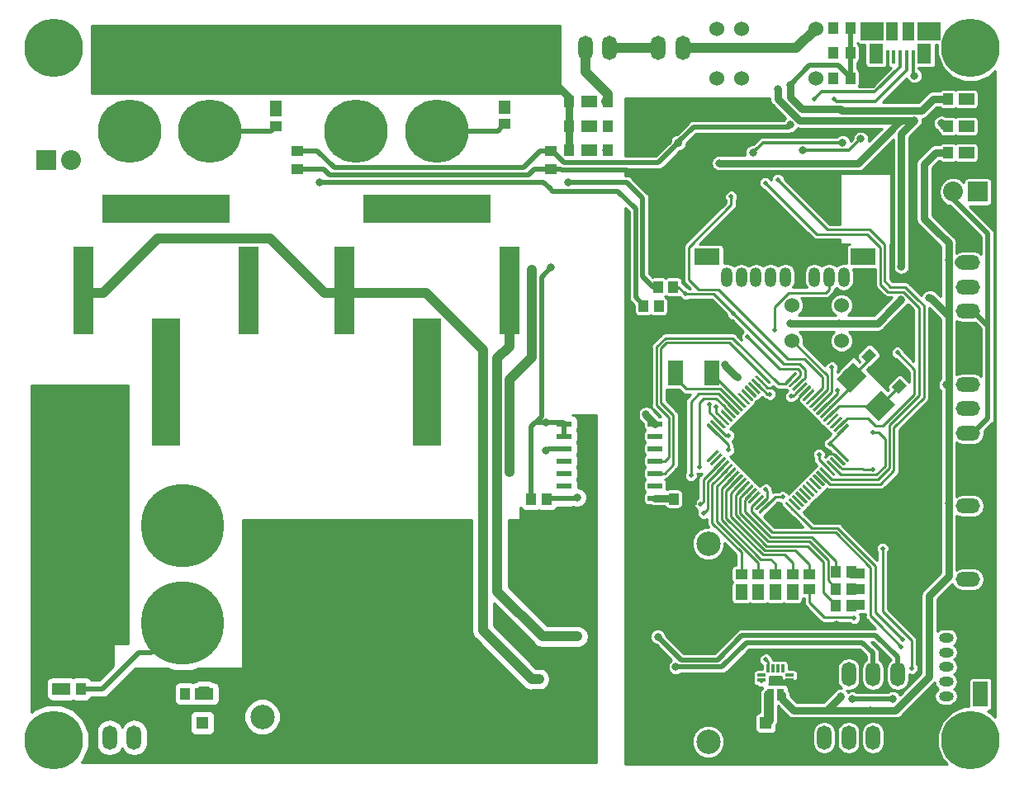
<source format=gbr>
G04 #@! TF.GenerationSoftware,KiCad,Pcbnew,(5.0.2)-1*
G04 #@! TF.CreationDate,2019-05-03T14:05:22+09:00*
G04 #@! TF.ProjectId,Electrocity_Manager,456c6563-7472-46f6-9369-74795f4d616e,rev?*
G04 #@! TF.SameCoordinates,Original*
G04 #@! TF.FileFunction,Copper,L1,Top*
G04 #@! TF.FilePolarity,Positive*
%FSLAX46Y46*%
G04 Gerber Fmt 4.6, Leading zero omitted, Abs format (unit mm)*
G04 Created by KiCad (PCBNEW (5.0.2)-1) date 2019/05/03 14:05:22*
%MOMM*%
%LPD*%
G01*
G04 APERTURE LIST*
G04 #@! TA.AperFunction,ComponentPad*
%ADD10C,2.500000*%
G04 #@! TD*
G04 #@! TA.AperFunction,SMDPad,CuDef*
%ADD11C,1.000000*%
G04 #@! TD*
G04 #@! TA.AperFunction,Conductor*
%ADD12C,0.100000*%
G04 #@! TD*
G04 #@! TA.AperFunction,SMDPad,CuDef*
%ADD13C,2.000000*%
G04 #@! TD*
G04 #@! TA.AperFunction,SMDPad,CuDef*
%ADD14R,1.000000X1.200000*%
G04 #@! TD*
G04 #@! TA.AperFunction,SMDPad,CuDef*
%ADD15R,1.200000X1.000000*%
G04 #@! TD*
G04 #@! TA.AperFunction,ComponentPad*
%ADD16C,6.500000*%
G04 #@! TD*
G04 #@! TA.AperFunction,ComponentPad*
%ADD17C,1.300000*%
G04 #@! TD*
G04 #@! TA.AperFunction,ComponentPad*
%ADD18R,1.300000X1.300000*%
G04 #@! TD*
G04 #@! TA.AperFunction,ComponentPad*
%ADD19R,2.032000X2.032000*%
G04 #@! TD*
G04 #@! TA.AperFunction,ComponentPad*
%ADD20O,2.032000X2.032000*%
G04 #@! TD*
G04 #@! TA.AperFunction,ComponentPad*
%ADD21O,2.500000X1.500000*%
G04 #@! TD*
G04 #@! TA.AperFunction,ComponentPad*
%ADD22O,1.500000X2.500000*%
G04 #@! TD*
G04 #@! TA.AperFunction,ComponentPad*
%ADD23C,8.500000*%
G04 #@! TD*
G04 #@! TA.AperFunction,SMDPad,CuDef*
%ADD24R,1.500000X2.600000*%
G04 #@! TD*
G04 #@! TA.AperFunction,ComponentPad*
%ADD25R,3.000000X13.000000*%
G04 #@! TD*
G04 #@! TA.AperFunction,ComponentPad*
%ADD26R,2.000000X9.000000*%
G04 #@! TD*
G04 #@! TA.AperFunction,ComponentPad*
%ADD27R,13.000000X3.000000*%
G04 #@! TD*
G04 #@! TA.AperFunction,ComponentPad*
%ADD28O,1.524000X1.000000*%
G04 #@! TD*
G04 #@! TA.AperFunction,ComponentPad*
%ADD29C,4.500880*%
G04 #@! TD*
G04 #@! TA.AperFunction,SMDPad,CuDef*
%ADD30R,0.400000X1.300000*%
G04 #@! TD*
G04 #@! TA.AperFunction,SMDPad,CuDef*
%ADD31R,0.850000X0.300000*%
G04 #@! TD*
G04 #@! TA.AperFunction,SMDPad,CuDef*
%ADD32R,0.300000X0.850000*%
G04 #@! TD*
G04 #@! TA.AperFunction,SMDPad,CuDef*
%ADD33R,1.500000X0.600000*%
G04 #@! TD*
G04 #@! TA.AperFunction,ComponentPad*
%ADD34C,1.524000*%
G04 #@! TD*
G04 #@! TA.AperFunction,SMDPad,CuDef*
%ADD35R,1.175000X1.900000*%
G04 #@! TD*
G04 #@! TA.AperFunction,SMDPad,CuDef*
%ADD36R,2.375000X1.900000*%
G04 #@! TD*
G04 #@! TA.AperFunction,SMDPad,CuDef*
%ADD37R,1.475000X2.100000*%
G04 #@! TD*
G04 #@! TA.AperFunction,SMDPad,CuDef*
%ADD38R,0.450000X1.380000*%
G04 #@! TD*
G04 #@! TA.AperFunction,SMDPad,CuDef*
%ADD39R,1.500000X1.000000*%
G04 #@! TD*
G04 #@! TA.AperFunction,ComponentPad*
%ADD40O,1.200000X2.000000*%
G04 #@! TD*
G04 #@! TA.AperFunction,ComponentPad*
%ADD41R,2.600000X1.700000*%
G04 #@! TD*
G04 #@! TA.AperFunction,SMDPad,CuDef*
%ADD42C,0.300000*%
G04 #@! TD*
G04 #@! TA.AperFunction,ViaPad*
%ADD43C,6.000000*%
G04 #@! TD*
G04 #@! TA.AperFunction,ViaPad*
%ADD44C,0.800000*%
G04 #@! TD*
G04 #@! TA.AperFunction,ViaPad*
%ADD45C,0.500000*%
G04 #@! TD*
G04 #@! TA.AperFunction,Conductor*
%ADD46C,0.500000*%
G04 #@! TD*
G04 #@! TA.AperFunction,Conductor*
%ADD47C,0.250000*%
G04 #@! TD*
G04 #@! TA.AperFunction,Conductor*
%ADD48C,0.300000*%
G04 #@! TD*
G04 #@! TA.AperFunction,Conductor*
%ADD49C,1.000000*%
G04 #@! TD*
G04 #@! TA.AperFunction,Conductor*
%ADD50C,0.800000*%
G04 #@! TD*
G04 #@! TA.AperFunction,Conductor*
%ADD51C,0.254000*%
G04 #@! TD*
G04 APERTURE END LIST*
D10*
G04 #@! TO.P,U9,4*
G04 #@! TO.N,Net-(U9-Pad4)*
X118110000Y-151840000D03*
G04 #@! TO.P,U9,5*
G04 #@! TO.N,GND*
X118110000Y-162000000D03*
G04 #@! TO.P,U9,6*
G04 #@! TO.N,Net-(C35-Pad1)*
X118110000Y-172160000D03*
G04 #@! TO.P,U9,3*
G04 #@! TO.N,GNDPWR*
X72390000Y-154380000D03*
G04 #@! TO.P,U9,2*
X72390000Y-164540000D03*
G04 #@! TO.P,U9,1*
G04 #@! TO.N,/24V*
X72390000Y-169620000D03*
G04 #@! TD*
D11*
G04 #@! TO.P,C5,1*
G04 #@! TO.N,/OSC_OUT*
X134578249Y-132578249D03*
D12*
G04 #@! TD*
G04 #@! TO.N,/OSC_OUT*
G04 #@! TO.C,C5*
G36*
X133800432Y-132648960D02*
X134648960Y-131800432D01*
X135356066Y-132507538D01*
X134507538Y-133356066D01*
X133800432Y-132648960D01*
X133800432Y-132648960D01*
G37*
D11*
G04 #@! TO.P,C5,2*
G04 #@! TO.N,GND*
X135907609Y-133907609D03*
D12*
G04 #@! TD*
G04 #@! TO.N,GND*
G04 #@! TO.C,C5*
G36*
X135129792Y-133978320D02*
X135978320Y-133129792D01*
X136685426Y-133836898D01*
X135836898Y-134685426D01*
X135129792Y-133978320D01*
X135129792Y-133978320D01*
G37*
D13*
G04 #@! TO.P,X1,2*
G04 #@! TO.N,/OSC_OUT*
X132800431Y-134800431D03*
D12*
G04 #@! TD*
G04 #@! TO.N,/OSC_OUT*
G04 #@! TO.C,X1*
G36*
X134356066Y-134659010D02*
X132659010Y-136356066D01*
X131244796Y-134941852D01*
X132941852Y-133244796D01*
X134356066Y-134659010D01*
X134356066Y-134659010D01*
G37*
D13*
G04 #@! TO.P,X1,1*
G04 #@! TO.N,/OSC_IN*
X135699569Y-137699569D03*
D12*
G04 #@! TD*
G04 #@! TO.N,/OSC_IN*
G04 #@! TO.C,X1*
G36*
X137255204Y-137558148D02*
X135558148Y-139255204D01*
X134143934Y-137840990D01*
X135840990Y-136143934D01*
X137255204Y-137558148D01*
X137255204Y-137558148D01*
G37*
D14*
G04 #@! TO.P,R5,1*
G04 #@! TO.N,/TIM1_CH3*
X131220000Y-156500000D03*
G04 #@! TO.P,R5,2*
G04 #@! TO.N,Net-(R5-Pad2)*
X132780000Y-156500000D03*
G04 #@! TD*
G04 #@! TO.P,R21,2*
G04 #@! TO.N,Net-(R21-Pad2)*
X132750000Y-158250000D03*
G04 #@! TO.P,R21,1*
G04 #@! TO.N,/TIM1_CH2*
X131190000Y-158250000D03*
G04 #@! TD*
G04 #@! TO.P,R1,2*
G04 #@! TO.N,Net-(R1-Pad2)*
X132780000Y-154750000D03*
G04 #@! TO.P,R1,1*
G04 #@! TO.N,/TIM1_CH4*
X131220000Y-154750000D03*
G04 #@! TD*
D15*
G04 #@! TO.P,D6,2*
G04 #@! TO.N,GND*
X123250000Y-158910000D03*
G04 #@! TO.P,D6,1*
G04 #@! TO.N,Net-(D6-Pad1)*
X123250000Y-157150000D03*
G04 #@! TD*
D16*
G04 #@! TO.P,P15,1*
G04 #@! TO.N,GNDPWR*
X90250000Y-102500000D03*
G04 #@! TO.P,P15,2*
G04 #@! TO.N,FUN_Vdd*
X90250000Y-109500000D03*
G04 #@! TD*
G04 #@! TO.P,P17,2*
G04 #@! TO.N,POWER_Vdd*
X67000000Y-109500000D03*
G04 #@! TO.P,P17,1*
G04 #@! TO.N,GNDPWR*
X67000000Y-102500000D03*
G04 #@! TD*
D14*
G04 #@! TO.P,C28,2*
G04 #@! TO.N,GND*
X116430000Y-147250000D03*
G04 #@! TO.P,C28,1*
G04 #@! TO.N,+3.3V*
X114550000Y-147250000D03*
G04 #@! TD*
D17*
G04 #@! TO.P,C32,2*
G04 #@! TO.N,GNDPWR*
X66250000Y-172750000D03*
D18*
G04 #@! TO.P,C32,1*
G04 #@! TO.N,/24V*
X66250000Y-170250000D03*
G04 #@! TD*
D15*
G04 #@! TO.P,C34,1*
G04 #@! TO.N,+3.3V*
X102000000Y-111550000D03*
G04 #@! TO.P,C34,2*
G04 #@! TO.N,GND*
X102000000Y-113430000D03*
G04 #@! TD*
D18*
G04 #@! TO.P,C35,1*
G04 #@! TO.N,Net-(C35-Pad1)*
X124000000Y-170250000D03*
D17*
G04 #@! TO.P,C35,2*
G04 #@! TO.N,GND*
X124000000Y-172750000D03*
G04 #@! TD*
D19*
G04 #@! TO.P,JP3,1*
G04 #@! TO.N,Net-(JP3-Pad1)*
X145750000Y-115750000D03*
D20*
G04 #@! TO.P,JP3,2*
G04 #@! TO.N,/CAN_L*
X143210000Y-115750000D03*
G04 #@! TD*
D21*
G04 #@! TO.P,P3,4*
G04 #@! TO.N,/CAN_L*
X144750000Y-128000000D03*
G04 #@! TO.P,P3,3*
G04 #@! TO.N,/CAN_H*
X144750000Y-125500000D03*
G04 #@! TO.P,P3,2*
G04 #@! TO.N,+12V*
X144750000Y-123000000D03*
G04 #@! TO.P,P3,1*
G04 #@! TO.N,GND*
X144750000Y-120500000D03*
G04 #@! TD*
D22*
G04 #@! TO.P,P9,2*
G04 #@! TO.N,/24V*
X59250000Y-171750000D03*
G04 #@! TO.P,P9,1*
G04 #@! TO.N,Net-(D10-Pad3)*
X56750000Y-171750000D03*
G04 #@! TD*
D23*
G04 #@! TO.P,P13,1*
G04 #@! TO.N,GNDPWR*
X53250000Y-160000000D03*
G04 #@! TO.P,P13,2*
G04 #@! TO.N,+BATT*
X64250000Y-160000000D03*
G04 #@! TD*
D16*
G04 #@! TO.P,P14,2*
G04 #@! TO.N,POWER_Vdd*
X58750000Y-109500000D03*
G04 #@! TO.P,P14,1*
G04 #@! TO.N,GNDPWR*
X58750000Y-102500000D03*
G04 #@! TD*
D23*
G04 #@! TO.P,P16,2*
G04 #@! TO.N,+BATT*
X64250000Y-150000000D03*
G04 #@! TO.P,P16,1*
G04 #@! TO.N,GNDPWR*
X53250000Y-150000000D03*
G04 #@! TD*
D16*
G04 #@! TO.P,P18,1*
G04 #@! TO.N,GNDPWR*
X82000000Y-102500000D03*
G04 #@! TO.P,P18,2*
G04 #@! TO.N,FUN_Vdd*
X82000000Y-109500000D03*
G04 #@! TD*
D24*
G04 #@! TO.P,SW1,2*
G04 #@! TO.N,GND*
X146000000Y-161700000D03*
G04 #@! TO.P,SW1,1*
G04 #@! TO.N,/~NRST*
X146000000Y-167300000D03*
G04 #@! TD*
D25*
G04 #@! TO.P,U8,30*
G04 #@! TO.N,+BATT*
X62500000Y-135250000D03*
D26*
G04 #@! TO.P,U8,86*
G04 #@! TO.N,/Relay_Out*
X54050000Y-125900000D03*
G04 #@! TO.P,U8,85*
G04 #@! TO.N,/Coil*
X70950000Y-125900000D03*
D27*
G04 #@! TO.P,U8,87*
G04 #@! TO.N,Net-(U11-Pad5)*
X62500000Y-117500000D03*
G04 #@! TD*
G04 #@! TO.P,U12,87*
G04 #@! TO.N,Net-(U12-Pad87)*
X89250000Y-117500000D03*
D26*
G04 #@! TO.P,U12,85*
G04 #@! TO.N,/Coil*
X97700000Y-125900000D03*
G04 #@! TO.P,U12,86*
G04 #@! TO.N,/Relay_Out*
X80800000Y-125900000D03*
D25*
G04 #@! TO.P,U12,30*
G04 #@! TO.N,+BATT*
X89250000Y-135250000D03*
G04 #@! TD*
D28*
G04 #@! TO.P,P1,1*
G04 #@! TO.N,GND*
X142500000Y-160000000D03*
G04 #@! TO.P,P1,2*
G04 #@! TO.N,Net-(D1-Pad1)*
X142500000Y-161500000D03*
G04 #@! TO.P,P1,3*
G04 #@! TO.N,/SWCLK*
X142500000Y-163000000D03*
G04 #@! TO.P,P1,4*
G04 #@! TO.N,/SWDIO*
X142500000Y-164500000D03*
G04 #@! TO.P,P1,5*
G04 #@! TO.N,/~NRST*
X142500000Y-166000000D03*
G04 #@! TO.P,P1,6*
G04 #@! TO.N,Net-(P1-Pad6)*
X142500000Y-167500000D03*
G04 #@! TD*
D11*
G04 #@! TO.P,C1,1*
G04 #@! TO.N,/OSC_IN*
X137671751Y-135671751D03*
D12*
G04 #@! TD*
G04 #@! TO.N,/OSC_IN*
G04 #@! TO.C,C1*
G36*
X138449568Y-135601040D02*
X137601040Y-136449568D01*
X136893934Y-135742462D01*
X137742462Y-134893934D01*
X138449568Y-135601040D01*
X138449568Y-135601040D01*
G37*
D11*
G04 #@! TO.P,C1,2*
G04 #@! TO.N,GND*
X136342391Y-134342391D03*
D12*
G04 #@! TD*
G04 #@! TO.N,GND*
G04 #@! TO.C,C1*
G36*
X137120208Y-134271680D02*
X136271680Y-135120208D01*
X135564574Y-134413102D01*
X136413102Y-133564574D01*
X137120208Y-134271680D01*
X137120208Y-134271680D01*
G37*
D15*
G04 #@! TO.P,C40,2*
G04 #@! TO.N,GND*
X76000000Y-113430000D03*
G04 #@! TO.P,C40,1*
G04 #@! TO.N,+3.3V*
X76000000Y-111550000D03*
G04 #@! TD*
D14*
G04 #@! TO.P,D2,1*
G04 #@! TO.N,Net-(D2-Pad1)*
X144870000Y-111750000D03*
G04 #@! TO.P,D2,2*
G04 #@! TO.N,GND*
X146630000Y-111750000D03*
G04 #@! TD*
G04 #@! TO.P,D3,2*
G04 #@! TO.N,GND*
X146630000Y-109000000D03*
G04 #@! TO.P,D3,1*
G04 #@! TO.N,Net-(D3-Pad1)*
X144870000Y-109000000D03*
G04 #@! TD*
G04 #@! TO.P,D4,1*
G04 #@! TO.N,Net-(D4-Pad1)*
X144870000Y-106250000D03*
G04 #@! TO.P,D4,2*
G04 #@! TO.N,GND*
X146630000Y-106250000D03*
G04 #@! TD*
D15*
G04 #@! TO.P,D5,1*
G04 #@! TO.N,Net-(D5-Pad1)*
X121500000Y-157150000D03*
G04 #@! TO.P,D5,2*
G04 #@! TO.N,GND*
X121500000Y-158910000D03*
G04 #@! TD*
G04 #@! TO.P,D7,1*
G04 #@! TO.N,Net-(D7-Pad1)*
X125000000Y-157150000D03*
G04 #@! TO.P,D7,2*
G04 #@! TO.N,GND*
X125000000Y-158910000D03*
G04 #@! TD*
G04 #@! TO.P,D8,2*
G04 #@! TO.N,GND*
X126750000Y-158910000D03*
G04 #@! TO.P,D8,1*
G04 #@! TO.N,Net-(D8-Pad1)*
X126750000Y-157150000D03*
G04 #@! TD*
D14*
G04 #@! TO.P,D14,1*
G04 #@! TO.N,Net-(D14-Pad1)*
X51380000Y-166750000D03*
G04 #@! TO.P,D14,2*
G04 #@! TO.N,GNDPWR*
X49620000Y-166750000D03*
G04 #@! TD*
G04 #@! TO.P,D15,1*
G04 #@! TO.N,Net-(D15-Pad1)*
X66870000Y-167250000D03*
G04 #@! TO.P,D15,2*
G04 #@! TO.N,GNDPWR*
X68630000Y-167250000D03*
G04 #@! TD*
D15*
G04 #@! TO.P,D16,2*
G04 #@! TO.N,GNDPWR*
X73750000Y-105120000D03*
G04 #@! TO.P,D16,1*
G04 #@! TO.N,Net-(D16-Pad1)*
X73750000Y-106880000D03*
G04 #@! TD*
G04 #@! TO.P,D17,1*
G04 #@! TO.N,Net-(D17-Pad1)*
X97250000Y-106880000D03*
G04 #@! TO.P,D17,2*
G04 #@! TO.N,GNDPWR*
X97250000Y-105120000D03*
G04 #@! TD*
D14*
G04 #@! TO.P,D18,2*
G04 #@! TO.N,GNDPWR*
X103860000Y-108990000D03*
G04 #@! TO.P,D18,1*
G04 #@! TO.N,Net-(D18-Pad1)*
X105620000Y-108990000D03*
G04 #@! TD*
G04 #@! TO.P,D19,2*
G04 #@! TO.N,GNDPWR*
X103860000Y-106490000D03*
G04 #@! TO.P,D19,1*
G04 #@! TO.N,Net-(D19-Pad1)*
X105620000Y-106490000D03*
G04 #@! TD*
G04 #@! TO.P,D20,2*
G04 #@! TO.N,GNDPWR*
X103860000Y-111490000D03*
G04 #@! TO.P,D20,1*
G04 #@! TO.N,Net-(D20-Pad1)*
X105620000Y-111490000D03*
G04 #@! TD*
D19*
G04 #@! TO.P,JP1,1*
G04 #@! TO.N,GNDPWR*
X50250000Y-112500000D03*
D20*
G04 #@! TO.P,JP1,2*
G04 #@! TO.N,/Relay_Out*
X52790000Y-112500000D03*
G04 #@! TD*
D22*
G04 #@! TO.P,P5,4*
G04 #@! TO.N,/Relay_state*
X137500000Y-165250000D03*
G04 #@! TO.P,P5,3*
G04 #@! TO.N,/Fource_shutdown*
X135000000Y-165250000D03*
G04 #@! TO.P,P5,2*
G04 #@! TO.N,+12V*
X132500000Y-165250000D03*
G04 #@! TO.P,P5,1*
G04 #@! TO.N,GND*
X130000000Y-165250000D03*
G04 #@! TD*
D21*
G04 #@! TO.P,P6,1*
G04 #@! TO.N,GND*
X144750000Y-153000000D03*
G04 #@! TO.P,P6,2*
G04 #@! TO.N,+12V*
X144750000Y-155500000D03*
G04 #@! TD*
G04 #@! TO.P,P7,2*
G04 #@! TO.N,+12V*
X144750000Y-148000000D03*
G04 #@! TO.P,P7,1*
G04 #@! TO.N,GND*
X144750000Y-145500000D03*
G04 #@! TD*
D22*
G04 #@! TO.P,P10,2*
G04 #@! TO.N,Net-(P10-Pad2)*
X108000000Y-101000000D03*
G04 #@! TO.P,P10,1*
G04 #@! TO.N,+12C*
X105500000Y-101000000D03*
G04 #@! TD*
G04 #@! TO.P,P11,1*
G04 #@! TO.N,Net-(P10-Pad2)*
X113000000Y-101000000D03*
G04 #@! TO.P,P11,2*
G04 #@! TO.N,Net-(P11-Pad2)*
X115500000Y-101000000D03*
G04 #@! TD*
D29*
G04 #@! TO.P,P12,1*
G04 #@! TO.N,GNDPWR*
X99000000Y-101500000D03*
G04 #@! TD*
D14*
G04 #@! TO.P,R2,2*
G04 #@! TO.N,+12V*
X142720000Y-111750000D03*
G04 #@! TO.P,R2,1*
G04 #@! TO.N,Net-(D2-Pad1)*
X144280000Y-111750000D03*
G04 #@! TD*
G04 #@! TO.P,R3,1*
G04 #@! TO.N,Net-(D3-Pad1)*
X144280000Y-109000000D03*
G04 #@! TO.P,R3,2*
G04 #@! TO.N,+5V*
X142720000Y-109000000D03*
G04 #@! TD*
G04 #@! TO.P,R4,2*
G04 #@! TO.N,+3.3V*
X142720000Y-106250000D03*
G04 #@! TO.P,R4,1*
G04 #@! TO.N,Net-(D4-Pad1)*
X144280000Y-106250000D03*
G04 #@! TD*
D15*
G04 #@! TO.P,R10,2*
G04 #@! TO.N,Net-(D5-Pad1)*
X121500000Y-156560000D03*
G04 #@! TO.P,R10,1*
G04 #@! TO.N,/PC6*
X121500000Y-155000000D03*
G04 #@! TD*
G04 #@! TO.P,R13,1*
G04 #@! TO.N,/PC7*
X123250000Y-155000000D03*
G04 #@! TO.P,R13,2*
G04 #@! TO.N,Net-(D6-Pad1)*
X123250000Y-156560000D03*
G04 #@! TD*
G04 #@! TO.P,R14,2*
G04 #@! TO.N,Net-(D7-Pad1)*
X125000000Y-156560000D03*
G04 #@! TO.P,R14,1*
G04 #@! TO.N,/PC8*
X125000000Y-155000000D03*
G04 #@! TD*
G04 #@! TO.P,R16,1*
G04 #@! TO.N,/PC9*
X126750000Y-155000000D03*
G04 #@! TO.P,R16,2*
G04 #@! TO.N,Net-(D8-Pad1)*
X126750000Y-156560000D03*
G04 #@! TD*
G04 #@! TO.P,R20,1*
G04 #@! TO.N,Net-(Q2-Pad1)*
X128500000Y-156530000D03*
G04 #@! TO.P,R20,2*
G04 #@! TO.N,/TIM1_CH1*
X128500000Y-154970000D03*
G04 #@! TD*
D14*
G04 #@! TO.P,R30,2*
G04 #@! TO.N,Net-(IC4-Pad4)*
X101530000Y-147250000D03*
G04 #@! TO.P,R30,1*
G04 #@! TO.N,3V3*
X99970000Y-147250000D03*
G04 #@! TD*
G04 #@! TO.P,R33,1*
G04 #@! TO.N,Net-(D14-Pad1)*
X52220000Y-166750000D03*
G04 #@! TO.P,R33,2*
G04 #@! TO.N,+BATT*
X53780000Y-166750000D03*
G04 #@! TD*
G04 #@! TO.P,R34,2*
G04 #@! TO.N,/24V*
X64470000Y-167250000D03*
G04 #@! TO.P,R34,1*
G04 #@! TO.N,Net-(D15-Pad1)*
X66030000Y-167250000D03*
G04 #@! TD*
D15*
G04 #@! TO.P,R35,1*
G04 #@! TO.N,Net-(D16-Pad1)*
X73750000Y-107470000D03*
G04 #@! TO.P,R35,2*
G04 #@! TO.N,POWER_Vdd*
X73750000Y-109030000D03*
G04 #@! TD*
G04 #@! TO.P,R36,2*
G04 #@! TO.N,FUN_Vdd*
X97250000Y-108780000D03*
G04 #@! TO.P,R36,1*
G04 #@! TO.N,Net-(D17-Pad1)*
X97250000Y-107220000D03*
G04 #@! TD*
D14*
G04 #@! TO.P,R37,1*
G04 #@! TO.N,Net-(D18-Pad1)*
X106220000Y-108990000D03*
G04 #@! TO.P,R37,2*
G04 #@! TO.N,/Coil*
X107780000Y-108990000D03*
G04 #@! TD*
G04 #@! TO.P,R38,2*
G04 #@! TO.N,+12C*
X107780000Y-106490000D03*
G04 #@! TO.P,R38,1*
G04 #@! TO.N,Net-(D19-Pad1)*
X106220000Y-106490000D03*
G04 #@! TD*
G04 #@! TO.P,R39,2*
G04 #@! TO.N,3V3*
X107780000Y-111490000D03*
G04 #@! TO.P,R39,1*
G04 #@! TO.N,Net-(D20-Pad1)*
X106220000Y-111490000D03*
G04 #@! TD*
G04 #@! TO.P,R40,1*
G04 #@! TO.N,/ADC12_IN1*
X113030000Y-127500000D03*
G04 #@! TO.P,R40,2*
G04 #@! TO.N,Net-(R40-Pad2)*
X111470000Y-127500000D03*
G04 #@! TD*
G04 #@! TO.P,R44,1*
G04 #@! TO.N,/ADC12_IN2*
X114530000Y-125500000D03*
G04 #@! TO.P,R44,2*
G04 #@! TO.N,Net-(R44-Pad2)*
X112970000Y-125500000D03*
G04 #@! TD*
D21*
G04 #@! TO.P,P2,4*
G04 #@! TO.N,/CAN_L*
X144750000Y-140500000D03*
G04 #@! TO.P,P2,3*
G04 #@! TO.N,/CAN_H*
X144750000Y-138000000D03*
G04 #@! TO.P,P2,2*
G04 #@! TO.N,+12V*
X144750000Y-135500000D03*
G04 #@! TO.P,P2,1*
G04 #@! TO.N,GND*
X144750000Y-133000000D03*
G04 #@! TD*
D30*
G04 #@! TO.P,U13,4*
G04 #@! TO.N,+12V*
X125700000Y-167350000D03*
G04 #@! TO.P,U13,2*
G04 #@! TO.N,Net-(C35-Pad1)*
X124700000Y-167350000D03*
D31*
G04 #@! TO.P,U13,12*
G04 #@! TO.N,+3.3V*
X123550000Y-165850000D03*
G04 #@! TO.P,U13,11*
G04 #@! TO.N,N/C*
X123550000Y-165350000D03*
D32*
G04 #@! TO.P,U13,10*
G04 #@! TO.N,Net-(R47-Pad2)*
X124250000Y-164650000D03*
G04 #@! TO.P,U13,9*
G04 #@! TO.N,N/C*
X124750000Y-164650000D03*
G04 #@! TO.P,U13,8*
X125250000Y-164650000D03*
G04 #@! TO.P,U13,7*
X125750000Y-164650000D03*
D31*
G04 #@! TO.P,U13,6*
X126450000Y-165350000D03*
G04 #@! TO.P,U13,5*
G04 #@! TO.N,GND*
X126450000Y-165850000D03*
D30*
G04 #@! TO.P,U13,3*
G04 #@! TO.N,+12V*
X125300000Y-167350000D03*
G04 #@! TO.P,U13,1*
G04 #@! TO.N,Net-(C35-Pad1)*
X124300000Y-167350000D03*
G04 #@! TD*
D33*
G04 #@! TO.P,U6,1*
G04 #@! TO.N,3V3*
X103350000Y-139555000D03*
G04 #@! TO.P,U6,2*
X103350000Y-140825000D03*
G04 #@! TO.P,U6,3*
G04 #@! TO.N,/Voltage*
X103350000Y-142095000D03*
G04 #@! TO.P,U6,4*
G04 #@! TO.N,Net-(U6-Pad4)*
X103350000Y-143365000D03*
G04 #@! TO.P,U6,5*
G04 #@! TO.N,Net-(U6-Pad5)*
X103350000Y-144635000D03*
G04 #@! TO.P,U6,6*
G04 #@! TO.N,Net-(U6-Pad6)*
X103350000Y-145905000D03*
G04 #@! TO.P,U6,7*
G04 #@! TO.N,Net-(IC4-Pad4)*
X103350000Y-147175000D03*
G04 #@! TO.P,U6,8*
G04 #@! TO.N,GNDPWR*
X103350000Y-148445000D03*
G04 #@! TO.P,U6,9*
G04 #@! TO.N,GND*
X112650000Y-148445000D03*
G04 #@! TO.P,U6,10*
G04 #@! TO.N,+3.3V*
X112650000Y-147175000D03*
G04 #@! TO.P,U6,11*
G04 #@! TO.N,Net-(U6-Pad11)*
X112650000Y-145905000D03*
G04 #@! TO.P,U6,12*
G04 #@! TO.N,/USART2_RX*
X112650000Y-144635000D03*
G04 #@! TO.P,U6,13*
G04 #@! TO.N,/USART2_TX*
X112650000Y-143365000D03*
G04 #@! TO.P,U6,14*
G04 #@! TO.N,Net-(U6-Pad14)*
X112650000Y-142095000D03*
G04 #@! TO.P,U6,15*
G04 #@! TO.N,Net-(U6-Pad15)*
X112650000Y-140825000D03*
G04 #@! TO.P,U6,16*
G04 #@! TO.N,+3.3V*
X112650000Y-139555000D03*
G04 #@! TD*
D22*
G04 #@! TO.P,P4,4*
G04 #@! TO.N,/Relay_state*
X130000000Y-171750000D03*
G04 #@! TO.P,P4,3*
G04 #@! TO.N,/Fource_shutdown*
X132500000Y-171750000D03*
G04 #@! TO.P,P4,2*
G04 #@! TO.N,+12V*
X135000000Y-171750000D03*
G04 #@! TO.P,P4,1*
G04 #@! TO.N,GND*
X137500000Y-171750000D03*
G04 #@! TD*
D14*
G04 #@! TO.P,D26,2*
G04 #@! TO.N,Net-(D26-Pad2)*
X130920000Y-104100000D03*
G04 #@! TO.P,D26,1*
G04 #@! TO.N,+3.3V*
X132680000Y-104100000D03*
G04 #@! TD*
G04 #@! TO.P,D27,1*
G04 #@! TO.N,+3.3V*
X132680000Y-101500000D03*
G04 #@! TO.P,D27,2*
G04 #@! TO.N,Net-(D27-Pad2)*
X130920000Y-101500000D03*
G04 #@! TD*
G04 #@! TO.P,D28,2*
G04 #@! TO.N,Net-(D28-Pad2)*
X130920000Y-98950000D03*
G04 #@! TO.P,D28,1*
G04 #@! TO.N,+3.3V*
X132680000Y-98950000D03*
G04 #@! TD*
D34*
G04 #@! TO.P,U22,1*
G04 #@! TO.N,Net-(P11-Pad2)*
X129160000Y-99000000D03*
X129160000Y-104080000D03*
G04 #@! TO.P,U22,5*
G04 #@! TO.N,+5V*
X121540000Y-99000000D03*
G04 #@! TO.P,U22,2*
G04 #@! TO.N,Net-(D25-Pad1)*
X121540000Y-104080000D03*
G04 #@! TO.P,U22,3*
G04 #@! TO.N,Net-(U22-Pad3)*
X119000000Y-104080000D03*
G04 #@! TO.P,U22,4*
G04 #@! TO.N,/Coil*
X119000000Y-99000000D03*
G04 #@! TD*
D35*
G04 #@! TO.P,J1,6*
G04 #@! TO.N,Net-(J1-Pad6)*
X136960000Y-99250000D03*
X138640000Y-99250000D03*
D36*
X134890000Y-99250000D03*
X140710000Y-99250000D03*
D37*
X135337500Y-101550000D03*
X140262500Y-101550000D03*
D38*
G04 #@! TO.P,J1,5*
G04 #@! TO.N,GND*
X136500000Y-101910000D03*
G04 #@! TO.P,J1,4*
G04 #@! TO.N,Net-(J1-Pad4)*
X137150000Y-101910000D03*
G04 #@! TO.P,J1,3*
G04 #@! TO.N,/D+*
X137800000Y-101910000D03*
G04 #@! TO.P,J1,2*
G04 #@! TO.N,/D-*
X138450000Y-101910000D03*
G04 #@! TO.P,J1,1*
G04 #@! TO.N,Net-(D29-Pad1)*
X139100000Y-101910000D03*
G04 #@! TD*
D34*
G04 #@! TO.P,U20,3*
G04 #@! TO.N,+5V*
X131790000Y-131000000D03*
G04 #@! TO.P,U20,2*
G04 #@! TO.N,GND*
X129250000Y-131000000D03*
G04 #@! TO.P,U20,1*
G04 #@! TO.N,/PC1*
X126710000Y-131000000D03*
G04 #@! TD*
G04 #@! TO.P,U21,1*
G04 #@! TO.N,/PC0*
X131790000Y-127400000D03*
G04 #@! TO.P,U21,2*
G04 #@! TO.N,GND*
X129250000Y-127400000D03*
G04 #@! TO.P,U21,3*
G04 #@! TO.N,+5V*
X126710000Y-127400000D03*
G04 #@! TD*
D24*
G04 #@! TO.P,SW2,2*
G04 #@! TO.N,/PC5*
X114750000Y-134300000D03*
G04 #@! TO.P,SW2,1*
G04 #@! TO.N,GND*
X114750000Y-128700000D03*
G04 #@! TD*
G04 #@! TO.P,SW3,1*
G04 #@! TO.N,GND*
X118500000Y-128700000D03*
G04 #@! TO.P,SW3,2*
G04 #@! TO.N,/PC4*
X118500000Y-134300000D03*
G04 #@! TD*
D39*
G04 #@! TO.P,U3,6*
G04 #@! TO.N,GND*
X138400000Y-154900000D03*
G04 #@! TO.P,U3,5*
X138400000Y-156500000D03*
G04 #@! TO.P,U3,4*
X138400000Y-158100000D03*
G04 #@! TO.P,U3,3*
G04 #@! TO.N,Net-(R21-Pad2)*
X133400000Y-158100000D03*
G04 #@! TO.P,U3,2*
G04 #@! TO.N,Net-(R5-Pad2)*
X133400000Y-156500000D03*
G04 #@! TO.P,U3,1*
G04 #@! TO.N,Net-(R1-Pad2)*
X133400000Y-154900000D03*
G04 #@! TD*
D40*
G04 #@! TO.P,U4,9*
G04 #@! TO.N,+3.3V*
X132000000Y-124500000D03*
G04 #@! TO.P,U4,8*
G04 #@! TO.N,/I2C2_SCL*
X130500000Y-124500000D03*
G04 #@! TO.P,U4,7*
G04 #@! TO.N,/I2C2_SDA*
X129000000Y-124500000D03*
G04 #@! TO.P,U4,6*
G04 #@! TO.N,GND*
X127500000Y-124500000D03*
G04 #@! TO.P,U4,5*
G04 #@! TO.N,+3.3V*
X126000000Y-124500000D03*
G04 #@! TO.P,U4,4*
G04 #@! TO.N,Net-(C21-Pad1)*
X124500000Y-124500000D03*
G04 #@! TO.P,U4,3*
G04 #@! TO.N,Net-(C21-Pad2)*
X123000000Y-124500000D03*
G04 #@! TO.P,U4,2*
G04 #@! TO.N,Net-(C20-Pad2)*
X121500000Y-124500000D03*
G04 #@! TO.P,U4,1*
G04 #@! TO.N,Net-(U4-Pad1)*
X120000000Y-124500000D03*
D41*
G04 #@! TO.P,U4,11*
G04 #@! TO.N,Net-(R29-Pad2)*
X134000000Y-122400000D03*
G04 #@! TO.P,U4,10*
G04 #@! TO.N,+3.3V*
X118000000Y-122400000D03*
G04 #@! TD*
D12*
G04 #@! TO.N,+3.3V*
G04 #@! TO.C,U2*
G36*
X132363774Y-139516172D02*
X132371055Y-139517252D01*
X132378194Y-139519040D01*
X132385124Y-139521520D01*
X132391778Y-139524667D01*
X132398091Y-139528451D01*
X132404002Y-139532835D01*
X132409456Y-139537778D01*
X132515522Y-139643844D01*
X132520465Y-139649298D01*
X132524849Y-139655209D01*
X132528633Y-139661522D01*
X132531780Y-139668176D01*
X132534260Y-139675106D01*
X132536048Y-139682245D01*
X132537128Y-139689526D01*
X132537489Y-139696877D01*
X132537128Y-139704228D01*
X132536048Y-139711509D01*
X132534260Y-139718648D01*
X132531780Y-139725578D01*
X132528633Y-139732232D01*
X132524849Y-139738545D01*
X132520465Y-139744456D01*
X132515522Y-139749910D01*
X131525572Y-140739860D01*
X131520118Y-140744803D01*
X131514207Y-140749187D01*
X131507894Y-140752971D01*
X131501240Y-140756118D01*
X131494310Y-140758598D01*
X131487171Y-140760386D01*
X131479890Y-140761466D01*
X131472539Y-140761827D01*
X131465188Y-140761466D01*
X131457907Y-140760386D01*
X131450768Y-140758598D01*
X131443838Y-140756118D01*
X131437184Y-140752971D01*
X131430871Y-140749187D01*
X131424960Y-140744803D01*
X131419506Y-140739860D01*
X131313440Y-140633794D01*
X131308497Y-140628340D01*
X131304113Y-140622429D01*
X131300329Y-140616116D01*
X131297182Y-140609462D01*
X131294702Y-140602532D01*
X131292914Y-140595393D01*
X131291834Y-140588112D01*
X131291473Y-140580761D01*
X131291834Y-140573410D01*
X131292914Y-140566129D01*
X131294702Y-140558990D01*
X131297182Y-140552060D01*
X131300329Y-140545406D01*
X131304113Y-140539093D01*
X131308497Y-140533182D01*
X131313440Y-140527728D01*
X132303390Y-139537778D01*
X132308844Y-139532835D01*
X132314755Y-139528451D01*
X132321068Y-139524667D01*
X132327722Y-139521520D01*
X132334652Y-139519040D01*
X132341791Y-139517252D01*
X132349072Y-139516172D01*
X132356423Y-139515811D01*
X132363774Y-139516172D01*
X132363774Y-139516172D01*
G37*
D42*
G04 #@! TD*
G04 #@! TO.P,U2,1*
G04 #@! TO.N,+3.3V*
X131914481Y-140138819D03*
D12*
G04 #@! TO.N,/PC13*
G04 #@! TO.C,U2*
G36*
X132010221Y-139162619D02*
X132017502Y-139163699D01*
X132024641Y-139165487D01*
X132031571Y-139167967D01*
X132038225Y-139171114D01*
X132044538Y-139174898D01*
X132050449Y-139179282D01*
X132055903Y-139184225D01*
X132161969Y-139290291D01*
X132166912Y-139295745D01*
X132171296Y-139301656D01*
X132175080Y-139307969D01*
X132178227Y-139314623D01*
X132180707Y-139321553D01*
X132182495Y-139328692D01*
X132183575Y-139335973D01*
X132183936Y-139343324D01*
X132183575Y-139350675D01*
X132182495Y-139357956D01*
X132180707Y-139365095D01*
X132178227Y-139372025D01*
X132175080Y-139378679D01*
X132171296Y-139384992D01*
X132166912Y-139390903D01*
X132161969Y-139396357D01*
X131172019Y-140386307D01*
X131166565Y-140391250D01*
X131160654Y-140395634D01*
X131154341Y-140399418D01*
X131147687Y-140402565D01*
X131140757Y-140405045D01*
X131133618Y-140406833D01*
X131126337Y-140407913D01*
X131118986Y-140408274D01*
X131111635Y-140407913D01*
X131104354Y-140406833D01*
X131097215Y-140405045D01*
X131090285Y-140402565D01*
X131083631Y-140399418D01*
X131077318Y-140395634D01*
X131071407Y-140391250D01*
X131065953Y-140386307D01*
X130959887Y-140280241D01*
X130954944Y-140274787D01*
X130950560Y-140268876D01*
X130946776Y-140262563D01*
X130943629Y-140255909D01*
X130941149Y-140248979D01*
X130939361Y-140241840D01*
X130938281Y-140234559D01*
X130937920Y-140227208D01*
X130938281Y-140219857D01*
X130939361Y-140212576D01*
X130941149Y-140205437D01*
X130943629Y-140198507D01*
X130946776Y-140191853D01*
X130950560Y-140185540D01*
X130954944Y-140179629D01*
X130959887Y-140174175D01*
X131949837Y-139184225D01*
X131955291Y-139179282D01*
X131961202Y-139174898D01*
X131967515Y-139171114D01*
X131974169Y-139167967D01*
X131981099Y-139165487D01*
X131988238Y-139163699D01*
X131995519Y-139162619D01*
X132002870Y-139162258D01*
X132010221Y-139162619D01*
X132010221Y-139162619D01*
G37*
D42*
G04 #@! TD*
G04 #@! TO.P,U2,2*
G04 #@! TO.N,/PC13*
X131560928Y-139785266D03*
D12*
G04 #@! TO.N,Net-(U2-Pad3)*
G04 #@! TO.C,U2*
G36*
X131656668Y-138809066D02*
X131663949Y-138810146D01*
X131671088Y-138811934D01*
X131678018Y-138814414D01*
X131684672Y-138817561D01*
X131690985Y-138821345D01*
X131696896Y-138825729D01*
X131702350Y-138830672D01*
X131808416Y-138936738D01*
X131813359Y-138942192D01*
X131817743Y-138948103D01*
X131821527Y-138954416D01*
X131824674Y-138961070D01*
X131827154Y-138968000D01*
X131828942Y-138975139D01*
X131830022Y-138982420D01*
X131830383Y-138989771D01*
X131830022Y-138997122D01*
X131828942Y-139004403D01*
X131827154Y-139011542D01*
X131824674Y-139018472D01*
X131821527Y-139025126D01*
X131817743Y-139031439D01*
X131813359Y-139037350D01*
X131808416Y-139042804D01*
X130818466Y-140032754D01*
X130813012Y-140037697D01*
X130807101Y-140042081D01*
X130800788Y-140045865D01*
X130794134Y-140049012D01*
X130787204Y-140051492D01*
X130780065Y-140053280D01*
X130772784Y-140054360D01*
X130765433Y-140054721D01*
X130758082Y-140054360D01*
X130750801Y-140053280D01*
X130743662Y-140051492D01*
X130736732Y-140049012D01*
X130730078Y-140045865D01*
X130723765Y-140042081D01*
X130717854Y-140037697D01*
X130712400Y-140032754D01*
X130606334Y-139926688D01*
X130601391Y-139921234D01*
X130597007Y-139915323D01*
X130593223Y-139909010D01*
X130590076Y-139902356D01*
X130587596Y-139895426D01*
X130585808Y-139888287D01*
X130584728Y-139881006D01*
X130584367Y-139873655D01*
X130584728Y-139866304D01*
X130585808Y-139859023D01*
X130587596Y-139851884D01*
X130590076Y-139844954D01*
X130593223Y-139838300D01*
X130597007Y-139831987D01*
X130601391Y-139826076D01*
X130606334Y-139820622D01*
X131596284Y-138830672D01*
X131601738Y-138825729D01*
X131607649Y-138821345D01*
X131613962Y-138817561D01*
X131620616Y-138814414D01*
X131627546Y-138811934D01*
X131634685Y-138810146D01*
X131641966Y-138809066D01*
X131649317Y-138808705D01*
X131656668Y-138809066D01*
X131656668Y-138809066D01*
G37*
D42*
G04 #@! TD*
G04 #@! TO.P,U2,3*
G04 #@! TO.N,Net-(U2-Pad3)*
X131207375Y-139431713D03*
D12*
G04 #@! TO.N,/PC15*
G04 #@! TO.C,U2*
G36*
X131303114Y-138455512D02*
X131310395Y-138456592D01*
X131317534Y-138458380D01*
X131324464Y-138460860D01*
X131331118Y-138464007D01*
X131337431Y-138467791D01*
X131343342Y-138472175D01*
X131348796Y-138477118D01*
X131454862Y-138583184D01*
X131459805Y-138588638D01*
X131464189Y-138594549D01*
X131467973Y-138600862D01*
X131471120Y-138607516D01*
X131473600Y-138614446D01*
X131475388Y-138621585D01*
X131476468Y-138628866D01*
X131476829Y-138636217D01*
X131476468Y-138643568D01*
X131475388Y-138650849D01*
X131473600Y-138657988D01*
X131471120Y-138664918D01*
X131467973Y-138671572D01*
X131464189Y-138677885D01*
X131459805Y-138683796D01*
X131454862Y-138689250D01*
X130464912Y-139679200D01*
X130459458Y-139684143D01*
X130453547Y-139688527D01*
X130447234Y-139692311D01*
X130440580Y-139695458D01*
X130433650Y-139697938D01*
X130426511Y-139699726D01*
X130419230Y-139700806D01*
X130411879Y-139701167D01*
X130404528Y-139700806D01*
X130397247Y-139699726D01*
X130390108Y-139697938D01*
X130383178Y-139695458D01*
X130376524Y-139692311D01*
X130370211Y-139688527D01*
X130364300Y-139684143D01*
X130358846Y-139679200D01*
X130252780Y-139573134D01*
X130247837Y-139567680D01*
X130243453Y-139561769D01*
X130239669Y-139555456D01*
X130236522Y-139548802D01*
X130234042Y-139541872D01*
X130232254Y-139534733D01*
X130231174Y-139527452D01*
X130230813Y-139520101D01*
X130231174Y-139512750D01*
X130232254Y-139505469D01*
X130234042Y-139498330D01*
X130236522Y-139491400D01*
X130239669Y-139484746D01*
X130243453Y-139478433D01*
X130247837Y-139472522D01*
X130252780Y-139467068D01*
X131242730Y-138477118D01*
X131248184Y-138472175D01*
X131254095Y-138467791D01*
X131260408Y-138464007D01*
X131267062Y-138460860D01*
X131273992Y-138458380D01*
X131281131Y-138456592D01*
X131288412Y-138455512D01*
X131295763Y-138455151D01*
X131303114Y-138455512D01*
X131303114Y-138455512D01*
G37*
D42*
G04 #@! TD*
G04 #@! TO.P,U2,4*
G04 #@! TO.N,/PC15*
X130853821Y-139078159D03*
D12*
G04 #@! TO.N,/OSC_IN*
G04 #@! TO.C,U2*
G36*
X130949561Y-138101959D02*
X130956842Y-138103039D01*
X130963981Y-138104827D01*
X130970911Y-138107307D01*
X130977565Y-138110454D01*
X130983878Y-138114238D01*
X130989789Y-138118622D01*
X130995243Y-138123565D01*
X131101309Y-138229631D01*
X131106252Y-138235085D01*
X131110636Y-138240996D01*
X131114420Y-138247309D01*
X131117567Y-138253963D01*
X131120047Y-138260893D01*
X131121835Y-138268032D01*
X131122915Y-138275313D01*
X131123276Y-138282664D01*
X131122915Y-138290015D01*
X131121835Y-138297296D01*
X131120047Y-138304435D01*
X131117567Y-138311365D01*
X131114420Y-138318019D01*
X131110636Y-138324332D01*
X131106252Y-138330243D01*
X131101309Y-138335697D01*
X130111359Y-139325647D01*
X130105905Y-139330590D01*
X130099994Y-139334974D01*
X130093681Y-139338758D01*
X130087027Y-139341905D01*
X130080097Y-139344385D01*
X130072958Y-139346173D01*
X130065677Y-139347253D01*
X130058326Y-139347614D01*
X130050975Y-139347253D01*
X130043694Y-139346173D01*
X130036555Y-139344385D01*
X130029625Y-139341905D01*
X130022971Y-139338758D01*
X130016658Y-139334974D01*
X130010747Y-139330590D01*
X130005293Y-139325647D01*
X129899227Y-139219581D01*
X129894284Y-139214127D01*
X129889900Y-139208216D01*
X129886116Y-139201903D01*
X129882969Y-139195249D01*
X129880489Y-139188319D01*
X129878701Y-139181180D01*
X129877621Y-139173899D01*
X129877260Y-139166548D01*
X129877621Y-139159197D01*
X129878701Y-139151916D01*
X129880489Y-139144777D01*
X129882969Y-139137847D01*
X129886116Y-139131193D01*
X129889900Y-139124880D01*
X129894284Y-139118969D01*
X129899227Y-139113515D01*
X130889177Y-138123565D01*
X130894631Y-138118622D01*
X130900542Y-138114238D01*
X130906855Y-138110454D01*
X130913509Y-138107307D01*
X130920439Y-138104827D01*
X130927578Y-138103039D01*
X130934859Y-138101959D01*
X130942210Y-138101598D01*
X130949561Y-138101959D01*
X130949561Y-138101959D01*
G37*
D42*
G04 #@! TD*
G04 #@! TO.P,U2,5*
G04 #@! TO.N,/OSC_IN*
X130500268Y-138724606D03*
D12*
G04 #@! TO.N,/OSC_OUT*
G04 #@! TO.C,U2*
G36*
X130596007Y-137748405D02*
X130603288Y-137749485D01*
X130610427Y-137751273D01*
X130617357Y-137753753D01*
X130624011Y-137756900D01*
X130630324Y-137760684D01*
X130636235Y-137765068D01*
X130641689Y-137770011D01*
X130747755Y-137876077D01*
X130752698Y-137881531D01*
X130757082Y-137887442D01*
X130760866Y-137893755D01*
X130764013Y-137900409D01*
X130766493Y-137907339D01*
X130768281Y-137914478D01*
X130769361Y-137921759D01*
X130769722Y-137929110D01*
X130769361Y-137936461D01*
X130768281Y-137943742D01*
X130766493Y-137950881D01*
X130764013Y-137957811D01*
X130760866Y-137964465D01*
X130757082Y-137970778D01*
X130752698Y-137976689D01*
X130747755Y-137982143D01*
X129757805Y-138972093D01*
X129752351Y-138977036D01*
X129746440Y-138981420D01*
X129740127Y-138985204D01*
X129733473Y-138988351D01*
X129726543Y-138990831D01*
X129719404Y-138992619D01*
X129712123Y-138993699D01*
X129704772Y-138994060D01*
X129697421Y-138993699D01*
X129690140Y-138992619D01*
X129683001Y-138990831D01*
X129676071Y-138988351D01*
X129669417Y-138985204D01*
X129663104Y-138981420D01*
X129657193Y-138977036D01*
X129651739Y-138972093D01*
X129545673Y-138866027D01*
X129540730Y-138860573D01*
X129536346Y-138854662D01*
X129532562Y-138848349D01*
X129529415Y-138841695D01*
X129526935Y-138834765D01*
X129525147Y-138827626D01*
X129524067Y-138820345D01*
X129523706Y-138812994D01*
X129524067Y-138805643D01*
X129525147Y-138798362D01*
X129526935Y-138791223D01*
X129529415Y-138784293D01*
X129532562Y-138777639D01*
X129536346Y-138771326D01*
X129540730Y-138765415D01*
X129545673Y-138759961D01*
X130535623Y-137770011D01*
X130541077Y-137765068D01*
X130546988Y-137760684D01*
X130553301Y-137756900D01*
X130559955Y-137753753D01*
X130566885Y-137751273D01*
X130574024Y-137749485D01*
X130581305Y-137748405D01*
X130588656Y-137748044D01*
X130596007Y-137748405D01*
X130596007Y-137748405D01*
G37*
D42*
G04 #@! TD*
G04 #@! TO.P,U2,6*
G04 #@! TO.N,/OSC_OUT*
X130146714Y-138371052D03*
D12*
G04 #@! TO.N,/~NRST*
G04 #@! TO.C,U2*
G36*
X130242454Y-137394852D02*
X130249735Y-137395932D01*
X130256874Y-137397720D01*
X130263804Y-137400200D01*
X130270458Y-137403347D01*
X130276771Y-137407131D01*
X130282682Y-137411515D01*
X130288136Y-137416458D01*
X130394202Y-137522524D01*
X130399145Y-137527978D01*
X130403529Y-137533889D01*
X130407313Y-137540202D01*
X130410460Y-137546856D01*
X130412940Y-137553786D01*
X130414728Y-137560925D01*
X130415808Y-137568206D01*
X130416169Y-137575557D01*
X130415808Y-137582908D01*
X130414728Y-137590189D01*
X130412940Y-137597328D01*
X130410460Y-137604258D01*
X130407313Y-137610912D01*
X130403529Y-137617225D01*
X130399145Y-137623136D01*
X130394202Y-137628590D01*
X129404252Y-138618540D01*
X129398798Y-138623483D01*
X129392887Y-138627867D01*
X129386574Y-138631651D01*
X129379920Y-138634798D01*
X129372990Y-138637278D01*
X129365851Y-138639066D01*
X129358570Y-138640146D01*
X129351219Y-138640507D01*
X129343868Y-138640146D01*
X129336587Y-138639066D01*
X129329448Y-138637278D01*
X129322518Y-138634798D01*
X129315864Y-138631651D01*
X129309551Y-138627867D01*
X129303640Y-138623483D01*
X129298186Y-138618540D01*
X129192120Y-138512474D01*
X129187177Y-138507020D01*
X129182793Y-138501109D01*
X129179009Y-138494796D01*
X129175862Y-138488142D01*
X129173382Y-138481212D01*
X129171594Y-138474073D01*
X129170514Y-138466792D01*
X129170153Y-138459441D01*
X129170514Y-138452090D01*
X129171594Y-138444809D01*
X129173382Y-138437670D01*
X129175862Y-138430740D01*
X129179009Y-138424086D01*
X129182793Y-138417773D01*
X129187177Y-138411862D01*
X129192120Y-138406408D01*
X130182070Y-137416458D01*
X130187524Y-137411515D01*
X130193435Y-137407131D01*
X130199748Y-137403347D01*
X130206402Y-137400200D01*
X130213332Y-137397720D01*
X130220471Y-137395932D01*
X130227752Y-137394852D01*
X130235103Y-137394491D01*
X130242454Y-137394852D01*
X130242454Y-137394852D01*
G37*
D42*
G04 #@! TD*
G04 #@! TO.P,U2,7*
G04 #@! TO.N,/~NRST*
X129793161Y-138017499D03*
D12*
G04 #@! TO.N,/PC0*
G04 #@! TO.C,U2*
G36*
X129888901Y-137041299D02*
X129896182Y-137042379D01*
X129903321Y-137044167D01*
X129910251Y-137046647D01*
X129916905Y-137049794D01*
X129923218Y-137053578D01*
X129929129Y-137057962D01*
X129934583Y-137062905D01*
X130040649Y-137168971D01*
X130045592Y-137174425D01*
X130049976Y-137180336D01*
X130053760Y-137186649D01*
X130056907Y-137193303D01*
X130059387Y-137200233D01*
X130061175Y-137207372D01*
X130062255Y-137214653D01*
X130062616Y-137222004D01*
X130062255Y-137229355D01*
X130061175Y-137236636D01*
X130059387Y-137243775D01*
X130056907Y-137250705D01*
X130053760Y-137257359D01*
X130049976Y-137263672D01*
X130045592Y-137269583D01*
X130040649Y-137275037D01*
X129050699Y-138264987D01*
X129045245Y-138269930D01*
X129039334Y-138274314D01*
X129033021Y-138278098D01*
X129026367Y-138281245D01*
X129019437Y-138283725D01*
X129012298Y-138285513D01*
X129005017Y-138286593D01*
X128997666Y-138286954D01*
X128990315Y-138286593D01*
X128983034Y-138285513D01*
X128975895Y-138283725D01*
X128968965Y-138281245D01*
X128962311Y-138278098D01*
X128955998Y-138274314D01*
X128950087Y-138269930D01*
X128944633Y-138264987D01*
X128838567Y-138158921D01*
X128833624Y-138153467D01*
X128829240Y-138147556D01*
X128825456Y-138141243D01*
X128822309Y-138134589D01*
X128819829Y-138127659D01*
X128818041Y-138120520D01*
X128816961Y-138113239D01*
X128816600Y-138105888D01*
X128816961Y-138098537D01*
X128818041Y-138091256D01*
X128819829Y-138084117D01*
X128822309Y-138077187D01*
X128825456Y-138070533D01*
X128829240Y-138064220D01*
X128833624Y-138058309D01*
X128838567Y-138052855D01*
X129828517Y-137062905D01*
X129833971Y-137057962D01*
X129839882Y-137053578D01*
X129846195Y-137049794D01*
X129852849Y-137046647D01*
X129859779Y-137044167D01*
X129866918Y-137042379D01*
X129874199Y-137041299D01*
X129881550Y-137040938D01*
X129888901Y-137041299D01*
X129888901Y-137041299D01*
G37*
D42*
G04 #@! TD*
G04 #@! TO.P,U2,8*
G04 #@! TO.N,/PC0*
X129439608Y-137663946D03*
D12*
G04 #@! TO.N,/PC1*
G04 #@! TO.C,U2*
G36*
X129535347Y-136687745D02*
X129542628Y-136688825D01*
X129549767Y-136690613D01*
X129556697Y-136693093D01*
X129563351Y-136696240D01*
X129569664Y-136700024D01*
X129575575Y-136704408D01*
X129581029Y-136709351D01*
X129687095Y-136815417D01*
X129692038Y-136820871D01*
X129696422Y-136826782D01*
X129700206Y-136833095D01*
X129703353Y-136839749D01*
X129705833Y-136846679D01*
X129707621Y-136853818D01*
X129708701Y-136861099D01*
X129709062Y-136868450D01*
X129708701Y-136875801D01*
X129707621Y-136883082D01*
X129705833Y-136890221D01*
X129703353Y-136897151D01*
X129700206Y-136903805D01*
X129696422Y-136910118D01*
X129692038Y-136916029D01*
X129687095Y-136921483D01*
X128697145Y-137911433D01*
X128691691Y-137916376D01*
X128685780Y-137920760D01*
X128679467Y-137924544D01*
X128672813Y-137927691D01*
X128665883Y-137930171D01*
X128658744Y-137931959D01*
X128651463Y-137933039D01*
X128644112Y-137933400D01*
X128636761Y-137933039D01*
X128629480Y-137931959D01*
X128622341Y-137930171D01*
X128615411Y-137927691D01*
X128608757Y-137924544D01*
X128602444Y-137920760D01*
X128596533Y-137916376D01*
X128591079Y-137911433D01*
X128485013Y-137805367D01*
X128480070Y-137799913D01*
X128475686Y-137794002D01*
X128471902Y-137787689D01*
X128468755Y-137781035D01*
X128466275Y-137774105D01*
X128464487Y-137766966D01*
X128463407Y-137759685D01*
X128463046Y-137752334D01*
X128463407Y-137744983D01*
X128464487Y-137737702D01*
X128466275Y-137730563D01*
X128468755Y-137723633D01*
X128471902Y-137716979D01*
X128475686Y-137710666D01*
X128480070Y-137704755D01*
X128485013Y-137699301D01*
X129474963Y-136709351D01*
X129480417Y-136704408D01*
X129486328Y-136700024D01*
X129492641Y-136696240D01*
X129499295Y-136693093D01*
X129506225Y-136690613D01*
X129513364Y-136688825D01*
X129520645Y-136687745D01*
X129527996Y-136687384D01*
X129535347Y-136687745D01*
X129535347Y-136687745D01*
G37*
D42*
G04 #@! TD*
G04 #@! TO.P,U2,9*
G04 #@! TO.N,/PC1*
X129086054Y-137310392D03*
D12*
G04 #@! TO.N,/PC2*
G04 #@! TO.C,U2*
G36*
X129181794Y-136334192D02*
X129189075Y-136335272D01*
X129196214Y-136337060D01*
X129203144Y-136339540D01*
X129209798Y-136342687D01*
X129216111Y-136346471D01*
X129222022Y-136350855D01*
X129227476Y-136355798D01*
X129333542Y-136461864D01*
X129338485Y-136467318D01*
X129342869Y-136473229D01*
X129346653Y-136479542D01*
X129349800Y-136486196D01*
X129352280Y-136493126D01*
X129354068Y-136500265D01*
X129355148Y-136507546D01*
X129355509Y-136514897D01*
X129355148Y-136522248D01*
X129354068Y-136529529D01*
X129352280Y-136536668D01*
X129349800Y-136543598D01*
X129346653Y-136550252D01*
X129342869Y-136556565D01*
X129338485Y-136562476D01*
X129333542Y-136567930D01*
X128343592Y-137557880D01*
X128338138Y-137562823D01*
X128332227Y-137567207D01*
X128325914Y-137570991D01*
X128319260Y-137574138D01*
X128312330Y-137576618D01*
X128305191Y-137578406D01*
X128297910Y-137579486D01*
X128290559Y-137579847D01*
X128283208Y-137579486D01*
X128275927Y-137578406D01*
X128268788Y-137576618D01*
X128261858Y-137574138D01*
X128255204Y-137570991D01*
X128248891Y-137567207D01*
X128242980Y-137562823D01*
X128237526Y-137557880D01*
X128131460Y-137451814D01*
X128126517Y-137446360D01*
X128122133Y-137440449D01*
X128118349Y-137434136D01*
X128115202Y-137427482D01*
X128112722Y-137420552D01*
X128110934Y-137413413D01*
X128109854Y-137406132D01*
X128109493Y-137398781D01*
X128109854Y-137391430D01*
X128110934Y-137384149D01*
X128112722Y-137377010D01*
X128115202Y-137370080D01*
X128118349Y-137363426D01*
X128122133Y-137357113D01*
X128126517Y-137351202D01*
X128131460Y-137345748D01*
X129121410Y-136355798D01*
X129126864Y-136350855D01*
X129132775Y-136346471D01*
X129139088Y-136342687D01*
X129145742Y-136339540D01*
X129152672Y-136337060D01*
X129159811Y-136335272D01*
X129167092Y-136334192D01*
X129174443Y-136333831D01*
X129181794Y-136334192D01*
X129181794Y-136334192D01*
G37*
D42*
G04 #@! TD*
G04 #@! TO.P,U2,10*
G04 #@! TO.N,/PC2*
X128732501Y-136956839D03*
D12*
G04 #@! TO.N,/PC3*
G04 #@! TO.C,U2*
G36*
X128828241Y-135980639D02*
X128835522Y-135981719D01*
X128842661Y-135983507D01*
X128849591Y-135985987D01*
X128856245Y-135989134D01*
X128862558Y-135992918D01*
X128868469Y-135997302D01*
X128873923Y-136002245D01*
X128979989Y-136108311D01*
X128984932Y-136113765D01*
X128989316Y-136119676D01*
X128993100Y-136125989D01*
X128996247Y-136132643D01*
X128998727Y-136139573D01*
X129000515Y-136146712D01*
X129001595Y-136153993D01*
X129001956Y-136161344D01*
X129001595Y-136168695D01*
X129000515Y-136175976D01*
X128998727Y-136183115D01*
X128996247Y-136190045D01*
X128993100Y-136196699D01*
X128989316Y-136203012D01*
X128984932Y-136208923D01*
X128979989Y-136214377D01*
X127990039Y-137204327D01*
X127984585Y-137209270D01*
X127978674Y-137213654D01*
X127972361Y-137217438D01*
X127965707Y-137220585D01*
X127958777Y-137223065D01*
X127951638Y-137224853D01*
X127944357Y-137225933D01*
X127937006Y-137226294D01*
X127929655Y-137225933D01*
X127922374Y-137224853D01*
X127915235Y-137223065D01*
X127908305Y-137220585D01*
X127901651Y-137217438D01*
X127895338Y-137213654D01*
X127889427Y-137209270D01*
X127883973Y-137204327D01*
X127777907Y-137098261D01*
X127772964Y-137092807D01*
X127768580Y-137086896D01*
X127764796Y-137080583D01*
X127761649Y-137073929D01*
X127759169Y-137066999D01*
X127757381Y-137059860D01*
X127756301Y-137052579D01*
X127755940Y-137045228D01*
X127756301Y-137037877D01*
X127757381Y-137030596D01*
X127759169Y-137023457D01*
X127761649Y-137016527D01*
X127764796Y-137009873D01*
X127768580Y-137003560D01*
X127772964Y-136997649D01*
X127777907Y-136992195D01*
X128767857Y-136002245D01*
X128773311Y-135997302D01*
X128779222Y-135992918D01*
X128785535Y-135989134D01*
X128792189Y-135985987D01*
X128799119Y-135983507D01*
X128806258Y-135981719D01*
X128813539Y-135980639D01*
X128820890Y-135980278D01*
X128828241Y-135980639D01*
X128828241Y-135980639D01*
G37*
D42*
G04 #@! TD*
G04 #@! TO.P,U2,11*
G04 #@! TO.N,/PC3*
X128378948Y-136603286D03*
D12*
G04 #@! TO.N,GND*
G04 #@! TO.C,U2*
G36*
X128474687Y-135627085D02*
X128481968Y-135628165D01*
X128489107Y-135629953D01*
X128496037Y-135632433D01*
X128502691Y-135635580D01*
X128509004Y-135639364D01*
X128514915Y-135643748D01*
X128520369Y-135648691D01*
X128626435Y-135754757D01*
X128631378Y-135760211D01*
X128635762Y-135766122D01*
X128639546Y-135772435D01*
X128642693Y-135779089D01*
X128645173Y-135786019D01*
X128646961Y-135793158D01*
X128648041Y-135800439D01*
X128648402Y-135807790D01*
X128648041Y-135815141D01*
X128646961Y-135822422D01*
X128645173Y-135829561D01*
X128642693Y-135836491D01*
X128639546Y-135843145D01*
X128635762Y-135849458D01*
X128631378Y-135855369D01*
X128626435Y-135860823D01*
X127636485Y-136850773D01*
X127631031Y-136855716D01*
X127625120Y-136860100D01*
X127618807Y-136863884D01*
X127612153Y-136867031D01*
X127605223Y-136869511D01*
X127598084Y-136871299D01*
X127590803Y-136872379D01*
X127583452Y-136872740D01*
X127576101Y-136872379D01*
X127568820Y-136871299D01*
X127561681Y-136869511D01*
X127554751Y-136867031D01*
X127548097Y-136863884D01*
X127541784Y-136860100D01*
X127535873Y-136855716D01*
X127530419Y-136850773D01*
X127424353Y-136744707D01*
X127419410Y-136739253D01*
X127415026Y-136733342D01*
X127411242Y-136727029D01*
X127408095Y-136720375D01*
X127405615Y-136713445D01*
X127403827Y-136706306D01*
X127402747Y-136699025D01*
X127402386Y-136691674D01*
X127402747Y-136684323D01*
X127403827Y-136677042D01*
X127405615Y-136669903D01*
X127408095Y-136662973D01*
X127411242Y-136656319D01*
X127415026Y-136650006D01*
X127419410Y-136644095D01*
X127424353Y-136638641D01*
X128414303Y-135648691D01*
X128419757Y-135643748D01*
X128425668Y-135639364D01*
X128431981Y-135635580D01*
X128438635Y-135632433D01*
X128445565Y-135629953D01*
X128452704Y-135628165D01*
X128459985Y-135627085D01*
X128467336Y-135626724D01*
X128474687Y-135627085D01*
X128474687Y-135627085D01*
G37*
D42*
G04 #@! TD*
G04 #@! TO.P,U2,12*
G04 #@! TO.N,GND*
X128025394Y-136249732D03*
D12*
G04 #@! TO.N,+3.3V*
G04 #@! TO.C,U2*
G36*
X128121134Y-135273532D02*
X128128415Y-135274612D01*
X128135554Y-135276400D01*
X128142484Y-135278880D01*
X128149138Y-135282027D01*
X128155451Y-135285811D01*
X128161362Y-135290195D01*
X128166816Y-135295138D01*
X128272882Y-135401204D01*
X128277825Y-135406658D01*
X128282209Y-135412569D01*
X128285993Y-135418882D01*
X128289140Y-135425536D01*
X128291620Y-135432466D01*
X128293408Y-135439605D01*
X128294488Y-135446886D01*
X128294849Y-135454237D01*
X128294488Y-135461588D01*
X128293408Y-135468869D01*
X128291620Y-135476008D01*
X128289140Y-135482938D01*
X128285993Y-135489592D01*
X128282209Y-135495905D01*
X128277825Y-135501816D01*
X128272882Y-135507270D01*
X127282932Y-136497220D01*
X127277478Y-136502163D01*
X127271567Y-136506547D01*
X127265254Y-136510331D01*
X127258600Y-136513478D01*
X127251670Y-136515958D01*
X127244531Y-136517746D01*
X127237250Y-136518826D01*
X127229899Y-136519187D01*
X127222548Y-136518826D01*
X127215267Y-136517746D01*
X127208128Y-136515958D01*
X127201198Y-136513478D01*
X127194544Y-136510331D01*
X127188231Y-136506547D01*
X127182320Y-136502163D01*
X127176866Y-136497220D01*
X127070800Y-136391154D01*
X127065857Y-136385700D01*
X127061473Y-136379789D01*
X127057689Y-136373476D01*
X127054542Y-136366822D01*
X127052062Y-136359892D01*
X127050274Y-136352753D01*
X127049194Y-136345472D01*
X127048833Y-136338121D01*
X127049194Y-136330770D01*
X127050274Y-136323489D01*
X127052062Y-136316350D01*
X127054542Y-136309420D01*
X127057689Y-136302766D01*
X127061473Y-136296453D01*
X127065857Y-136290542D01*
X127070800Y-136285088D01*
X128060750Y-135295138D01*
X128066204Y-135290195D01*
X128072115Y-135285811D01*
X128078428Y-135282027D01*
X128085082Y-135278880D01*
X128092012Y-135276400D01*
X128099151Y-135274612D01*
X128106432Y-135273532D01*
X128113783Y-135273171D01*
X128121134Y-135273532D01*
X128121134Y-135273532D01*
G37*
D42*
G04 #@! TD*
G04 #@! TO.P,U2,13*
G04 #@! TO.N,+3.3V*
X127671841Y-135896179D03*
D12*
G04 #@! TO.N,/ADC12_IN2*
G04 #@! TO.C,U2*
G36*
X127767580Y-134919978D02*
X127774861Y-134921058D01*
X127782000Y-134922846D01*
X127788930Y-134925326D01*
X127795584Y-134928473D01*
X127801897Y-134932257D01*
X127807808Y-134936641D01*
X127813262Y-134941584D01*
X127919328Y-135047650D01*
X127924271Y-135053104D01*
X127928655Y-135059015D01*
X127932439Y-135065328D01*
X127935586Y-135071982D01*
X127938066Y-135078912D01*
X127939854Y-135086051D01*
X127940934Y-135093332D01*
X127941295Y-135100683D01*
X127940934Y-135108034D01*
X127939854Y-135115315D01*
X127938066Y-135122454D01*
X127935586Y-135129384D01*
X127932439Y-135136038D01*
X127928655Y-135142351D01*
X127924271Y-135148262D01*
X127919328Y-135153716D01*
X126929378Y-136143666D01*
X126923924Y-136148609D01*
X126918013Y-136152993D01*
X126911700Y-136156777D01*
X126905046Y-136159924D01*
X126898116Y-136162404D01*
X126890977Y-136164192D01*
X126883696Y-136165272D01*
X126876345Y-136165633D01*
X126868994Y-136165272D01*
X126861713Y-136164192D01*
X126854574Y-136162404D01*
X126847644Y-136159924D01*
X126840990Y-136156777D01*
X126834677Y-136152993D01*
X126828766Y-136148609D01*
X126823312Y-136143666D01*
X126717246Y-136037600D01*
X126712303Y-136032146D01*
X126707919Y-136026235D01*
X126704135Y-136019922D01*
X126700988Y-136013268D01*
X126698508Y-136006338D01*
X126696720Y-135999199D01*
X126695640Y-135991918D01*
X126695279Y-135984567D01*
X126695640Y-135977216D01*
X126696720Y-135969935D01*
X126698508Y-135962796D01*
X126700988Y-135955866D01*
X126704135Y-135949212D01*
X126707919Y-135942899D01*
X126712303Y-135936988D01*
X126717246Y-135931534D01*
X127707196Y-134941584D01*
X127712650Y-134936641D01*
X127718561Y-134932257D01*
X127724874Y-134928473D01*
X127731528Y-134925326D01*
X127738458Y-134922846D01*
X127745597Y-134921058D01*
X127752878Y-134919978D01*
X127760229Y-134919617D01*
X127767580Y-134919978D01*
X127767580Y-134919978D01*
G37*
D42*
G04 #@! TD*
G04 #@! TO.P,U2,14*
G04 #@! TO.N,/ADC12_IN2*
X127318287Y-135542625D03*
D12*
G04 #@! TO.N,/ADC12_IN1*
G04 #@! TO.C,U2*
G36*
X127414027Y-134566425D02*
X127421308Y-134567505D01*
X127428447Y-134569293D01*
X127435377Y-134571773D01*
X127442031Y-134574920D01*
X127448344Y-134578704D01*
X127454255Y-134583088D01*
X127459709Y-134588031D01*
X127565775Y-134694097D01*
X127570718Y-134699551D01*
X127575102Y-134705462D01*
X127578886Y-134711775D01*
X127582033Y-134718429D01*
X127584513Y-134725359D01*
X127586301Y-134732498D01*
X127587381Y-134739779D01*
X127587742Y-134747130D01*
X127587381Y-134754481D01*
X127586301Y-134761762D01*
X127584513Y-134768901D01*
X127582033Y-134775831D01*
X127578886Y-134782485D01*
X127575102Y-134788798D01*
X127570718Y-134794709D01*
X127565775Y-134800163D01*
X126575825Y-135790113D01*
X126570371Y-135795056D01*
X126564460Y-135799440D01*
X126558147Y-135803224D01*
X126551493Y-135806371D01*
X126544563Y-135808851D01*
X126537424Y-135810639D01*
X126530143Y-135811719D01*
X126522792Y-135812080D01*
X126515441Y-135811719D01*
X126508160Y-135810639D01*
X126501021Y-135808851D01*
X126494091Y-135806371D01*
X126487437Y-135803224D01*
X126481124Y-135799440D01*
X126475213Y-135795056D01*
X126469759Y-135790113D01*
X126363693Y-135684047D01*
X126358750Y-135678593D01*
X126354366Y-135672682D01*
X126350582Y-135666369D01*
X126347435Y-135659715D01*
X126344955Y-135652785D01*
X126343167Y-135645646D01*
X126342087Y-135638365D01*
X126341726Y-135631014D01*
X126342087Y-135623663D01*
X126343167Y-135616382D01*
X126344955Y-135609243D01*
X126347435Y-135602313D01*
X126350582Y-135595659D01*
X126354366Y-135589346D01*
X126358750Y-135583435D01*
X126363693Y-135577981D01*
X127353643Y-134588031D01*
X127359097Y-134583088D01*
X127365008Y-134578704D01*
X127371321Y-134574920D01*
X127377975Y-134571773D01*
X127384905Y-134569293D01*
X127392044Y-134567505D01*
X127399325Y-134566425D01*
X127406676Y-134566064D01*
X127414027Y-134566425D01*
X127414027Y-134566425D01*
G37*
D42*
G04 #@! TD*
G04 #@! TO.P,U2,15*
G04 #@! TO.N,/ADC12_IN1*
X126964734Y-135189072D03*
D12*
G04 #@! TO.N,/USART2_TX*
G04 #@! TO.C,U2*
G36*
X127060474Y-134212872D02*
X127067755Y-134213952D01*
X127074894Y-134215740D01*
X127081824Y-134218220D01*
X127088478Y-134221367D01*
X127094791Y-134225151D01*
X127100702Y-134229535D01*
X127106156Y-134234478D01*
X127212222Y-134340544D01*
X127217165Y-134345998D01*
X127221549Y-134351909D01*
X127225333Y-134358222D01*
X127228480Y-134364876D01*
X127230960Y-134371806D01*
X127232748Y-134378945D01*
X127233828Y-134386226D01*
X127234189Y-134393577D01*
X127233828Y-134400928D01*
X127232748Y-134408209D01*
X127230960Y-134415348D01*
X127228480Y-134422278D01*
X127225333Y-134428932D01*
X127221549Y-134435245D01*
X127217165Y-134441156D01*
X127212222Y-134446610D01*
X126222272Y-135436560D01*
X126216818Y-135441503D01*
X126210907Y-135445887D01*
X126204594Y-135449671D01*
X126197940Y-135452818D01*
X126191010Y-135455298D01*
X126183871Y-135457086D01*
X126176590Y-135458166D01*
X126169239Y-135458527D01*
X126161888Y-135458166D01*
X126154607Y-135457086D01*
X126147468Y-135455298D01*
X126140538Y-135452818D01*
X126133884Y-135449671D01*
X126127571Y-135445887D01*
X126121660Y-135441503D01*
X126116206Y-135436560D01*
X126010140Y-135330494D01*
X126005197Y-135325040D01*
X126000813Y-135319129D01*
X125997029Y-135312816D01*
X125993882Y-135306162D01*
X125991402Y-135299232D01*
X125989614Y-135292093D01*
X125988534Y-135284812D01*
X125988173Y-135277461D01*
X125988534Y-135270110D01*
X125989614Y-135262829D01*
X125991402Y-135255690D01*
X125993882Y-135248760D01*
X125997029Y-135242106D01*
X126000813Y-135235793D01*
X126005197Y-135229882D01*
X126010140Y-135224428D01*
X127000090Y-134234478D01*
X127005544Y-134229535D01*
X127011455Y-134225151D01*
X127017768Y-134221367D01*
X127024422Y-134218220D01*
X127031352Y-134215740D01*
X127038491Y-134213952D01*
X127045772Y-134212872D01*
X127053123Y-134212511D01*
X127060474Y-134212872D01*
X127060474Y-134212872D01*
G37*
D42*
G04 #@! TD*
G04 #@! TO.P,U2,16*
G04 #@! TO.N,/USART2_TX*
X126611181Y-134835519D03*
D12*
G04 #@! TO.N,/USART2_RX*
G04 #@! TO.C,U2*
G36*
X123454228Y-134212872D02*
X123461509Y-134213952D01*
X123468648Y-134215740D01*
X123475578Y-134218220D01*
X123482232Y-134221367D01*
X123488545Y-134225151D01*
X123494456Y-134229535D01*
X123499910Y-134234478D01*
X124489860Y-135224428D01*
X124494803Y-135229882D01*
X124499187Y-135235793D01*
X124502971Y-135242106D01*
X124506118Y-135248760D01*
X124508598Y-135255690D01*
X124510386Y-135262829D01*
X124511466Y-135270110D01*
X124511827Y-135277461D01*
X124511466Y-135284812D01*
X124510386Y-135292093D01*
X124508598Y-135299232D01*
X124506118Y-135306162D01*
X124502971Y-135312816D01*
X124499187Y-135319129D01*
X124494803Y-135325040D01*
X124489860Y-135330494D01*
X124383794Y-135436560D01*
X124378340Y-135441503D01*
X124372429Y-135445887D01*
X124366116Y-135449671D01*
X124359462Y-135452818D01*
X124352532Y-135455298D01*
X124345393Y-135457086D01*
X124338112Y-135458166D01*
X124330761Y-135458527D01*
X124323410Y-135458166D01*
X124316129Y-135457086D01*
X124308990Y-135455298D01*
X124302060Y-135452818D01*
X124295406Y-135449671D01*
X124289093Y-135445887D01*
X124283182Y-135441503D01*
X124277728Y-135436560D01*
X123287778Y-134446610D01*
X123282835Y-134441156D01*
X123278451Y-134435245D01*
X123274667Y-134428932D01*
X123271520Y-134422278D01*
X123269040Y-134415348D01*
X123267252Y-134408209D01*
X123266172Y-134400928D01*
X123265811Y-134393577D01*
X123266172Y-134386226D01*
X123267252Y-134378945D01*
X123269040Y-134371806D01*
X123271520Y-134364876D01*
X123274667Y-134358222D01*
X123278451Y-134351909D01*
X123282835Y-134345998D01*
X123287778Y-134340544D01*
X123393844Y-134234478D01*
X123399298Y-134229535D01*
X123405209Y-134225151D01*
X123411522Y-134221367D01*
X123418176Y-134218220D01*
X123425106Y-134215740D01*
X123432245Y-134213952D01*
X123439526Y-134212872D01*
X123446877Y-134212511D01*
X123454228Y-134212872D01*
X123454228Y-134212872D01*
G37*
D42*
G04 #@! TD*
G04 #@! TO.P,U2,17*
G04 #@! TO.N,/USART2_RX*
X123888819Y-134835519D03*
D12*
G04 #@! TO.N,GND*
G04 #@! TO.C,U2*
G36*
X123100675Y-134566425D02*
X123107956Y-134567505D01*
X123115095Y-134569293D01*
X123122025Y-134571773D01*
X123128679Y-134574920D01*
X123134992Y-134578704D01*
X123140903Y-134583088D01*
X123146357Y-134588031D01*
X124136307Y-135577981D01*
X124141250Y-135583435D01*
X124145634Y-135589346D01*
X124149418Y-135595659D01*
X124152565Y-135602313D01*
X124155045Y-135609243D01*
X124156833Y-135616382D01*
X124157913Y-135623663D01*
X124158274Y-135631014D01*
X124157913Y-135638365D01*
X124156833Y-135645646D01*
X124155045Y-135652785D01*
X124152565Y-135659715D01*
X124149418Y-135666369D01*
X124145634Y-135672682D01*
X124141250Y-135678593D01*
X124136307Y-135684047D01*
X124030241Y-135790113D01*
X124024787Y-135795056D01*
X124018876Y-135799440D01*
X124012563Y-135803224D01*
X124005909Y-135806371D01*
X123998979Y-135808851D01*
X123991840Y-135810639D01*
X123984559Y-135811719D01*
X123977208Y-135812080D01*
X123969857Y-135811719D01*
X123962576Y-135810639D01*
X123955437Y-135808851D01*
X123948507Y-135806371D01*
X123941853Y-135803224D01*
X123935540Y-135799440D01*
X123929629Y-135795056D01*
X123924175Y-135790113D01*
X122934225Y-134800163D01*
X122929282Y-134794709D01*
X122924898Y-134788798D01*
X122921114Y-134782485D01*
X122917967Y-134775831D01*
X122915487Y-134768901D01*
X122913699Y-134761762D01*
X122912619Y-134754481D01*
X122912258Y-134747130D01*
X122912619Y-134739779D01*
X122913699Y-134732498D01*
X122915487Y-134725359D01*
X122917967Y-134718429D01*
X122921114Y-134711775D01*
X122924898Y-134705462D01*
X122929282Y-134699551D01*
X122934225Y-134694097D01*
X123040291Y-134588031D01*
X123045745Y-134583088D01*
X123051656Y-134578704D01*
X123057969Y-134574920D01*
X123064623Y-134571773D01*
X123071553Y-134569293D01*
X123078692Y-134567505D01*
X123085973Y-134566425D01*
X123093324Y-134566064D01*
X123100675Y-134566425D01*
X123100675Y-134566425D01*
G37*
D42*
G04 #@! TD*
G04 #@! TO.P,U2,18*
G04 #@! TO.N,GND*
X123535266Y-135189072D03*
D12*
G04 #@! TO.N,+3.3V*
G04 #@! TO.C,U2*
G36*
X122747122Y-134919978D02*
X122754403Y-134921058D01*
X122761542Y-134922846D01*
X122768472Y-134925326D01*
X122775126Y-134928473D01*
X122781439Y-134932257D01*
X122787350Y-134936641D01*
X122792804Y-134941584D01*
X123782754Y-135931534D01*
X123787697Y-135936988D01*
X123792081Y-135942899D01*
X123795865Y-135949212D01*
X123799012Y-135955866D01*
X123801492Y-135962796D01*
X123803280Y-135969935D01*
X123804360Y-135977216D01*
X123804721Y-135984567D01*
X123804360Y-135991918D01*
X123803280Y-135999199D01*
X123801492Y-136006338D01*
X123799012Y-136013268D01*
X123795865Y-136019922D01*
X123792081Y-136026235D01*
X123787697Y-136032146D01*
X123782754Y-136037600D01*
X123676688Y-136143666D01*
X123671234Y-136148609D01*
X123665323Y-136152993D01*
X123659010Y-136156777D01*
X123652356Y-136159924D01*
X123645426Y-136162404D01*
X123638287Y-136164192D01*
X123631006Y-136165272D01*
X123623655Y-136165633D01*
X123616304Y-136165272D01*
X123609023Y-136164192D01*
X123601884Y-136162404D01*
X123594954Y-136159924D01*
X123588300Y-136156777D01*
X123581987Y-136152993D01*
X123576076Y-136148609D01*
X123570622Y-136143666D01*
X122580672Y-135153716D01*
X122575729Y-135148262D01*
X122571345Y-135142351D01*
X122567561Y-135136038D01*
X122564414Y-135129384D01*
X122561934Y-135122454D01*
X122560146Y-135115315D01*
X122559066Y-135108034D01*
X122558705Y-135100683D01*
X122559066Y-135093332D01*
X122560146Y-135086051D01*
X122561934Y-135078912D01*
X122564414Y-135071982D01*
X122567561Y-135065328D01*
X122571345Y-135059015D01*
X122575729Y-135053104D01*
X122580672Y-135047650D01*
X122686738Y-134941584D01*
X122692192Y-134936641D01*
X122698103Y-134932257D01*
X122704416Y-134928473D01*
X122711070Y-134925326D01*
X122718000Y-134922846D01*
X122725139Y-134921058D01*
X122732420Y-134919978D01*
X122739771Y-134919617D01*
X122747122Y-134919978D01*
X122747122Y-134919978D01*
G37*
D42*
G04 #@! TD*
G04 #@! TO.P,U2,19*
G04 #@! TO.N,+3.3V*
X123181713Y-135542625D03*
D12*
G04 #@! TO.N,/PA4*
G04 #@! TO.C,U2*
G36*
X122393568Y-135273532D02*
X122400849Y-135274612D01*
X122407988Y-135276400D01*
X122414918Y-135278880D01*
X122421572Y-135282027D01*
X122427885Y-135285811D01*
X122433796Y-135290195D01*
X122439250Y-135295138D01*
X123429200Y-136285088D01*
X123434143Y-136290542D01*
X123438527Y-136296453D01*
X123442311Y-136302766D01*
X123445458Y-136309420D01*
X123447938Y-136316350D01*
X123449726Y-136323489D01*
X123450806Y-136330770D01*
X123451167Y-136338121D01*
X123450806Y-136345472D01*
X123449726Y-136352753D01*
X123447938Y-136359892D01*
X123445458Y-136366822D01*
X123442311Y-136373476D01*
X123438527Y-136379789D01*
X123434143Y-136385700D01*
X123429200Y-136391154D01*
X123323134Y-136497220D01*
X123317680Y-136502163D01*
X123311769Y-136506547D01*
X123305456Y-136510331D01*
X123298802Y-136513478D01*
X123291872Y-136515958D01*
X123284733Y-136517746D01*
X123277452Y-136518826D01*
X123270101Y-136519187D01*
X123262750Y-136518826D01*
X123255469Y-136517746D01*
X123248330Y-136515958D01*
X123241400Y-136513478D01*
X123234746Y-136510331D01*
X123228433Y-136506547D01*
X123222522Y-136502163D01*
X123217068Y-136497220D01*
X122227118Y-135507270D01*
X122222175Y-135501816D01*
X122217791Y-135495905D01*
X122214007Y-135489592D01*
X122210860Y-135482938D01*
X122208380Y-135476008D01*
X122206592Y-135468869D01*
X122205512Y-135461588D01*
X122205151Y-135454237D01*
X122205512Y-135446886D01*
X122206592Y-135439605D01*
X122208380Y-135432466D01*
X122210860Y-135425536D01*
X122214007Y-135418882D01*
X122217791Y-135412569D01*
X122222175Y-135406658D01*
X122227118Y-135401204D01*
X122333184Y-135295138D01*
X122338638Y-135290195D01*
X122344549Y-135285811D01*
X122350862Y-135282027D01*
X122357516Y-135278880D01*
X122364446Y-135276400D01*
X122371585Y-135274612D01*
X122378866Y-135273532D01*
X122386217Y-135273171D01*
X122393568Y-135273532D01*
X122393568Y-135273532D01*
G37*
D42*
G04 #@! TD*
G04 #@! TO.P,U2,20*
G04 #@! TO.N,/PA4*
X122828159Y-135896179D03*
D12*
G04 #@! TO.N,/ADC12_IN5*
G04 #@! TO.C,U2*
G36*
X122040015Y-135627085D02*
X122047296Y-135628165D01*
X122054435Y-135629953D01*
X122061365Y-135632433D01*
X122068019Y-135635580D01*
X122074332Y-135639364D01*
X122080243Y-135643748D01*
X122085697Y-135648691D01*
X123075647Y-136638641D01*
X123080590Y-136644095D01*
X123084974Y-136650006D01*
X123088758Y-136656319D01*
X123091905Y-136662973D01*
X123094385Y-136669903D01*
X123096173Y-136677042D01*
X123097253Y-136684323D01*
X123097614Y-136691674D01*
X123097253Y-136699025D01*
X123096173Y-136706306D01*
X123094385Y-136713445D01*
X123091905Y-136720375D01*
X123088758Y-136727029D01*
X123084974Y-136733342D01*
X123080590Y-136739253D01*
X123075647Y-136744707D01*
X122969581Y-136850773D01*
X122964127Y-136855716D01*
X122958216Y-136860100D01*
X122951903Y-136863884D01*
X122945249Y-136867031D01*
X122938319Y-136869511D01*
X122931180Y-136871299D01*
X122923899Y-136872379D01*
X122916548Y-136872740D01*
X122909197Y-136872379D01*
X122901916Y-136871299D01*
X122894777Y-136869511D01*
X122887847Y-136867031D01*
X122881193Y-136863884D01*
X122874880Y-136860100D01*
X122868969Y-136855716D01*
X122863515Y-136850773D01*
X121873565Y-135860823D01*
X121868622Y-135855369D01*
X121864238Y-135849458D01*
X121860454Y-135843145D01*
X121857307Y-135836491D01*
X121854827Y-135829561D01*
X121853039Y-135822422D01*
X121851959Y-135815141D01*
X121851598Y-135807790D01*
X121851959Y-135800439D01*
X121853039Y-135793158D01*
X121854827Y-135786019D01*
X121857307Y-135779089D01*
X121860454Y-135772435D01*
X121864238Y-135766122D01*
X121868622Y-135760211D01*
X121873565Y-135754757D01*
X121979631Y-135648691D01*
X121985085Y-135643748D01*
X121990996Y-135639364D01*
X121997309Y-135635580D01*
X122003963Y-135632433D01*
X122010893Y-135629953D01*
X122018032Y-135628165D01*
X122025313Y-135627085D01*
X122032664Y-135626724D01*
X122040015Y-135627085D01*
X122040015Y-135627085D01*
G37*
D42*
G04 #@! TD*
G04 #@! TO.P,U2,21*
G04 #@! TO.N,/ADC12_IN5*
X122474606Y-136249732D03*
D12*
G04 #@! TO.N,/ADC12_IN6*
G04 #@! TO.C,U2*
G36*
X121686461Y-135980639D02*
X121693742Y-135981719D01*
X121700881Y-135983507D01*
X121707811Y-135985987D01*
X121714465Y-135989134D01*
X121720778Y-135992918D01*
X121726689Y-135997302D01*
X121732143Y-136002245D01*
X122722093Y-136992195D01*
X122727036Y-136997649D01*
X122731420Y-137003560D01*
X122735204Y-137009873D01*
X122738351Y-137016527D01*
X122740831Y-137023457D01*
X122742619Y-137030596D01*
X122743699Y-137037877D01*
X122744060Y-137045228D01*
X122743699Y-137052579D01*
X122742619Y-137059860D01*
X122740831Y-137066999D01*
X122738351Y-137073929D01*
X122735204Y-137080583D01*
X122731420Y-137086896D01*
X122727036Y-137092807D01*
X122722093Y-137098261D01*
X122616027Y-137204327D01*
X122610573Y-137209270D01*
X122604662Y-137213654D01*
X122598349Y-137217438D01*
X122591695Y-137220585D01*
X122584765Y-137223065D01*
X122577626Y-137224853D01*
X122570345Y-137225933D01*
X122562994Y-137226294D01*
X122555643Y-137225933D01*
X122548362Y-137224853D01*
X122541223Y-137223065D01*
X122534293Y-137220585D01*
X122527639Y-137217438D01*
X122521326Y-137213654D01*
X122515415Y-137209270D01*
X122509961Y-137204327D01*
X121520011Y-136214377D01*
X121515068Y-136208923D01*
X121510684Y-136203012D01*
X121506900Y-136196699D01*
X121503753Y-136190045D01*
X121501273Y-136183115D01*
X121499485Y-136175976D01*
X121498405Y-136168695D01*
X121498044Y-136161344D01*
X121498405Y-136153993D01*
X121499485Y-136146712D01*
X121501273Y-136139573D01*
X121503753Y-136132643D01*
X121506900Y-136125989D01*
X121510684Y-136119676D01*
X121515068Y-136113765D01*
X121520011Y-136108311D01*
X121626077Y-136002245D01*
X121631531Y-135997302D01*
X121637442Y-135992918D01*
X121643755Y-135989134D01*
X121650409Y-135985987D01*
X121657339Y-135983507D01*
X121664478Y-135981719D01*
X121671759Y-135980639D01*
X121679110Y-135980278D01*
X121686461Y-135980639D01*
X121686461Y-135980639D01*
G37*
D42*
G04 #@! TD*
G04 #@! TO.P,U2,22*
G04 #@! TO.N,/ADC12_IN6*
X122121052Y-136603286D03*
D12*
G04 #@! TO.N,/ADC12_IN7*
G04 #@! TO.C,U2*
G36*
X121332908Y-136334192D02*
X121340189Y-136335272D01*
X121347328Y-136337060D01*
X121354258Y-136339540D01*
X121360912Y-136342687D01*
X121367225Y-136346471D01*
X121373136Y-136350855D01*
X121378590Y-136355798D01*
X122368540Y-137345748D01*
X122373483Y-137351202D01*
X122377867Y-137357113D01*
X122381651Y-137363426D01*
X122384798Y-137370080D01*
X122387278Y-137377010D01*
X122389066Y-137384149D01*
X122390146Y-137391430D01*
X122390507Y-137398781D01*
X122390146Y-137406132D01*
X122389066Y-137413413D01*
X122387278Y-137420552D01*
X122384798Y-137427482D01*
X122381651Y-137434136D01*
X122377867Y-137440449D01*
X122373483Y-137446360D01*
X122368540Y-137451814D01*
X122262474Y-137557880D01*
X122257020Y-137562823D01*
X122251109Y-137567207D01*
X122244796Y-137570991D01*
X122238142Y-137574138D01*
X122231212Y-137576618D01*
X122224073Y-137578406D01*
X122216792Y-137579486D01*
X122209441Y-137579847D01*
X122202090Y-137579486D01*
X122194809Y-137578406D01*
X122187670Y-137576618D01*
X122180740Y-137574138D01*
X122174086Y-137570991D01*
X122167773Y-137567207D01*
X122161862Y-137562823D01*
X122156408Y-137557880D01*
X121166458Y-136567930D01*
X121161515Y-136562476D01*
X121157131Y-136556565D01*
X121153347Y-136550252D01*
X121150200Y-136543598D01*
X121147720Y-136536668D01*
X121145932Y-136529529D01*
X121144852Y-136522248D01*
X121144491Y-136514897D01*
X121144852Y-136507546D01*
X121145932Y-136500265D01*
X121147720Y-136493126D01*
X121150200Y-136486196D01*
X121153347Y-136479542D01*
X121157131Y-136473229D01*
X121161515Y-136467318D01*
X121166458Y-136461864D01*
X121272524Y-136355798D01*
X121277978Y-136350855D01*
X121283889Y-136346471D01*
X121290202Y-136342687D01*
X121296856Y-136339540D01*
X121303786Y-136337060D01*
X121310925Y-136335272D01*
X121318206Y-136334192D01*
X121325557Y-136333831D01*
X121332908Y-136334192D01*
X121332908Y-136334192D01*
G37*
D42*
G04 #@! TD*
G04 #@! TO.P,U2,23*
G04 #@! TO.N,/ADC12_IN7*
X121767499Y-136956839D03*
D12*
G04 #@! TO.N,/PC4*
G04 #@! TO.C,U2*
G36*
X120979355Y-136687745D02*
X120986636Y-136688825D01*
X120993775Y-136690613D01*
X121000705Y-136693093D01*
X121007359Y-136696240D01*
X121013672Y-136700024D01*
X121019583Y-136704408D01*
X121025037Y-136709351D01*
X122014987Y-137699301D01*
X122019930Y-137704755D01*
X122024314Y-137710666D01*
X122028098Y-137716979D01*
X122031245Y-137723633D01*
X122033725Y-137730563D01*
X122035513Y-137737702D01*
X122036593Y-137744983D01*
X122036954Y-137752334D01*
X122036593Y-137759685D01*
X122035513Y-137766966D01*
X122033725Y-137774105D01*
X122031245Y-137781035D01*
X122028098Y-137787689D01*
X122024314Y-137794002D01*
X122019930Y-137799913D01*
X122014987Y-137805367D01*
X121908921Y-137911433D01*
X121903467Y-137916376D01*
X121897556Y-137920760D01*
X121891243Y-137924544D01*
X121884589Y-137927691D01*
X121877659Y-137930171D01*
X121870520Y-137931959D01*
X121863239Y-137933039D01*
X121855888Y-137933400D01*
X121848537Y-137933039D01*
X121841256Y-137931959D01*
X121834117Y-137930171D01*
X121827187Y-137927691D01*
X121820533Y-137924544D01*
X121814220Y-137920760D01*
X121808309Y-137916376D01*
X121802855Y-137911433D01*
X120812905Y-136921483D01*
X120807962Y-136916029D01*
X120803578Y-136910118D01*
X120799794Y-136903805D01*
X120796647Y-136897151D01*
X120794167Y-136890221D01*
X120792379Y-136883082D01*
X120791299Y-136875801D01*
X120790938Y-136868450D01*
X120791299Y-136861099D01*
X120792379Y-136853818D01*
X120794167Y-136846679D01*
X120796647Y-136839749D01*
X120799794Y-136833095D01*
X120803578Y-136826782D01*
X120807962Y-136820871D01*
X120812905Y-136815417D01*
X120918971Y-136709351D01*
X120924425Y-136704408D01*
X120930336Y-136700024D01*
X120936649Y-136696240D01*
X120943303Y-136693093D01*
X120950233Y-136690613D01*
X120957372Y-136688825D01*
X120964653Y-136687745D01*
X120972004Y-136687384D01*
X120979355Y-136687745D01*
X120979355Y-136687745D01*
G37*
D42*
G04 #@! TD*
G04 #@! TO.P,U2,24*
G04 #@! TO.N,/PC4*
X121413946Y-137310392D03*
D12*
G04 #@! TO.N,/PC5*
G04 #@! TO.C,U2*
G36*
X120625801Y-137041299D02*
X120633082Y-137042379D01*
X120640221Y-137044167D01*
X120647151Y-137046647D01*
X120653805Y-137049794D01*
X120660118Y-137053578D01*
X120666029Y-137057962D01*
X120671483Y-137062905D01*
X121661433Y-138052855D01*
X121666376Y-138058309D01*
X121670760Y-138064220D01*
X121674544Y-138070533D01*
X121677691Y-138077187D01*
X121680171Y-138084117D01*
X121681959Y-138091256D01*
X121683039Y-138098537D01*
X121683400Y-138105888D01*
X121683039Y-138113239D01*
X121681959Y-138120520D01*
X121680171Y-138127659D01*
X121677691Y-138134589D01*
X121674544Y-138141243D01*
X121670760Y-138147556D01*
X121666376Y-138153467D01*
X121661433Y-138158921D01*
X121555367Y-138264987D01*
X121549913Y-138269930D01*
X121544002Y-138274314D01*
X121537689Y-138278098D01*
X121531035Y-138281245D01*
X121524105Y-138283725D01*
X121516966Y-138285513D01*
X121509685Y-138286593D01*
X121502334Y-138286954D01*
X121494983Y-138286593D01*
X121487702Y-138285513D01*
X121480563Y-138283725D01*
X121473633Y-138281245D01*
X121466979Y-138278098D01*
X121460666Y-138274314D01*
X121454755Y-138269930D01*
X121449301Y-138264987D01*
X120459351Y-137275037D01*
X120454408Y-137269583D01*
X120450024Y-137263672D01*
X120446240Y-137257359D01*
X120443093Y-137250705D01*
X120440613Y-137243775D01*
X120438825Y-137236636D01*
X120437745Y-137229355D01*
X120437384Y-137222004D01*
X120437745Y-137214653D01*
X120438825Y-137207372D01*
X120440613Y-137200233D01*
X120443093Y-137193303D01*
X120446240Y-137186649D01*
X120450024Y-137180336D01*
X120454408Y-137174425D01*
X120459351Y-137168971D01*
X120565417Y-137062905D01*
X120570871Y-137057962D01*
X120576782Y-137053578D01*
X120583095Y-137049794D01*
X120589749Y-137046647D01*
X120596679Y-137044167D01*
X120603818Y-137042379D01*
X120611099Y-137041299D01*
X120618450Y-137040938D01*
X120625801Y-137041299D01*
X120625801Y-137041299D01*
G37*
D42*
G04 #@! TD*
G04 #@! TO.P,U2,25*
G04 #@! TO.N,/PC5*
X121060392Y-137663946D03*
D12*
G04 #@! TO.N,/ADC12_IN8*
G04 #@! TO.C,U2*
G36*
X120272248Y-137394852D02*
X120279529Y-137395932D01*
X120286668Y-137397720D01*
X120293598Y-137400200D01*
X120300252Y-137403347D01*
X120306565Y-137407131D01*
X120312476Y-137411515D01*
X120317930Y-137416458D01*
X121307880Y-138406408D01*
X121312823Y-138411862D01*
X121317207Y-138417773D01*
X121320991Y-138424086D01*
X121324138Y-138430740D01*
X121326618Y-138437670D01*
X121328406Y-138444809D01*
X121329486Y-138452090D01*
X121329847Y-138459441D01*
X121329486Y-138466792D01*
X121328406Y-138474073D01*
X121326618Y-138481212D01*
X121324138Y-138488142D01*
X121320991Y-138494796D01*
X121317207Y-138501109D01*
X121312823Y-138507020D01*
X121307880Y-138512474D01*
X121201814Y-138618540D01*
X121196360Y-138623483D01*
X121190449Y-138627867D01*
X121184136Y-138631651D01*
X121177482Y-138634798D01*
X121170552Y-138637278D01*
X121163413Y-138639066D01*
X121156132Y-138640146D01*
X121148781Y-138640507D01*
X121141430Y-138640146D01*
X121134149Y-138639066D01*
X121127010Y-138637278D01*
X121120080Y-138634798D01*
X121113426Y-138631651D01*
X121107113Y-138627867D01*
X121101202Y-138623483D01*
X121095748Y-138618540D01*
X120105798Y-137628590D01*
X120100855Y-137623136D01*
X120096471Y-137617225D01*
X120092687Y-137610912D01*
X120089540Y-137604258D01*
X120087060Y-137597328D01*
X120085272Y-137590189D01*
X120084192Y-137582908D01*
X120083831Y-137575557D01*
X120084192Y-137568206D01*
X120085272Y-137560925D01*
X120087060Y-137553786D01*
X120089540Y-137546856D01*
X120092687Y-137540202D01*
X120096471Y-137533889D01*
X120100855Y-137527978D01*
X120105798Y-137522524D01*
X120211864Y-137416458D01*
X120217318Y-137411515D01*
X120223229Y-137407131D01*
X120229542Y-137403347D01*
X120236196Y-137400200D01*
X120243126Y-137397720D01*
X120250265Y-137395932D01*
X120257546Y-137394852D01*
X120264897Y-137394491D01*
X120272248Y-137394852D01*
X120272248Y-137394852D01*
G37*
D42*
G04 #@! TD*
G04 #@! TO.P,U2,26*
G04 #@! TO.N,/ADC12_IN8*
X120706839Y-138017499D03*
D12*
G04 #@! TO.N,/ADC12_IN9*
G04 #@! TO.C,U2*
G36*
X119918695Y-137748405D02*
X119925976Y-137749485D01*
X119933115Y-137751273D01*
X119940045Y-137753753D01*
X119946699Y-137756900D01*
X119953012Y-137760684D01*
X119958923Y-137765068D01*
X119964377Y-137770011D01*
X120954327Y-138759961D01*
X120959270Y-138765415D01*
X120963654Y-138771326D01*
X120967438Y-138777639D01*
X120970585Y-138784293D01*
X120973065Y-138791223D01*
X120974853Y-138798362D01*
X120975933Y-138805643D01*
X120976294Y-138812994D01*
X120975933Y-138820345D01*
X120974853Y-138827626D01*
X120973065Y-138834765D01*
X120970585Y-138841695D01*
X120967438Y-138848349D01*
X120963654Y-138854662D01*
X120959270Y-138860573D01*
X120954327Y-138866027D01*
X120848261Y-138972093D01*
X120842807Y-138977036D01*
X120836896Y-138981420D01*
X120830583Y-138985204D01*
X120823929Y-138988351D01*
X120816999Y-138990831D01*
X120809860Y-138992619D01*
X120802579Y-138993699D01*
X120795228Y-138994060D01*
X120787877Y-138993699D01*
X120780596Y-138992619D01*
X120773457Y-138990831D01*
X120766527Y-138988351D01*
X120759873Y-138985204D01*
X120753560Y-138981420D01*
X120747649Y-138977036D01*
X120742195Y-138972093D01*
X119752245Y-137982143D01*
X119747302Y-137976689D01*
X119742918Y-137970778D01*
X119739134Y-137964465D01*
X119735987Y-137957811D01*
X119733507Y-137950881D01*
X119731719Y-137943742D01*
X119730639Y-137936461D01*
X119730278Y-137929110D01*
X119730639Y-137921759D01*
X119731719Y-137914478D01*
X119733507Y-137907339D01*
X119735987Y-137900409D01*
X119739134Y-137893755D01*
X119742918Y-137887442D01*
X119747302Y-137881531D01*
X119752245Y-137876077D01*
X119858311Y-137770011D01*
X119863765Y-137765068D01*
X119869676Y-137760684D01*
X119875989Y-137756900D01*
X119882643Y-137753753D01*
X119889573Y-137751273D01*
X119896712Y-137749485D01*
X119903993Y-137748405D01*
X119911344Y-137748044D01*
X119918695Y-137748405D01*
X119918695Y-137748405D01*
G37*
D42*
G04 #@! TD*
G04 #@! TO.P,U2,27*
G04 #@! TO.N,/ADC12_IN9*
X120353286Y-138371052D03*
D12*
G04 #@! TO.N,/PB2*
G04 #@! TO.C,U2*
G36*
X119565141Y-138101959D02*
X119572422Y-138103039D01*
X119579561Y-138104827D01*
X119586491Y-138107307D01*
X119593145Y-138110454D01*
X119599458Y-138114238D01*
X119605369Y-138118622D01*
X119610823Y-138123565D01*
X120600773Y-139113515D01*
X120605716Y-139118969D01*
X120610100Y-139124880D01*
X120613884Y-139131193D01*
X120617031Y-139137847D01*
X120619511Y-139144777D01*
X120621299Y-139151916D01*
X120622379Y-139159197D01*
X120622740Y-139166548D01*
X120622379Y-139173899D01*
X120621299Y-139181180D01*
X120619511Y-139188319D01*
X120617031Y-139195249D01*
X120613884Y-139201903D01*
X120610100Y-139208216D01*
X120605716Y-139214127D01*
X120600773Y-139219581D01*
X120494707Y-139325647D01*
X120489253Y-139330590D01*
X120483342Y-139334974D01*
X120477029Y-139338758D01*
X120470375Y-139341905D01*
X120463445Y-139344385D01*
X120456306Y-139346173D01*
X120449025Y-139347253D01*
X120441674Y-139347614D01*
X120434323Y-139347253D01*
X120427042Y-139346173D01*
X120419903Y-139344385D01*
X120412973Y-139341905D01*
X120406319Y-139338758D01*
X120400006Y-139334974D01*
X120394095Y-139330590D01*
X120388641Y-139325647D01*
X119398691Y-138335697D01*
X119393748Y-138330243D01*
X119389364Y-138324332D01*
X119385580Y-138318019D01*
X119382433Y-138311365D01*
X119379953Y-138304435D01*
X119378165Y-138297296D01*
X119377085Y-138290015D01*
X119376724Y-138282664D01*
X119377085Y-138275313D01*
X119378165Y-138268032D01*
X119379953Y-138260893D01*
X119382433Y-138253963D01*
X119385580Y-138247309D01*
X119389364Y-138240996D01*
X119393748Y-138235085D01*
X119398691Y-138229631D01*
X119504757Y-138123565D01*
X119510211Y-138118622D01*
X119516122Y-138114238D01*
X119522435Y-138110454D01*
X119529089Y-138107307D01*
X119536019Y-138104827D01*
X119543158Y-138103039D01*
X119550439Y-138101959D01*
X119557790Y-138101598D01*
X119565141Y-138101959D01*
X119565141Y-138101959D01*
G37*
D42*
G04 #@! TD*
G04 #@! TO.P,U2,28*
G04 #@! TO.N,/PB2*
X119999732Y-138724606D03*
D12*
G04 #@! TO.N,/I2C2_SCL*
G04 #@! TO.C,U2*
G36*
X119211588Y-138455512D02*
X119218869Y-138456592D01*
X119226008Y-138458380D01*
X119232938Y-138460860D01*
X119239592Y-138464007D01*
X119245905Y-138467791D01*
X119251816Y-138472175D01*
X119257270Y-138477118D01*
X120247220Y-139467068D01*
X120252163Y-139472522D01*
X120256547Y-139478433D01*
X120260331Y-139484746D01*
X120263478Y-139491400D01*
X120265958Y-139498330D01*
X120267746Y-139505469D01*
X120268826Y-139512750D01*
X120269187Y-139520101D01*
X120268826Y-139527452D01*
X120267746Y-139534733D01*
X120265958Y-139541872D01*
X120263478Y-139548802D01*
X120260331Y-139555456D01*
X120256547Y-139561769D01*
X120252163Y-139567680D01*
X120247220Y-139573134D01*
X120141154Y-139679200D01*
X120135700Y-139684143D01*
X120129789Y-139688527D01*
X120123476Y-139692311D01*
X120116822Y-139695458D01*
X120109892Y-139697938D01*
X120102753Y-139699726D01*
X120095472Y-139700806D01*
X120088121Y-139701167D01*
X120080770Y-139700806D01*
X120073489Y-139699726D01*
X120066350Y-139697938D01*
X120059420Y-139695458D01*
X120052766Y-139692311D01*
X120046453Y-139688527D01*
X120040542Y-139684143D01*
X120035088Y-139679200D01*
X119045138Y-138689250D01*
X119040195Y-138683796D01*
X119035811Y-138677885D01*
X119032027Y-138671572D01*
X119028880Y-138664918D01*
X119026400Y-138657988D01*
X119024612Y-138650849D01*
X119023532Y-138643568D01*
X119023171Y-138636217D01*
X119023532Y-138628866D01*
X119024612Y-138621585D01*
X119026400Y-138614446D01*
X119028880Y-138607516D01*
X119032027Y-138600862D01*
X119035811Y-138594549D01*
X119040195Y-138588638D01*
X119045138Y-138583184D01*
X119151204Y-138477118D01*
X119156658Y-138472175D01*
X119162569Y-138467791D01*
X119168882Y-138464007D01*
X119175536Y-138460860D01*
X119182466Y-138458380D01*
X119189605Y-138456592D01*
X119196886Y-138455512D01*
X119204237Y-138455151D01*
X119211588Y-138455512D01*
X119211588Y-138455512D01*
G37*
D42*
G04 #@! TD*
G04 #@! TO.P,U2,29*
G04 #@! TO.N,/I2C2_SCL*
X119646179Y-139078159D03*
D12*
G04 #@! TO.N,/I2C2_SDA*
G04 #@! TO.C,U2*
G36*
X118858034Y-138809066D02*
X118865315Y-138810146D01*
X118872454Y-138811934D01*
X118879384Y-138814414D01*
X118886038Y-138817561D01*
X118892351Y-138821345D01*
X118898262Y-138825729D01*
X118903716Y-138830672D01*
X119893666Y-139820622D01*
X119898609Y-139826076D01*
X119902993Y-139831987D01*
X119906777Y-139838300D01*
X119909924Y-139844954D01*
X119912404Y-139851884D01*
X119914192Y-139859023D01*
X119915272Y-139866304D01*
X119915633Y-139873655D01*
X119915272Y-139881006D01*
X119914192Y-139888287D01*
X119912404Y-139895426D01*
X119909924Y-139902356D01*
X119906777Y-139909010D01*
X119902993Y-139915323D01*
X119898609Y-139921234D01*
X119893666Y-139926688D01*
X119787600Y-140032754D01*
X119782146Y-140037697D01*
X119776235Y-140042081D01*
X119769922Y-140045865D01*
X119763268Y-140049012D01*
X119756338Y-140051492D01*
X119749199Y-140053280D01*
X119741918Y-140054360D01*
X119734567Y-140054721D01*
X119727216Y-140054360D01*
X119719935Y-140053280D01*
X119712796Y-140051492D01*
X119705866Y-140049012D01*
X119699212Y-140045865D01*
X119692899Y-140042081D01*
X119686988Y-140037697D01*
X119681534Y-140032754D01*
X118691584Y-139042804D01*
X118686641Y-139037350D01*
X118682257Y-139031439D01*
X118678473Y-139025126D01*
X118675326Y-139018472D01*
X118672846Y-139011542D01*
X118671058Y-139004403D01*
X118669978Y-138997122D01*
X118669617Y-138989771D01*
X118669978Y-138982420D01*
X118671058Y-138975139D01*
X118672846Y-138968000D01*
X118675326Y-138961070D01*
X118678473Y-138954416D01*
X118682257Y-138948103D01*
X118686641Y-138942192D01*
X118691584Y-138936738D01*
X118797650Y-138830672D01*
X118803104Y-138825729D01*
X118809015Y-138821345D01*
X118815328Y-138817561D01*
X118821982Y-138814414D01*
X118828912Y-138811934D01*
X118836051Y-138810146D01*
X118843332Y-138809066D01*
X118850683Y-138808705D01*
X118858034Y-138809066D01*
X118858034Y-138809066D01*
G37*
D42*
G04 #@! TD*
G04 #@! TO.P,U2,30*
G04 #@! TO.N,/I2C2_SDA*
X119292625Y-139431713D03*
D12*
G04 #@! TO.N,Net-(C11-Pad1)*
G04 #@! TO.C,U2*
G36*
X118504481Y-139162619D02*
X118511762Y-139163699D01*
X118518901Y-139165487D01*
X118525831Y-139167967D01*
X118532485Y-139171114D01*
X118538798Y-139174898D01*
X118544709Y-139179282D01*
X118550163Y-139184225D01*
X119540113Y-140174175D01*
X119545056Y-140179629D01*
X119549440Y-140185540D01*
X119553224Y-140191853D01*
X119556371Y-140198507D01*
X119558851Y-140205437D01*
X119560639Y-140212576D01*
X119561719Y-140219857D01*
X119562080Y-140227208D01*
X119561719Y-140234559D01*
X119560639Y-140241840D01*
X119558851Y-140248979D01*
X119556371Y-140255909D01*
X119553224Y-140262563D01*
X119549440Y-140268876D01*
X119545056Y-140274787D01*
X119540113Y-140280241D01*
X119434047Y-140386307D01*
X119428593Y-140391250D01*
X119422682Y-140395634D01*
X119416369Y-140399418D01*
X119409715Y-140402565D01*
X119402785Y-140405045D01*
X119395646Y-140406833D01*
X119388365Y-140407913D01*
X119381014Y-140408274D01*
X119373663Y-140407913D01*
X119366382Y-140406833D01*
X119359243Y-140405045D01*
X119352313Y-140402565D01*
X119345659Y-140399418D01*
X119339346Y-140395634D01*
X119333435Y-140391250D01*
X119327981Y-140386307D01*
X118338031Y-139396357D01*
X118333088Y-139390903D01*
X118328704Y-139384992D01*
X118324920Y-139378679D01*
X118321773Y-139372025D01*
X118319293Y-139365095D01*
X118317505Y-139357956D01*
X118316425Y-139350675D01*
X118316064Y-139343324D01*
X118316425Y-139335973D01*
X118317505Y-139328692D01*
X118319293Y-139321553D01*
X118321773Y-139314623D01*
X118324920Y-139307969D01*
X118328704Y-139301656D01*
X118333088Y-139295745D01*
X118338031Y-139290291D01*
X118444097Y-139184225D01*
X118449551Y-139179282D01*
X118455462Y-139174898D01*
X118461775Y-139171114D01*
X118468429Y-139167967D01*
X118475359Y-139165487D01*
X118482498Y-139163699D01*
X118489779Y-139162619D01*
X118497130Y-139162258D01*
X118504481Y-139162619D01*
X118504481Y-139162619D01*
G37*
D42*
G04 #@! TD*
G04 #@! TO.P,U2,31*
G04 #@! TO.N,Net-(C11-Pad1)*
X118939072Y-139785266D03*
D12*
G04 #@! TO.N,+3.3V*
G04 #@! TO.C,U2*
G36*
X118150928Y-139516172D02*
X118158209Y-139517252D01*
X118165348Y-139519040D01*
X118172278Y-139521520D01*
X118178932Y-139524667D01*
X118185245Y-139528451D01*
X118191156Y-139532835D01*
X118196610Y-139537778D01*
X119186560Y-140527728D01*
X119191503Y-140533182D01*
X119195887Y-140539093D01*
X119199671Y-140545406D01*
X119202818Y-140552060D01*
X119205298Y-140558990D01*
X119207086Y-140566129D01*
X119208166Y-140573410D01*
X119208527Y-140580761D01*
X119208166Y-140588112D01*
X119207086Y-140595393D01*
X119205298Y-140602532D01*
X119202818Y-140609462D01*
X119199671Y-140616116D01*
X119195887Y-140622429D01*
X119191503Y-140628340D01*
X119186560Y-140633794D01*
X119080494Y-140739860D01*
X119075040Y-140744803D01*
X119069129Y-140749187D01*
X119062816Y-140752971D01*
X119056162Y-140756118D01*
X119049232Y-140758598D01*
X119042093Y-140760386D01*
X119034812Y-140761466D01*
X119027461Y-140761827D01*
X119020110Y-140761466D01*
X119012829Y-140760386D01*
X119005690Y-140758598D01*
X118998760Y-140756118D01*
X118992106Y-140752971D01*
X118985793Y-140749187D01*
X118979882Y-140744803D01*
X118974428Y-140739860D01*
X117984478Y-139749910D01*
X117979535Y-139744456D01*
X117975151Y-139738545D01*
X117971367Y-139732232D01*
X117968220Y-139725578D01*
X117965740Y-139718648D01*
X117963952Y-139711509D01*
X117962872Y-139704228D01*
X117962511Y-139696877D01*
X117962872Y-139689526D01*
X117963952Y-139682245D01*
X117965740Y-139675106D01*
X117968220Y-139668176D01*
X117971367Y-139661522D01*
X117975151Y-139655209D01*
X117979535Y-139649298D01*
X117984478Y-139643844D01*
X118090544Y-139537778D01*
X118095998Y-139532835D01*
X118101909Y-139528451D01*
X118108222Y-139524667D01*
X118114876Y-139521520D01*
X118121806Y-139519040D01*
X118128945Y-139517252D01*
X118136226Y-139516172D01*
X118143577Y-139515811D01*
X118150928Y-139516172D01*
X118150928Y-139516172D01*
G37*
D42*
G04 #@! TD*
G04 #@! TO.P,U2,32*
G04 #@! TO.N,+3.3V*
X118585519Y-140138819D03*
D12*
G04 #@! TO.N,/PB12*
G04 #@! TO.C,U2*
G36*
X119034812Y-142238534D02*
X119042093Y-142239614D01*
X119049232Y-142241402D01*
X119056162Y-142243882D01*
X119062816Y-142247029D01*
X119069129Y-142250813D01*
X119075040Y-142255197D01*
X119080494Y-142260140D01*
X119186560Y-142366206D01*
X119191503Y-142371660D01*
X119195887Y-142377571D01*
X119199671Y-142383884D01*
X119202818Y-142390538D01*
X119205298Y-142397468D01*
X119207086Y-142404607D01*
X119208166Y-142411888D01*
X119208527Y-142419239D01*
X119208166Y-142426590D01*
X119207086Y-142433871D01*
X119205298Y-142441010D01*
X119202818Y-142447940D01*
X119199671Y-142454594D01*
X119195887Y-142460907D01*
X119191503Y-142466818D01*
X119186560Y-142472272D01*
X118196610Y-143462222D01*
X118191156Y-143467165D01*
X118185245Y-143471549D01*
X118178932Y-143475333D01*
X118172278Y-143478480D01*
X118165348Y-143480960D01*
X118158209Y-143482748D01*
X118150928Y-143483828D01*
X118143577Y-143484189D01*
X118136226Y-143483828D01*
X118128945Y-143482748D01*
X118121806Y-143480960D01*
X118114876Y-143478480D01*
X118108222Y-143475333D01*
X118101909Y-143471549D01*
X118095998Y-143467165D01*
X118090544Y-143462222D01*
X117984478Y-143356156D01*
X117979535Y-143350702D01*
X117975151Y-143344791D01*
X117971367Y-143338478D01*
X117968220Y-143331824D01*
X117965740Y-143324894D01*
X117963952Y-143317755D01*
X117962872Y-143310474D01*
X117962511Y-143303123D01*
X117962872Y-143295772D01*
X117963952Y-143288491D01*
X117965740Y-143281352D01*
X117968220Y-143274422D01*
X117971367Y-143267768D01*
X117975151Y-143261455D01*
X117979535Y-143255544D01*
X117984478Y-143250090D01*
X118974428Y-142260140D01*
X118979882Y-142255197D01*
X118985793Y-142250813D01*
X118992106Y-142247029D01*
X118998760Y-142243882D01*
X119005690Y-142241402D01*
X119012829Y-142239614D01*
X119020110Y-142238534D01*
X119027461Y-142238173D01*
X119034812Y-142238534D01*
X119034812Y-142238534D01*
G37*
D42*
G04 #@! TD*
G04 #@! TO.P,U2,33*
G04 #@! TO.N,/PB12*
X118585519Y-142861181D03*
D12*
G04 #@! TO.N,/PB13*
G04 #@! TO.C,U2*
G36*
X119388365Y-142592087D02*
X119395646Y-142593167D01*
X119402785Y-142594955D01*
X119409715Y-142597435D01*
X119416369Y-142600582D01*
X119422682Y-142604366D01*
X119428593Y-142608750D01*
X119434047Y-142613693D01*
X119540113Y-142719759D01*
X119545056Y-142725213D01*
X119549440Y-142731124D01*
X119553224Y-142737437D01*
X119556371Y-142744091D01*
X119558851Y-142751021D01*
X119560639Y-142758160D01*
X119561719Y-142765441D01*
X119562080Y-142772792D01*
X119561719Y-142780143D01*
X119560639Y-142787424D01*
X119558851Y-142794563D01*
X119556371Y-142801493D01*
X119553224Y-142808147D01*
X119549440Y-142814460D01*
X119545056Y-142820371D01*
X119540113Y-142825825D01*
X118550163Y-143815775D01*
X118544709Y-143820718D01*
X118538798Y-143825102D01*
X118532485Y-143828886D01*
X118525831Y-143832033D01*
X118518901Y-143834513D01*
X118511762Y-143836301D01*
X118504481Y-143837381D01*
X118497130Y-143837742D01*
X118489779Y-143837381D01*
X118482498Y-143836301D01*
X118475359Y-143834513D01*
X118468429Y-143832033D01*
X118461775Y-143828886D01*
X118455462Y-143825102D01*
X118449551Y-143820718D01*
X118444097Y-143815775D01*
X118338031Y-143709709D01*
X118333088Y-143704255D01*
X118328704Y-143698344D01*
X118324920Y-143692031D01*
X118321773Y-143685377D01*
X118319293Y-143678447D01*
X118317505Y-143671308D01*
X118316425Y-143664027D01*
X118316064Y-143656676D01*
X118316425Y-143649325D01*
X118317505Y-143642044D01*
X118319293Y-143634905D01*
X118321773Y-143627975D01*
X118324920Y-143621321D01*
X118328704Y-143615008D01*
X118333088Y-143609097D01*
X118338031Y-143603643D01*
X119327981Y-142613693D01*
X119333435Y-142608750D01*
X119339346Y-142604366D01*
X119345659Y-142600582D01*
X119352313Y-142597435D01*
X119359243Y-142594955D01*
X119366382Y-142593167D01*
X119373663Y-142592087D01*
X119381014Y-142591726D01*
X119388365Y-142592087D01*
X119388365Y-142592087D01*
G37*
D42*
G04 #@! TD*
G04 #@! TO.P,U2,34*
G04 #@! TO.N,/PB13*
X118939072Y-143214734D03*
D12*
G04 #@! TO.N,/PB14*
G04 #@! TO.C,U2*
G36*
X119741918Y-142945640D02*
X119749199Y-142946720D01*
X119756338Y-142948508D01*
X119763268Y-142950988D01*
X119769922Y-142954135D01*
X119776235Y-142957919D01*
X119782146Y-142962303D01*
X119787600Y-142967246D01*
X119893666Y-143073312D01*
X119898609Y-143078766D01*
X119902993Y-143084677D01*
X119906777Y-143090990D01*
X119909924Y-143097644D01*
X119912404Y-143104574D01*
X119914192Y-143111713D01*
X119915272Y-143118994D01*
X119915633Y-143126345D01*
X119915272Y-143133696D01*
X119914192Y-143140977D01*
X119912404Y-143148116D01*
X119909924Y-143155046D01*
X119906777Y-143161700D01*
X119902993Y-143168013D01*
X119898609Y-143173924D01*
X119893666Y-143179378D01*
X118903716Y-144169328D01*
X118898262Y-144174271D01*
X118892351Y-144178655D01*
X118886038Y-144182439D01*
X118879384Y-144185586D01*
X118872454Y-144188066D01*
X118865315Y-144189854D01*
X118858034Y-144190934D01*
X118850683Y-144191295D01*
X118843332Y-144190934D01*
X118836051Y-144189854D01*
X118828912Y-144188066D01*
X118821982Y-144185586D01*
X118815328Y-144182439D01*
X118809015Y-144178655D01*
X118803104Y-144174271D01*
X118797650Y-144169328D01*
X118691584Y-144063262D01*
X118686641Y-144057808D01*
X118682257Y-144051897D01*
X118678473Y-144045584D01*
X118675326Y-144038930D01*
X118672846Y-144032000D01*
X118671058Y-144024861D01*
X118669978Y-144017580D01*
X118669617Y-144010229D01*
X118669978Y-144002878D01*
X118671058Y-143995597D01*
X118672846Y-143988458D01*
X118675326Y-143981528D01*
X118678473Y-143974874D01*
X118682257Y-143968561D01*
X118686641Y-143962650D01*
X118691584Y-143957196D01*
X119681534Y-142967246D01*
X119686988Y-142962303D01*
X119692899Y-142957919D01*
X119699212Y-142954135D01*
X119705866Y-142950988D01*
X119712796Y-142948508D01*
X119719935Y-142946720D01*
X119727216Y-142945640D01*
X119734567Y-142945279D01*
X119741918Y-142945640D01*
X119741918Y-142945640D01*
G37*
D42*
G04 #@! TD*
G04 #@! TO.P,U2,35*
G04 #@! TO.N,/PB14*
X119292625Y-143568287D03*
D12*
G04 #@! TO.N,/PB15*
G04 #@! TO.C,U2*
G36*
X120095472Y-143299194D02*
X120102753Y-143300274D01*
X120109892Y-143302062D01*
X120116822Y-143304542D01*
X120123476Y-143307689D01*
X120129789Y-143311473D01*
X120135700Y-143315857D01*
X120141154Y-143320800D01*
X120247220Y-143426866D01*
X120252163Y-143432320D01*
X120256547Y-143438231D01*
X120260331Y-143444544D01*
X120263478Y-143451198D01*
X120265958Y-143458128D01*
X120267746Y-143465267D01*
X120268826Y-143472548D01*
X120269187Y-143479899D01*
X120268826Y-143487250D01*
X120267746Y-143494531D01*
X120265958Y-143501670D01*
X120263478Y-143508600D01*
X120260331Y-143515254D01*
X120256547Y-143521567D01*
X120252163Y-143527478D01*
X120247220Y-143532932D01*
X119257270Y-144522882D01*
X119251816Y-144527825D01*
X119245905Y-144532209D01*
X119239592Y-144535993D01*
X119232938Y-144539140D01*
X119226008Y-144541620D01*
X119218869Y-144543408D01*
X119211588Y-144544488D01*
X119204237Y-144544849D01*
X119196886Y-144544488D01*
X119189605Y-144543408D01*
X119182466Y-144541620D01*
X119175536Y-144539140D01*
X119168882Y-144535993D01*
X119162569Y-144532209D01*
X119156658Y-144527825D01*
X119151204Y-144522882D01*
X119045138Y-144416816D01*
X119040195Y-144411362D01*
X119035811Y-144405451D01*
X119032027Y-144399138D01*
X119028880Y-144392484D01*
X119026400Y-144385554D01*
X119024612Y-144378415D01*
X119023532Y-144371134D01*
X119023171Y-144363783D01*
X119023532Y-144356432D01*
X119024612Y-144349151D01*
X119026400Y-144342012D01*
X119028880Y-144335082D01*
X119032027Y-144328428D01*
X119035811Y-144322115D01*
X119040195Y-144316204D01*
X119045138Y-144310750D01*
X120035088Y-143320800D01*
X120040542Y-143315857D01*
X120046453Y-143311473D01*
X120052766Y-143307689D01*
X120059420Y-143304542D01*
X120066350Y-143302062D01*
X120073489Y-143300274D01*
X120080770Y-143299194D01*
X120088121Y-143298833D01*
X120095472Y-143299194D01*
X120095472Y-143299194D01*
G37*
D42*
G04 #@! TD*
G04 #@! TO.P,U2,36*
G04 #@! TO.N,/PB15*
X119646179Y-143921841D03*
D12*
G04 #@! TO.N,/PC6*
G04 #@! TO.C,U2*
G36*
X120449025Y-143652747D02*
X120456306Y-143653827D01*
X120463445Y-143655615D01*
X120470375Y-143658095D01*
X120477029Y-143661242D01*
X120483342Y-143665026D01*
X120489253Y-143669410D01*
X120494707Y-143674353D01*
X120600773Y-143780419D01*
X120605716Y-143785873D01*
X120610100Y-143791784D01*
X120613884Y-143798097D01*
X120617031Y-143804751D01*
X120619511Y-143811681D01*
X120621299Y-143818820D01*
X120622379Y-143826101D01*
X120622740Y-143833452D01*
X120622379Y-143840803D01*
X120621299Y-143848084D01*
X120619511Y-143855223D01*
X120617031Y-143862153D01*
X120613884Y-143868807D01*
X120610100Y-143875120D01*
X120605716Y-143881031D01*
X120600773Y-143886485D01*
X119610823Y-144876435D01*
X119605369Y-144881378D01*
X119599458Y-144885762D01*
X119593145Y-144889546D01*
X119586491Y-144892693D01*
X119579561Y-144895173D01*
X119572422Y-144896961D01*
X119565141Y-144898041D01*
X119557790Y-144898402D01*
X119550439Y-144898041D01*
X119543158Y-144896961D01*
X119536019Y-144895173D01*
X119529089Y-144892693D01*
X119522435Y-144889546D01*
X119516122Y-144885762D01*
X119510211Y-144881378D01*
X119504757Y-144876435D01*
X119398691Y-144770369D01*
X119393748Y-144764915D01*
X119389364Y-144759004D01*
X119385580Y-144752691D01*
X119382433Y-144746037D01*
X119379953Y-144739107D01*
X119378165Y-144731968D01*
X119377085Y-144724687D01*
X119376724Y-144717336D01*
X119377085Y-144709985D01*
X119378165Y-144702704D01*
X119379953Y-144695565D01*
X119382433Y-144688635D01*
X119385580Y-144681981D01*
X119389364Y-144675668D01*
X119393748Y-144669757D01*
X119398691Y-144664303D01*
X120388641Y-143674353D01*
X120394095Y-143669410D01*
X120400006Y-143665026D01*
X120406319Y-143661242D01*
X120412973Y-143658095D01*
X120419903Y-143655615D01*
X120427042Y-143653827D01*
X120434323Y-143652747D01*
X120441674Y-143652386D01*
X120449025Y-143652747D01*
X120449025Y-143652747D01*
G37*
D42*
G04 #@! TD*
G04 #@! TO.P,U2,37*
G04 #@! TO.N,/PC6*
X119999732Y-144275394D03*
D12*
G04 #@! TO.N,/PC7*
G04 #@! TO.C,U2*
G36*
X120802579Y-144006301D02*
X120809860Y-144007381D01*
X120816999Y-144009169D01*
X120823929Y-144011649D01*
X120830583Y-144014796D01*
X120836896Y-144018580D01*
X120842807Y-144022964D01*
X120848261Y-144027907D01*
X120954327Y-144133973D01*
X120959270Y-144139427D01*
X120963654Y-144145338D01*
X120967438Y-144151651D01*
X120970585Y-144158305D01*
X120973065Y-144165235D01*
X120974853Y-144172374D01*
X120975933Y-144179655D01*
X120976294Y-144187006D01*
X120975933Y-144194357D01*
X120974853Y-144201638D01*
X120973065Y-144208777D01*
X120970585Y-144215707D01*
X120967438Y-144222361D01*
X120963654Y-144228674D01*
X120959270Y-144234585D01*
X120954327Y-144240039D01*
X119964377Y-145229989D01*
X119958923Y-145234932D01*
X119953012Y-145239316D01*
X119946699Y-145243100D01*
X119940045Y-145246247D01*
X119933115Y-145248727D01*
X119925976Y-145250515D01*
X119918695Y-145251595D01*
X119911344Y-145251956D01*
X119903993Y-145251595D01*
X119896712Y-145250515D01*
X119889573Y-145248727D01*
X119882643Y-145246247D01*
X119875989Y-145243100D01*
X119869676Y-145239316D01*
X119863765Y-145234932D01*
X119858311Y-145229989D01*
X119752245Y-145123923D01*
X119747302Y-145118469D01*
X119742918Y-145112558D01*
X119739134Y-145106245D01*
X119735987Y-145099591D01*
X119733507Y-145092661D01*
X119731719Y-145085522D01*
X119730639Y-145078241D01*
X119730278Y-145070890D01*
X119730639Y-145063539D01*
X119731719Y-145056258D01*
X119733507Y-145049119D01*
X119735987Y-145042189D01*
X119739134Y-145035535D01*
X119742918Y-145029222D01*
X119747302Y-145023311D01*
X119752245Y-145017857D01*
X120742195Y-144027907D01*
X120747649Y-144022964D01*
X120753560Y-144018580D01*
X120759873Y-144014796D01*
X120766527Y-144011649D01*
X120773457Y-144009169D01*
X120780596Y-144007381D01*
X120787877Y-144006301D01*
X120795228Y-144005940D01*
X120802579Y-144006301D01*
X120802579Y-144006301D01*
G37*
D42*
G04 #@! TD*
G04 #@! TO.P,U2,38*
G04 #@! TO.N,/PC7*
X120353286Y-144628948D03*
D12*
G04 #@! TO.N,/PC8*
G04 #@! TO.C,U2*
G36*
X121156132Y-144359854D02*
X121163413Y-144360934D01*
X121170552Y-144362722D01*
X121177482Y-144365202D01*
X121184136Y-144368349D01*
X121190449Y-144372133D01*
X121196360Y-144376517D01*
X121201814Y-144381460D01*
X121307880Y-144487526D01*
X121312823Y-144492980D01*
X121317207Y-144498891D01*
X121320991Y-144505204D01*
X121324138Y-144511858D01*
X121326618Y-144518788D01*
X121328406Y-144525927D01*
X121329486Y-144533208D01*
X121329847Y-144540559D01*
X121329486Y-144547910D01*
X121328406Y-144555191D01*
X121326618Y-144562330D01*
X121324138Y-144569260D01*
X121320991Y-144575914D01*
X121317207Y-144582227D01*
X121312823Y-144588138D01*
X121307880Y-144593592D01*
X120317930Y-145583542D01*
X120312476Y-145588485D01*
X120306565Y-145592869D01*
X120300252Y-145596653D01*
X120293598Y-145599800D01*
X120286668Y-145602280D01*
X120279529Y-145604068D01*
X120272248Y-145605148D01*
X120264897Y-145605509D01*
X120257546Y-145605148D01*
X120250265Y-145604068D01*
X120243126Y-145602280D01*
X120236196Y-145599800D01*
X120229542Y-145596653D01*
X120223229Y-145592869D01*
X120217318Y-145588485D01*
X120211864Y-145583542D01*
X120105798Y-145477476D01*
X120100855Y-145472022D01*
X120096471Y-145466111D01*
X120092687Y-145459798D01*
X120089540Y-145453144D01*
X120087060Y-145446214D01*
X120085272Y-145439075D01*
X120084192Y-145431794D01*
X120083831Y-145424443D01*
X120084192Y-145417092D01*
X120085272Y-145409811D01*
X120087060Y-145402672D01*
X120089540Y-145395742D01*
X120092687Y-145389088D01*
X120096471Y-145382775D01*
X120100855Y-145376864D01*
X120105798Y-145371410D01*
X121095748Y-144381460D01*
X121101202Y-144376517D01*
X121107113Y-144372133D01*
X121113426Y-144368349D01*
X121120080Y-144365202D01*
X121127010Y-144362722D01*
X121134149Y-144360934D01*
X121141430Y-144359854D01*
X121148781Y-144359493D01*
X121156132Y-144359854D01*
X121156132Y-144359854D01*
G37*
D42*
G04 #@! TD*
G04 #@! TO.P,U2,39*
G04 #@! TO.N,/PC8*
X120706839Y-144982501D03*
D12*
G04 #@! TO.N,/PC9*
G04 #@! TO.C,U2*
G36*
X121509685Y-144713407D02*
X121516966Y-144714487D01*
X121524105Y-144716275D01*
X121531035Y-144718755D01*
X121537689Y-144721902D01*
X121544002Y-144725686D01*
X121549913Y-144730070D01*
X121555367Y-144735013D01*
X121661433Y-144841079D01*
X121666376Y-144846533D01*
X121670760Y-144852444D01*
X121674544Y-144858757D01*
X121677691Y-144865411D01*
X121680171Y-144872341D01*
X121681959Y-144879480D01*
X121683039Y-144886761D01*
X121683400Y-144894112D01*
X121683039Y-144901463D01*
X121681959Y-144908744D01*
X121680171Y-144915883D01*
X121677691Y-144922813D01*
X121674544Y-144929467D01*
X121670760Y-144935780D01*
X121666376Y-144941691D01*
X121661433Y-144947145D01*
X120671483Y-145937095D01*
X120666029Y-145942038D01*
X120660118Y-145946422D01*
X120653805Y-145950206D01*
X120647151Y-145953353D01*
X120640221Y-145955833D01*
X120633082Y-145957621D01*
X120625801Y-145958701D01*
X120618450Y-145959062D01*
X120611099Y-145958701D01*
X120603818Y-145957621D01*
X120596679Y-145955833D01*
X120589749Y-145953353D01*
X120583095Y-145950206D01*
X120576782Y-145946422D01*
X120570871Y-145942038D01*
X120565417Y-145937095D01*
X120459351Y-145831029D01*
X120454408Y-145825575D01*
X120450024Y-145819664D01*
X120446240Y-145813351D01*
X120443093Y-145806697D01*
X120440613Y-145799767D01*
X120438825Y-145792628D01*
X120437745Y-145785347D01*
X120437384Y-145777996D01*
X120437745Y-145770645D01*
X120438825Y-145763364D01*
X120440613Y-145756225D01*
X120443093Y-145749295D01*
X120446240Y-145742641D01*
X120450024Y-145736328D01*
X120454408Y-145730417D01*
X120459351Y-145724963D01*
X121449301Y-144735013D01*
X121454755Y-144730070D01*
X121460666Y-144725686D01*
X121466979Y-144721902D01*
X121473633Y-144718755D01*
X121480563Y-144716275D01*
X121487702Y-144714487D01*
X121494983Y-144713407D01*
X121502334Y-144713046D01*
X121509685Y-144713407D01*
X121509685Y-144713407D01*
G37*
D42*
G04 #@! TD*
G04 #@! TO.P,U2,40*
G04 #@! TO.N,/PC9*
X121060392Y-145336054D03*
D12*
G04 #@! TO.N,/TIM1_CH1*
G04 #@! TO.C,U2*
G36*
X121863239Y-145066961D02*
X121870520Y-145068041D01*
X121877659Y-145069829D01*
X121884589Y-145072309D01*
X121891243Y-145075456D01*
X121897556Y-145079240D01*
X121903467Y-145083624D01*
X121908921Y-145088567D01*
X122014987Y-145194633D01*
X122019930Y-145200087D01*
X122024314Y-145205998D01*
X122028098Y-145212311D01*
X122031245Y-145218965D01*
X122033725Y-145225895D01*
X122035513Y-145233034D01*
X122036593Y-145240315D01*
X122036954Y-145247666D01*
X122036593Y-145255017D01*
X122035513Y-145262298D01*
X122033725Y-145269437D01*
X122031245Y-145276367D01*
X122028098Y-145283021D01*
X122024314Y-145289334D01*
X122019930Y-145295245D01*
X122014987Y-145300699D01*
X121025037Y-146290649D01*
X121019583Y-146295592D01*
X121013672Y-146299976D01*
X121007359Y-146303760D01*
X121000705Y-146306907D01*
X120993775Y-146309387D01*
X120986636Y-146311175D01*
X120979355Y-146312255D01*
X120972004Y-146312616D01*
X120964653Y-146312255D01*
X120957372Y-146311175D01*
X120950233Y-146309387D01*
X120943303Y-146306907D01*
X120936649Y-146303760D01*
X120930336Y-146299976D01*
X120924425Y-146295592D01*
X120918971Y-146290649D01*
X120812905Y-146184583D01*
X120807962Y-146179129D01*
X120803578Y-146173218D01*
X120799794Y-146166905D01*
X120796647Y-146160251D01*
X120794167Y-146153321D01*
X120792379Y-146146182D01*
X120791299Y-146138901D01*
X120790938Y-146131550D01*
X120791299Y-146124199D01*
X120792379Y-146116918D01*
X120794167Y-146109779D01*
X120796647Y-146102849D01*
X120799794Y-146096195D01*
X120803578Y-146089882D01*
X120807962Y-146083971D01*
X120812905Y-146078517D01*
X121802855Y-145088567D01*
X121808309Y-145083624D01*
X121814220Y-145079240D01*
X121820533Y-145075456D01*
X121827187Y-145072309D01*
X121834117Y-145069829D01*
X121841256Y-145068041D01*
X121848537Y-145066961D01*
X121855888Y-145066600D01*
X121863239Y-145066961D01*
X121863239Y-145066961D01*
G37*
D42*
G04 #@! TD*
G04 #@! TO.P,U2,41*
G04 #@! TO.N,/TIM1_CH1*
X121413946Y-145689608D03*
D12*
G04 #@! TO.N,/TIM1_CH2*
G04 #@! TO.C,U2*
G36*
X122216792Y-145420514D02*
X122224073Y-145421594D01*
X122231212Y-145423382D01*
X122238142Y-145425862D01*
X122244796Y-145429009D01*
X122251109Y-145432793D01*
X122257020Y-145437177D01*
X122262474Y-145442120D01*
X122368540Y-145548186D01*
X122373483Y-145553640D01*
X122377867Y-145559551D01*
X122381651Y-145565864D01*
X122384798Y-145572518D01*
X122387278Y-145579448D01*
X122389066Y-145586587D01*
X122390146Y-145593868D01*
X122390507Y-145601219D01*
X122390146Y-145608570D01*
X122389066Y-145615851D01*
X122387278Y-145622990D01*
X122384798Y-145629920D01*
X122381651Y-145636574D01*
X122377867Y-145642887D01*
X122373483Y-145648798D01*
X122368540Y-145654252D01*
X121378590Y-146644202D01*
X121373136Y-146649145D01*
X121367225Y-146653529D01*
X121360912Y-146657313D01*
X121354258Y-146660460D01*
X121347328Y-146662940D01*
X121340189Y-146664728D01*
X121332908Y-146665808D01*
X121325557Y-146666169D01*
X121318206Y-146665808D01*
X121310925Y-146664728D01*
X121303786Y-146662940D01*
X121296856Y-146660460D01*
X121290202Y-146657313D01*
X121283889Y-146653529D01*
X121277978Y-146649145D01*
X121272524Y-146644202D01*
X121166458Y-146538136D01*
X121161515Y-146532682D01*
X121157131Y-146526771D01*
X121153347Y-146520458D01*
X121150200Y-146513804D01*
X121147720Y-146506874D01*
X121145932Y-146499735D01*
X121144852Y-146492454D01*
X121144491Y-146485103D01*
X121144852Y-146477752D01*
X121145932Y-146470471D01*
X121147720Y-146463332D01*
X121150200Y-146456402D01*
X121153347Y-146449748D01*
X121157131Y-146443435D01*
X121161515Y-146437524D01*
X121166458Y-146432070D01*
X122156408Y-145442120D01*
X122161862Y-145437177D01*
X122167773Y-145432793D01*
X122174086Y-145429009D01*
X122180740Y-145425862D01*
X122187670Y-145423382D01*
X122194809Y-145421594D01*
X122202090Y-145420514D01*
X122209441Y-145420153D01*
X122216792Y-145420514D01*
X122216792Y-145420514D01*
G37*
D42*
G04 #@! TD*
G04 #@! TO.P,U2,42*
G04 #@! TO.N,/TIM1_CH2*
X121767499Y-146043161D03*
D12*
G04 #@! TO.N,/TIM1_CH3*
G04 #@! TO.C,U2*
G36*
X122570345Y-145774067D02*
X122577626Y-145775147D01*
X122584765Y-145776935D01*
X122591695Y-145779415D01*
X122598349Y-145782562D01*
X122604662Y-145786346D01*
X122610573Y-145790730D01*
X122616027Y-145795673D01*
X122722093Y-145901739D01*
X122727036Y-145907193D01*
X122731420Y-145913104D01*
X122735204Y-145919417D01*
X122738351Y-145926071D01*
X122740831Y-145933001D01*
X122742619Y-145940140D01*
X122743699Y-145947421D01*
X122744060Y-145954772D01*
X122743699Y-145962123D01*
X122742619Y-145969404D01*
X122740831Y-145976543D01*
X122738351Y-145983473D01*
X122735204Y-145990127D01*
X122731420Y-145996440D01*
X122727036Y-146002351D01*
X122722093Y-146007805D01*
X121732143Y-146997755D01*
X121726689Y-147002698D01*
X121720778Y-147007082D01*
X121714465Y-147010866D01*
X121707811Y-147014013D01*
X121700881Y-147016493D01*
X121693742Y-147018281D01*
X121686461Y-147019361D01*
X121679110Y-147019722D01*
X121671759Y-147019361D01*
X121664478Y-147018281D01*
X121657339Y-147016493D01*
X121650409Y-147014013D01*
X121643755Y-147010866D01*
X121637442Y-147007082D01*
X121631531Y-147002698D01*
X121626077Y-146997755D01*
X121520011Y-146891689D01*
X121515068Y-146886235D01*
X121510684Y-146880324D01*
X121506900Y-146874011D01*
X121503753Y-146867357D01*
X121501273Y-146860427D01*
X121499485Y-146853288D01*
X121498405Y-146846007D01*
X121498044Y-146838656D01*
X121498405Y-146831305D01*
X121499485Y-146824024D01*
X121501273Y-146816885D01*
X121503753Y-146809955D01*
X121506900Y-146803301D01*
X121510684Y-146796988D01*
X121515068Y-146791077D01*
X121520011Y-146785623D01*
X122509961Y-145795673D01*
X122515415Y-145790730D01*
X122521326Y-145786346D01*
X122527639Y-145782562D01*
X122534293Y-145779415D01*
X122541223Y-145776935D01*
X122548362Y-145775147D01*
X122555643Y-145774067D01*
X122562994Y-145773706D01*
X122570345Y-145774067D01*
X122570345Y-145774067D01*
G37*
D42*
G04 #@! TD*
G04 #@! TO.P,U2,43*
G04 #@! TO.N,/TIM1_CH3*
X122121052Y-146396714D03*
D12*
G04 #@! TO.N,/TIM1_CH4*
G04 #@! TO.C,U2*
G36*
X122923899Y-146127621D02*
X122931180Y-146128701D01*
X122938319Y-146130489D01*
X122945249Y-146132969D01*
X122951903Y-146136116D01*
X122958216Y-146139900D01*
X122964127Y-146144284D01*
X122969581Y-146149227D01*
X123075647Y-146255293D01*
X123080590Y-146260747D01*
X123084974Y-146266658D01*
X123088758Y-146272971D01*
X123091905Y-146279625D01*
X123094385Y-146286555D01*
X123096173Y-146293694D01*
X123097253Y-146300975D01*
X123097614Y-146308326D01*
X123097253Y-146315677D01*
X123096173Y-146322958D01*
X123094385Y-146330097D01*
X123091905Y-146337027D01*
X123088758Y-146343681D01*
X123084974Y-146349994D01*
X123080590Y-146355905D01*
X123075647Y-146361359D01*
X122085697Y-147351309D01*
X122080243Y-147356252D01*
X122074332Y-147360636D01*
X122068019Y-147364420D01*
X122061365Y-147367567D01*
X122054435Y-147370047D01*
X122047296Y-147371835D01*
X122040015Y-147372915D01*
X122032664Y-147373276D01*
X122025313Y-147372915D01*
X122018032Y-147371835D01*
X122010893Y-147370047D01*
X122003963Y-147367567D01*
X121997309Y-147364420D01*
X121990996Y-147360636D01*
X121985085Y-147356252D01*
X121979631Y-147351309D01*
X121873565Y-147245243D01*
X121868622Y-147239789D01*
X121864238Y-147233878D01*
X121860454Y-147227565D01*
X121857307Y-147220911D01*
X121854827Y-147213981D01*
X121853039Y-147206842D01*
X121851959Y-147199561D01*
X121851598Y-147192210D01*
X121851959Y-147184859D01*
X121853039Y-147177578D01*
X121854827Y-147170439D01*
X121857307Y-147163509D01*
X121860454Y-147156855D01*
X121864238Y-147150542D01*
X121868622Y-147144631D01*
X121873565Y-147139177D01*
X122863515Y-146149227D01*
X122868969Y-146144284D01*
X122874880Y-146139900D01*
X122881193Y-146136116D01*
X122887847Y-146132969D01*
X122894777Y-146130489D01*
X122901916Y-146128701D01*
X122909197Y-146127621D01*
X122916548Y-146127260D01*
X122923899Y-146127621D01*
X122923899Y-146127621D01*
G37*
D42*
G04 #@! TD*
G04 #@! TO.P,U2,44*
G04 #@! TO.N,/TIM1_CH4*
X122474606Y-146750268D03*
D12*
G04 #@! TO.N,Net-(U2-Pad45)*
G04 #@! TO.C,U2*
G36*
X123277452Y-146481174D02*
X123284733Y-146482254D01*
X123291872Y-146484042D01*
X123298802Y-146486522D01*
X123305456Y-146489669D01*
X123311769Y-146493453D01*
X123317680Y-146497837D01*
X123323134Y-146502780D01*
X123429200Y-146608846D01*
X123434143Y-146614300D01*
X123438527Y-146620211D01*
X123442311Y-146626524D01*
X123445458Y-146633178D01*
X123447938Y-146640108D01*
X123449726Y-146647247D01*
X123450806Y-146654528D01*
X123451167Y-146661879D01*
X123450806Y-146669230D01*
X123449726Y-146676511D01*
X123447938Y-146683650D01*
X123445458Y-146690580D01*
X123442311Y-146697234D01*
X123438527Y-146703547D01*
X123434143Y-146709458D01*
X123429200Y-146714912D01*
X122439250Y-147704862D01*
X122433796Y-147709805D01*
X122427885Y-147714189D01*
X122421572Y-147717973D01*
X122414918Y-147721120D01*
X122407988Y-147723600D01*
X122400849Y-147725388D01*
X122393568Y-147726468D01*
X122386217Y-147726829D01*
X122378866Y-147726468D01*
X122371585Y-147725388D01*
X122364446Y-147723600D01*
X122357516Y-147721120D01*
X122350862Y-147717973D01*
X122344549Y-147714189D01*
X122338638Y-147709805D01*
X122333184Y-147704862D01*
X122227118Y-147598796D01*
X122222175Y-147593342D01*
X122217791Y-147587431D01*
X122214007Y-147581118D01*
X122210860Y-147574464D01*
X122208380Y-147567534D01*
X122206592Y-147560395D01*
X122205512Y-147553114D01*
X122205151Y-147545763D01*
X122205512Y-147538412D01*
X122206592Y-147531131D01*
X122208380Y-147523992D01*
X122210860Y-147517062D01*
X122214007Y-147510408D01*
X122217791Y-147504095D01*
X122222175Y-147498184D01*
X122227118Y-147492730D01*
X123217068Y-146502780D01*
X123222522Y-146497837D01*
X123228433Y-146493453D01*
X123234746Y-146489669D01*
X123241400Y-146486522D01*
X123248330Y-146484042D01*
X123255469Y-146482254D01*
X123262750Y-146481174D01*
X123270101Y-146480813D01*
X123277452Y-146481174D01*
X123277452Y-146481174D01*
G37*
D42*
G04 #@! TD*
G04 #@! TO.P,U2,45*
G04 #@! TO.N,Net-(U2-Pad45)*
X122828159Y-147103821D03*
D12*
G04 #@! TO.N,/SWDIO*
G04 #@! TO.C,U2*
G36*
X123631006Y-146834728D02*
X123638287Y-146835808D01*
X123645426Y-146837596D01*
X123652356Y-146840076D01*
X123659010Y-146843223D01*
X123665323Y-146847007D01*
X123671234Y-146851391D01*
X123676688Y-146856334D01*
X123782754Y-146962400D01*
X123787697Y-146967854D01*
X123792081Y-146973765D01*
X123795865Y-146980078D01*
X123799012Y-146986732D01*
X123801492Y-146993662D01*
X123803280Y-147000801D01*
X123804360Y-147008082D01*
X123804721Y-147015433D01*
X123804360Y-147022784D01*
X123803280Y-147030065D01*
X123801492Y-147037204D01*
X123799012Y-147044134D01*
X123795865Y-147050788D01*
X123792081Y-147057101D01*
X123787697Y-147063012D01*
X123782754Y-147068466D01*
X122792804Y-148058416D01*
X122787350Y-148063359D01*
X122781439Y-148067743D01*
X122775126Y-148071527D01*
X122768472Y-148074674D01*
X122761542Y-148077154D01*
X122754403Y-148078942D01*
X122747122Y-148080022D01*
X122739771Y-148080383D01*
X122732420Y-148080022D01*
X122725139Y-148078942D01*
X122718000Y-148077154D01*
X122711070Y-148074674D01*
X122704416Y-148071527D01*
X122698103Y-148067743D01*
X122692192Y-148063359D01*
X122686738Y-148058416D01*
X122580672Y-147952350D01*
X122575729Y-147946896D01*
X122571345Y-147940985D01*
X122567561Y-147934672D01*
X122564414Y-147928018D01*
X122561934Y-147921088D01*
X122560146Y-147913949D01*
X122559066Y-147906668D01*
X122558705Y-147899317D01*
X122559066Y-147891966D01*
X122560146Y-147884685D01*
X122561934Y-147877546D01*
X122564414Y-147870616D01*
X122567561Y-147863962D01*
X122571345Y-147857649D01*
X122575729Y-147851738D01*
X122580672Y-147846284D01*
X123570622Y-146856334D01*
X123576076Y-146851391D01*
X123581987Y-146847007D01*
X123588300Y-146843223D01*
X123594954Y-146840076D01*
X123601884Y-146837596D01*
X123609023Y-146835808D01*
X123616304Y-146834728D01*
X123623655Y-146834367D01*
X123631006Y-146834728D01*
X123631006Y-146834728D01*
G37*
D42*
G04 #@! TD*
G04 #@! TO.P,U2,46*
G04 #@! TO.N,/SWDIO*
X123181713Y-147457375D03*
D12*
G04 #@! TO.N,Net-(C13-Pad1)*
G04 #@! TO.C,U2*
G36*
X123984559Y-147188281D02*
X123991840Y-147189361D01*
X123998979Y-147191149D01*
X124005909Y-147193629D01*
X124012563Y-147196776D01*
X124018876Y-147200560D01*
X124024787Y-147204944D01*
X124030241Y-147209887D01*
X124136307Y-147315953D01*
X124141250Y-147321407D01*
X124145634Y-147327318D01*
X124149418Y-147333631D01*
X124152565Y-147340285D01*
X124155045Y-147347215D01*
X124156833Y-147354354D01*
X124157913Y-147361635D01*
X124158274Y-147368986D01*
X124157913Y-147376337D01*
X124156833Y-147383618D01*
X124155045Y-147390757D01*
X124152565Y-147397687D01*
X124149418Y-147404341D01*
X124145634Y-147410654D01*
X124141250Y-147416565D01*
X124136307Y-147422019D01*
X123146357Y-148411969D01*
X123140903Y-148416912D01*
X123134992Y-148421296D01*
X123128679Y-148425080D01*
X123122025Y-148428227D01*
X123115095Y-148430707D01*
X123107956Y-148432495D01*
X123100675Y-148433575D01*
X123093324Y-148433936D01*
X123085973Y-148433575D01*
X123078692Y-148432495D01*
X123071553Y-148430707D01*
X123064623Y-148428227D01*
X123057969Y-148425080D01*
X123051656Y-148421296D01*
X123045745Y-148416912D01*
X123040291Y-148411969D01*
X122934225Y-148305903D01*
X122929282Y-148300449D01*
X122924898Y-148294538D01*
X122921114Y-148288225D01*
X122917967Y-148281571D01*
X122915487Y-148274641D01*
X122913699Y-148267502D01*
X122912619Y-148260221D01*
X122912258Y-148252870D01*
X122912619Y-148245519D01*
X122913699Y-148238238D01*
X122915487Y-148231099D01*
X122917967Y-148224169D01*
X122921114Y-148217515D01*
X122924898Y-148211202D01*
X122929282Y-148205291D01*
X122934225Y-148199837D01*
X123924175Y-147209887D01*
X123929629Y-147204944D01*
X123935540Y-147200560D01*
X123941853Y-147196776D01*
X123948507Y-147193629D01*
X123955437Y-147191149D01*
X123962576Y-147189361D01*
X123969857Y-147188281D01*
X123977208Y-147187920D01*
X123984559Y-147188281D01*
X123984559Y-147188281D01*
G37*
D42*
G04 #@! TD*
G04 #@! TO.P,U2,47*
G04 #@! TO.N,Net-(C13-Pad1)*
X123535266Y-147810928D03*
D12*
G04 #@! TO.N,+3.3V*
G04 #@! TO.C,U2*
G36*
X124338112Y-147541834D02*
X124345393Y-147542914D01*
X124352532Y-147544702D01*
X124359462Y-147547182D01*
X124366116Y-147550329D01*
X124372429Y-147554113D01*
X124378340Y-147558497D01*
X124383794Y-147563440D01*
X124489860Y-147669506D01*
X124494803Y-147674960D01*
X124499187Y-147680871D01*
X124502971Y-147687184D01*
X124506118Y-147693838D01*
X124508598Y-147700768D01*
X124510386Y-147707907D01*
X124511466Y-147715188D01*
X124511827Y-147722539D01*
X124511466Y-147729890D01*
X124510386Y-147737171D01*
X124508598Y-147744310D01*
X124506118Y-147751240D01*
X124502971Y-147757894D01*
X124499187Y-147764207D01*
X124494803Y-147770118D01*
X124489860Y-147775572D01*
X123499910Y-148765522D01*
X123494456Y-148770465D01*
X123488545Y-148774849D01*
X123482232Y-148778633D01*
X123475578Y-148781780D01*
X123468648Y-148784260D01*
X123461509Y-148786048D01*
X123454228Y-148787128D01*
X123446877Y-148787489D01*
X123439526Y-148787128D01*
X123432245Y-148786048D01*
X123425106Y-148784260D01*
X123418176Y-148781780D01*
X123411522Y-148778633D01*
X123405209Y-148774849D01*
X123399298Y-148770465D01*
X123393844Y-148765522D01*
X123287778Y-148659456D01*
X123282835Y-148654002D01*
X123278451Y-148648091D01*
X123274667Y-148641778D01*
X123271520Y-148635124D01*
X123269040Y-148628194D01*
X123267252Y-148621055D01*
X123266172Y-148613774D01*
X123265811Y-148606423D01*
X123266172Y-148599072D01*
X123267252Y-148591791D01*
X123269040Y-148584652D01*
X123271520Y-148577722D01*
X123274667Y-148571068D01*
X123278451Y-148564755D01*
X123282835Y-148558844D01*
X123287778Y-148553390D01*
X124277728Y-147563440D01*
X124283182Y-147558497D01*
X124289093Y-147554113D01*
X124295406Y-147550329D01*
X124302060Y-147547182D01*
X124308990Y-147544702D01*
X124316129Y-147542914D01*
X124323410Y-147541834D01*
X124330761Y-147541473D01*
X124338112Y-147541834D01*
X124338112Y-147541834D01*
G37*
D42*
G04 #@! TD*
G04 #@! TO.P,U2,48*
G04 #@! TO.N,+3.3V*
X123888819Y-148164481D03*
D12*
G04 #@! TO.N,/SWCLK*
G04 #@! TO.C,U2*
G36*
X126176590Y-147541834D02*
X126183871Y-147542914D01*
X126191010Y-147544702D01*
X126197940Y-147547182D01*
X126204594Y-147550329D01*
X126210907Y-147554113D01*
X126216818Y-147558497D01*
X126222272Y-147563440D01*
X127212222Y-148553390D01*
X127217165Y-148558844D01*
X127221549Y-148564755D01*
X127225333Y-148571068D01*
X127228480Y-148577722D01*
X127230960Y-148584652D01*
X127232748Y-148591791D01*
X127233828Y-148599072D01*
X127234189Y-148606423D01*
X127233828Y-148613774D01*
X127232748Y-148621055D01*
X127230960Y-148628194D01*
X127228480Y-148635124D01*
X127225333Y-148641778D01*
X127221549Y-148648091D01*
X127217165Y-148654002D01*
X127212222Y-148659456D01*
X127106156Y-148765522D01*
X127100702Y-148770465D01*
X127094791Y-148774849D01*
X127088478Y-148778633D01*
X127081824Y-148781780D01*
X127074894Y-148784260D01*
X127067755Y-148786048D01*
X127060474Y-148787128D01*
X127053123Y-148787489D01*
X127045772Y-148787128D01*
X127038491Y-148786048D01*
X127031352Y-148784260D01*
X127024422Y-148781780D01*
X127017768Y-148778633D01*
X127011455Y-148774849D01*
X127005544Y-148770465D01*
X127000090Y-148765522D01*
X126010140Y-147775572D01*
X126005197Y-147770118D01*
X126000813Y-147764207D01*
X125997029Y-147757894D01*
X125993882Y-147751240D01*
X125991402Y-147744310D01*
X125989614Y-147737171D01*
X125988534Y-147729890D01*
X125988173Y-147722539D01*
X125988534Y-147715188D01*
X125989614Y-147707907D01*
X125991402Y-147700768D01*
X125993882Y-147693838D01*
X125997029Y-147687184D01*
X126000813Y-147680871D01*
X126005197Y-147674960D01*
X126010140Y-147669506D01*
X126116206Y-147563440D01*
X126121660Y-147558497D01*
X126127571Y-147554113D01*
X126133884Y-147550329D01*
X126140538Y-147547182D01*
X126147468Y-147544702D01*
X126154607Y-147542914D01*
X126161888Y-147541834D01*
X126169239Y-147541473D01*
X126176590Y-147541834D01*
X126176590Y-147541834D01*
G37*
D42*
G04 #@! TD*
G04 #@! TO.P,U2,49*
G04 #@! TO.N,/SWCLK*
X126611181Y-148164481D03*
D12*
G04 #@! TO.N,Net-(U2-Pad50)*
G04 #@! TO.C,U2*
G36*
X126530143Y-147188281D02*
X126537424Y-147189361D01*
X126544563Y-147191149D01*
X126551493Y-147193629D01*
X126558147Y-147196776D01*
X126564460Y-147200560D01*
X126570371Y-147204944D01*
X126575825Y-147209887D01*
X127565775Y-148199837D01*
X127570718Y-148205291D01*
X127575102Y-148211202D01*
X127578886Y-148217515D01*
X127582033Y-148224169D01*
X127584513Y-148231099D01*
X127586301Y-148238238D01*
X127587381Y-148245519D01*
X127587742Y-148252870D01*
X127587381Y-148260221D01*
X127586301Y-148267502D01*
X127584513Y-148274641D01*
X127582033Y-148281571D01*
X127578886Y-148288225D01*
X127575102Y-148294538D01*
X127570718Y-148300449D01*
X127565775Y-148305903D01*
X127459709Y-148411969D01*
X127454255Y-148416912D01*
X127448344Y-148421296D01*
X127442031Y-148425080D01*
X127435377Y-148428227D01*
X127428447Y-148430707D01*
X127421308Y-148432495D01*
X127414027Y-148433575D01*
X127406676Y-148433936D01*
X127399325Y-148433575D01*
X127392044Y-148432495D01*
X127384905Y-148430707D01*
X127377975Y-148428227D01*
X127371321Y-148425080D01*
X127365008Y-148421296D01*
X127359097Y-148416912D01*
X127353643Y-148411969D01*
X126363693Y-147422019D01*
X126358750Y-147416565D01*
X126354366Y-147410654D01*
X126350582Y-147404341D01*
X126347435Y-147397687D01*
X126344955Y-147390757D01*
X126343167Y-147383618D01*
X126342087Y-147376337D01*
X126341726Y-147368986D01*
X126342087Y-147361635D01*
X126343167Y-147354354D01*
X126344955Y-147347215D01*
X126347435Y-147340285D01*
X126350582Y-147333631D01*
X126354366Y-147327318D01*
X126358750Y-147321407D01*
X126363693Y-147315953D01*
X126469759Y-147209887D01*
X126475213Y-147204944D01*
X126481124Y-147200560D01*
X126487437Y-147196776D01*
X126494091Y-147193629D01*
X126501021Y-147191149D01*
X126508160Y-147189361D01*
X126515441Y-147188281D01*
X126522792Y-147187920D01*
X126530143Y-147188281D01*
X126530143Y-147188281D01*
G37*
D42*
G04 #@! TD*
G04 #@! TO.P,U2,50*
G04 #@! TO.N,Net-(U2-Pad50)*
X126964734Y-147810928D03*
D12*
G04 #@! TO.N,Net-(U2-Pad51)*
G04 #@! TO.C,U2*
G36*
X126883696Y-146834728D02*
X126890977Y-146835808D01*
X126898116Y-146837596D01*
X126905046Y-146840076D01*
X126911700Y-146843223D01*
X126918013Y-146847007D01*
X126923924Y-146851391D01*
X126929378Y-146856334D01*
X127919328Y-147846284D01*
X127924271Y-147851738D01*
X127928655Y-147857649D01*
X127932439Y-147863962D01*
X127935586Y-147870616D01*
X127938066Y-147877546D01*
X127939854Y-147884685D01*
X127940934Y-147891966D01*
X127941295Y-147899317D01*
X127940934Y-147906668D01*
X127939854Y-147913949D01*
X127938066Y-147921088D01*
X127935586Y-147928018D01*
X127932439Y-147934672D01*
X127928655Y-147940985D01*
X127924271Y-147946896D01*
X127919328Y-147952350D01*
X127813262Y-148058416D01*
X127807808Y-148063359D01*
X127801897Y-148067743D01*
X127795584Y-148071527D01*
X127788930Y-148074674D01*
X127782000Y-148077154D01*
X127774861Y-148078942D01*
X127767580Y-148080022D01*
X127760229Y-148080383D01*
X127752878Y-148080022D01*
X127745597Y-148078942D01*
X127738458Y-148077154D01*
X127731528Y-148074674D01*
X127724874Y-148071527D01*
X127718561Y-148067743D01*
X127712650Y-148063359D01*
X127707196Y-148058416D01*
X126717246Y-147068466D01*
X126712303Y-147063012D01*
X126707919Y-147057101D01*
X126704135Y-147050788D01*
X126700988Y-147044134D01*
X126698508Y-147037204D01*
X126696720Y-147030065D01*
X126695640Y-147022784D01*
X126695279Y-147015433D01*
X126695640Y-147008082D01*
X126696720Y-147000801D01*
X126698508Y-146993662D01*
X126700988Y-146986732D01*
X126704135Y-146980078D01*
X126707919Y-146973765D01*
X126712303Y-146967854D01*
X126717246Y-146962400D01*
X126823312Y-146856334D01*
X126828766Y-146851391D01*
X126834677Y-146847007D01*
X126840990Y-146843223D01*
X126847644Y-146840076D01*
X126854574Y-146837596D01*
X126861713Y-146835808D01*
X126868994Y-146834728D01*
X126876345Y-146834367D01*
X126883696Y-146834728D01*
X126883696Y-146834728D01*
G37*
D42*
G04 #@! TD*
G04 #@! TO.P,U2,51*
G04 #@! TO.N,Net-(U2-Pad51)*
X127318287Y-147457375D03*
D12*
G04 #@! TO.N,Net-(U2-Pad52)*
G04 #@! TO.C,U2*
G36*
X127237250Y-146481174D02*
X127244531Y-146482254D01*
X127251670Y-146484042D01*
X127258600Y-146486522D01*
X127265254Y-146489669D01*
X127271567Y-146493453D01*
X127277478Y-146497837D01*
X127282932Y-146502780D01*
X128272882Y-147492730D01*
X128277825Y-147498184D01*
X128282209Y-147504095D01*
X128285993Y-147510408D01*
X128289140Y-147517062D01*
X128291620Y-147523992D01*
X128293408Y-147531131D01*
X128294488Y-147538412D01*
X128294849Y-147545763D01*
X128294488Y-147553114D01*
X128293408Y-147560395D01*
X128291620Y-147567534D01*
X128289140Y-147574464D01*
X128285993Y-147581118D01*
X128282209Y-147587431D01*
X128277825Y-147593342D01*
X128272882Y-147598796D01*
X128166816Y-147704862D01*
X128161362Y-147709805D01*
X128155451Y-147714189D01*
X128149138Y-147717973D01*
X128142484Y-147721120D01*
X128135554Y-147723600D01*
X128128415Y-147725388D01*
X128121134Y-147726468D01*
X128113783Y-147726829D01*
X128106432Y-147726468D01*
X128099151Y-147725388D01*
X128092012Y-147723600D01*
X128085082Y-147721120D01*
X128078428Y-147717973D01*
X128072115Y-147714189D01*
X128066204Y-147709805D01*
X128060750Y-147704862D01*
X127070800Y-146714912D01*
X127065857Y-146709458D01*
X127061473Y-146703547D01*
X127057689Y-146697234D01*
X127054542Y-146690580D01*
X127052062Y-146683650D01*
X127050274Y-146676511D01*
X127049194Y-146669230D01*
X127048833Y-146661879D01*
X127049194Y-146654528D01*
X127050274Y-146647247D01*
X127052062Y-146640108D01*
X127054542Y-146633178D01*
X127057689Y-146626524D01*
X127061473Y-146620211D01*
X127065857Y-146614300D01*
X127070800Y-146608846D01*
X127176866Y-146502780D01*
X127182320Y-146497837D01*
X127188231Y-146493453D01*
X127194544Y-146489669D01*
X127201198Y-146486522D01*
X127208128Y-146484042D01*
X127215267Y-146482254D01*
X127222548Y-146481174D01*
X127229899Y-146480813D01*
X127237250Y-146481174D01*
X127237250Y-146481174D01*
G37*
D42*
G04 #@! TD*
G04 #@! TO.P,U2,52*
G04 #@! TO.N,Net-(U2-Pad52)*
X127671841Y-147103821D03*
D12*
G04 #@! TO.N,Net-(U2-Pad53)*
G04 #@! TO.C,U2*
G36*
X127590803Y-146127621D02*
X127598084Y-146128701D01*
X127605223Y-146130489D01*
X127612153Y-146132969D01*
X127618807Y-146136116D01*
X127625120Y-146139900D01*
X127631031Y-146144284D01*
X127636485Y-146149227D01*
X128626435Y-147139177D01*
X128631378Y-147144631D01*
X128635762Y-147150542D01*
X128639546Y-147156855D01*
X128642693Y-147163509D01*
X128645173Y-147170439D01*
X128646961Y-147177578D01*
X128648041Y-147184859D01*
X128648402Y-147192210D01*
X128648041Y-147199561D01*
X128646961Y-147206842D01*
X128645173Y-147213981D01*
X128642693Y-147220911D01*
X128639546Y-147227565D01*
X128635762Y-147233878D01*
X128631378Y-147239789D01*
X128626435Y-147245243D01*
X128520369Y-147351309D01*
X128514915Y-147356252D01*
X128509004Y-147360636D01*
X128502691Y-147364420D01*
X128496037Y-147367567D01*
X128489107Y-147370047D01*
X128481968Y-147371835D01*
X128474687Y-147372915D01*
X128467336Y-147373276D01*
X128459985Y-147372915D01*
X128452704Y-147371835D01*
X128445565Y-147370047D01*
X128438635Y-147367567D01*
X128431981Y-147364420D01*
X128425668Y-147360636D01*
X128419757Y-147356252D01*
X128414303Y-147351309D01*
X127424353Y-146361359D01*
X127419410Y-146355905D01*
X127415026Y-146349994D01*
X127411242Y-146343681D01*
X127408095Y-146337027D01*
X127405615Y-146330097D01*
X127403827Y-146322958D01*
X127402747Y-146315677D01*
X127402386Y-146308326D01*
X127402747Y-146300975D01*
X127403827Y-146293694D01*
X127405615Y-146286555D01*
X127408095Y-146279625D01*
X127411242Y-146272971D01*
X127415026Y-146266658D01*
X127419410Y-146260747D01*
X127424353Y-146255293D01*
X127530419Y-146149227D01*
X127535873Y-146144284D01*
X127541784Y-146139900D01*
X127548097Y-146136116D01*
X127554751Y-146132969D01*
X127561681Y-146130489D01*
X127568820Y-146128701D01*
X127576101Y-146127621D01*
X127583452Y-146127260D01*
X127590803Y-146127621D01*
X127590803Y-146127621D01*
G37*
D42*
G04 #@! TD*
G04 #@! TO.P,U2,53*
G04 #@! TO.N,Net-(U2-Pad53)*
X128025394Y-146750268D03*
D12*
G04 #@! TO.N,Net-(U2-Pad54)*
G04 #@! TO.C,U2*
G36*
X127944357Y-145774067D02*
X127951638Y-145775147D01*
X127958777Y-145776935D01*
X127965707Y-145779415D01*
X127972361Y-145782562D01*
X127978674Y-145786346D01*
X127984585Y-145790730D01*
X127990039Y-145795673D01*
X128979989Y-146785623D01*
X128984932Y-146791077D01*
X128989316Y-146796988D01*
X128993100Y-146803301D01*
X128996247Y-146809955D01*
X128998727Y-146816885D01*
X129000515Y-146824024D01*
X129001595Y-146831305D01*
X129001956Y-146838656D01*
X129001595Y-146846007D01*
X129000515Y-146853288D01*
X128998727Y-146860427D01*
X128996247Y-146867357D01*
X128993100Y-146874011D01*
X128989316Y-146880324D01*
X128984932Y-146886235D01*
X128979989Y-146891689D01*
X128873923Y-146997755D01*
X128868469Y-147002698D01*
X128862558Y-147007082D01*
X128856245Y-147010866D01*
X128849591Y-147014013D01*
X128842661Y-147016493D01*
X128835522Y-147018281D01*
X128828241Y-147019361D01*
X128820890Y-147019722D01*
X128813539Y-147019361D01*
X128806258Y-147018281D01*
X128799119Y-147016493D01*
X128792189Y-147014013D01*
X128785535Y-147010866D01*
X128779222Y-147007082D01*
X128773311Y-147002698D01*
X128767857Y-146997755D01*
X127777907Y-146007805D01*
X127772964Y-146002351D01*
X127768580Y-145996440D01*
X127764796Y-145990127D01*
X127761649Y-145983473D01*
X127759169Y-145976543D01*
X127757381Y-145969404D01*
X127756301Y-145962123D01*
X127755940Y-145954772D01*
X127756301Y-145947421D01*
X127757381Y-145940140D01*
X127759169Y-145933001D01*
X127761649Y-145926071D01*
X127764796Y-145919417D01*
X127768580Y-145913104D01*
X127772964Y-145907193D01*
X127777907Y-145901739D01*
X127883973Y-145795673D01*
X127889427Y-145790730D01*
X127895338Y-145786346D01*
X127901651Y-145782562D01*
X127908305Y-145779415D01*
X127915235Y-145776935D01*
X127922374Y-145775147D01*
X127929655Y-145774067D01*
X127937006Y-145773706D01*
X127944357Y-145774067D01*
X127944357Y-145774067D01*
G37*
D42*
G04 #@! TD*
G04 #@! TO.P,U2,54*
G04 #@! TO.N,Net-(U2-Pad54)*
X128378948Y-146396714D03*
D12*
G04 #@! TO.N,Net-(U2-Pad55)*
G04 #@! TO.C,U2*
G36*
X128297910Y-145420514D02*
X128305191Y-145421594D01*
X128312330Y-145423382D01*
X128319260Y-145425862D01*
X128325914Y-145429009D01*
X128332227Y-145432793D01*
X128338138Y-145437177D01*
X128343592Y-145442120D01*
X129333542Y-146432070D01*
X129338485Y-146437524D01*
X129342869Y-146443435D01*
X129346653Y-146449748D01*
X129349800Y-146456402D01*
X129352280Y-146463332D01*
X129354068Y-146470471D01*
X129355148Y-146477752D01*
X129355509Y-146485103D01*
X129355148Y-146492454D01*
X129354068Y-146499735D01*
X129352280Y-146506874D01*
X129349800Y-146513804D01*
X129346653Y-146520458D01*
X129342869Y-146526771D01*
X129338485Y-146532682D01*
X129333542Y-146538136D01*
X129227476Y-146644202D01*
X129222022Y-146649145D01*
X129216111Y-146653529D01*
X129209798Y-146657313D01*
X129203144Y-146660460D01*
X129196214Y-146662940D01*
X129189075Y-146664728D01*
X129181794Y-146665808D01*
X129174443Y-146666169D01*
X129167092Y-146665808D01*
X129159811Y-146664728D01*
X129152672Y-146662940D01*
X129145742Y-146660460D01*
X129139088Y-146657313D01*
X129132775Y-146653529D01*
X129126864Y-146649145D01*
X129121410Y-146644202D01*
X128131460Y-145654252D01*
X128126517Y-145648798D01*
X128122133Y-145642887D01*
X128118349Y-145636574D01*
X128115202Y-145629920D01*
X128112722Y-145622990D01*
X128110934Y-145615851D01*
X128109854Y-145608570D01*
X128109493Y-145601219D01*
X128109854Y-145593868D01*
X128110934Y-145586587D01*
X128112722Y-145579448D01*
X128115202Y-145572518D01*
X128118349Y-145565864D01*
X128122133Y-145559551D01*
X128126517Y-145553640D01*
X128131460Y-145548186D01*
X128237526Y-145442120D01*
X128242980Y-145437177D01*
X128248891Y-145432793D01*
X128255204Y-145429009D01*
X128261858Y-145425862D01*
X128268788Y-145423382D01*
X128275927Y-145421594D01*
X128283208Y-145420514D01*
X128290559Y-145420153D01*
X128297910Y-145420514D01*
X128297910Y-145420514D01*
G37*
D42*
G04 #@! TD*
G04 #@! TO.P,U2,55*
G04 #@! TO.N,Net-(U2-Pad55)*
X128732501Y-146043161D03*
D12*
G04 #@! TO.N,Net-(U2-Pad56)*
G04 #@! TO.C,U2*
G36*
X128651463Y-145066961D02*
X128658744Y-145068041D01*
X128665883Y-145069829D01*
X128672813Y-145072309D01*
X128679467Y-145075456D01*
X128685780Y-145079240D01*
X128691691Y-145083624D01*
X128697145Y-145088567D01*
X129687095Y-146078517D01*
X129692038Y-146083971D01*
X129696422Y-146089882D01*
X129700206Y-146096195D01*
X129703353Y-146102849D01*
X129705833Y-146109779D01*
X129707621Y-146116918D01*
X129708701Y-146124199D01*
X129709062Y-146131550D01*
X129708701Y-146138901D01*
X129707621Y-146146182D01*
X129705833Y-146153321D01*
X129703353Y-146160251D01*
X129700206Y-146166905D01*
X129696422Y-146173218D01*
X129692038Y-146179129D01*
X129687095Y-146184583D01*
X129581029Y-146290649D01*
X129575575Y-146295592D01*
X129569664Y-146299976D01*
X129563351Y-146303760D01*
X129556697Y-146306907D01*
X129549767Y-146309387D01*
X129542628Y-146311175D01*
X129535347Y-146312255D01*
X129527996Y-146312616D01*
X129520645Y-146312255D01*
X129513364Y-146311175D01*
X129506225Y-146309387D01*
X129499295Y-146306907D01*
X129492641Y-146303760D01*
X129486328Y-146299976D01*
X129480417Y-146295592D01*
X129474963Y-146290649D01*
X128485013Y-145300699D01*
X128480070Y-145295245D01*
X128475686Y-145289334D01*
X128471902Y-145283021D01*
X128468755Y-145276367D01*
X128466275Y-145269437D01*
X128464487Y-145262298D01*
X128463407Y-145255017D01*
X128463046Y-145247666D01*
X128463407Y-145240315D01*
X128464487Y-145233034D01*
X128466275Y-145225895D01*
X128468755Y-145218965D01*
X128471902Y-145212311D01*
X128475686Y-145205998D01*
X128480070Y-145200087D01*
X128485013Y-145194633D01*
X128591079Y-145088567D01*
X128596533Y-145083624D01*
X128602444Y-145079240D01*
X128608757Y-145075456D01*
X128615411Y-145072309D01*
X128622341Y-145069829D01*
X128629480Y-145068041D01*
X128636761Y-145066961D01*
X128644112Y-145066600D01*
X128651463Y-145066961D01*
X128651463Y-145066961D01*
G37*
D42*
G04 #@! TD*
G04 #@! TO.P,U2,56*
G04 #@! TO.N,Net-(U2-Pad56)*
X129086054Y-145689608D03*
D12*
G04 #@! TO.N,/PB5*
G04 #@! TO.C,U2*
G36*
X129005017Y-144713407D02*
X129012298Y-144714487D01*
X129019437Y-144716275D01*
X129026367Y-144718755D01*
X129033021Y-144721902D01*
X129039334Y-144725686D01*
X129045245Y-144730070D01*
X129050699Y-144735013D01*
X130040649Y-145724963D01*
X130045592Y-145730417D01*
X130049976Y-145736328D01*
X130053760Y-145742641D01*
X130056907Y-145749295D01*
X130059387Y-145756225D01*
X130061175Y-145763364D01*
X130062255Y-145770645D01*
X130062616Y-145777996D01*
X130062255Y-145785347D01*
X130061175Y-145792628D01*
X130059387Y-145799767D01*
X130056907Y-145806697D01*
X130053760Y-145813351D01*
X130049976Y-145819664D01*
X130045592Y-145825575D01*
X130040649Y-145831029D01*
X129934583Y-145937095D01*
X129929129Y-145942038D01*
X129923218Y-145946422D01*
X129916905Y-145950206D01*
X129910251Y-145953353D01*
X129903321Y-145955833D01*
X129896182Y-145957621D01*
X129888901Y-145958701D01*
X129881550Y-145959062D01*
X129874199Y-145958701D01*
X129866918Y-145957621D01*
X129859779Y-145955833D01*
X129852849Y-145953353D01*
X129846195Y-145950206D01*
X129839882Y-145946422D01*
X129833971Y-145942038D01*
X129828517Y-145937095D01*
X128838567Y-144947145D01*
X128833624Y-144941691D01*
X128829240Y-144935780D01*
X128825456Y-144929467D01*
X128822309Y-144922813D01*
X128819829Y-144915883D01*
X128818041Y-144908744D01*
X128816961Y-144901463D01*
X128816600Y-144894112D01*
X128816961Y-144886761D01*
X128818041Y-144879480D01*
X128819829Y-144872341D01*
X128822309Y-144865411D01*
X128825456Y-144858757D01*
X128829240Y-144852444D01*
X128833624Y-144846533D01*
X128838567Y-144841079D01*
X128944633Y-144735013D01*
X128950087Y-144730070D01*
X128955998Y-144725686D01*
X128962311Y-144721902D01*
X128968965Y-144718755D01*
X128975895Y-144716275D01*
X128983034Y-144714487D01*
X128990315Y-144713407D01*
X128997666Y-144713046D01*
X129005017Y-144713407D01*
X129005017Y-144713407D01*
G37*
D42*
G04 #@! TD*
G04 #@! TO.P,U2,57*
G04 #@! TO.N,/PB5*
X129439608Y-145336054D03*
D12*
G04 #@! TO.N,/USART1_TX*
G04 #@! TO.C,U2*
G36*
X129358570Y-144359854D02*
X129365851Y-144360934D01*
X129372990Y-144362722D01*
X129379920Y-144365202D01*
X129386574Y-144368349D01*
X129392887Y-144372133D01*
X129398798Y-144376517D01*
X129404252Y-144381460D01*
X130394202Y-145371410D01*
X130399145Y-145376864D01*
X130403529Y-145382775D01*
X130407313Y-145389088D01*
X130410460Y-145395742D01*
X130412940Y-145402672D01*
X130414728Y-145409811D01*
X130415808Y-145417092D01*
X130416169Y-145424443D01*
X130415808Y-145431794D01*
X130414728Y-145439075D01*
X130412940Y-145446214D01*
X130410460Y-145453144D01*
X130407313Y-145459798D01*
X130403529Y-145466111D01*
X130399145Y-145472022D01*
X130394202Y-145477476D01*
X130288136Y-145583542D01*
X130282682Y-145588485D01*
X130276771Y-145592869D01*
X130270458Y-145596653D01*
X130263804Y-145599800D01*
X130256874Y-145602280D01*
X130249735Y-145604068D01*
X130242454Y-145605148D01*
X130235103Y-145605509D01*
X130227752Y-145605148D01*
X130220471Y-145604068D01*
X130213332Y-145602280D01*
X130206402Y-145599800D01*
X130199748Y-145596653D01*
X130193435Y-145592869D01*
X130187524Y-145588485D01*
X130182070Y-145583542D01*
X129192120Y-144593592D01*
X129187177Y-144588138D01*
X129182793Y-144582227D01*
X129179009Y-144575914D01*
X129175862Y-144569260D01*
X129173382Y-144562330D01*
X129171594Y-144555191D01*
X129170514Y-144547910D01*
X129170153Y-144540559D01*
X129170514Y-144533208D01*
X129171594Y-144525927D01*
X129173382Y-144518788D01*
X129175862Y-144511858D01*
X129179009Y-144505204D01*
X129182793Y-144498891D01*
X129187177Y-144492980D01*
X129192120Y-144487526D01*
X129298186Y-144381460D01*
X129303640Y-144376517D01*
X129309551Y-144372133D01*
X129315864Y-144368349D01*
X129322518Y-144365202D01*
X129329448Y-144362722D01*
X129336587Y-144360934D01*
X129343868Y-144359854D01*
X129351219Y-144359493D01*
X129358570Y-144359854D01*
X129358570Y-144359854D01*
G37*
D42*
G04 #@! TD*
G04 #@! TO.P,U2,58*
G04 #@! TO.N,/USART1_TX*
X129793161Y-144982501D03*
D12*
G04 #@! TO.N,/USART1_RX*
G04 #@! TO.C,U2*
G36*
X129712123Y-144006301D02*
X129719404Y-144007381D01*
X129726543Y-144009169D01*
X129733473Y-144011649D01*
X129740127Y-144014796D01*
X129746440Y-144018580D01*
X129752351Y-144022964D01*
X129757805Y-144027907D01*
X130747755Y-145017857D01*
X130752698Y-145023311D01*
X130757082Y-145029222D01*
X130760866Y-145035535D01*
X130764013Y-145042189D01*
X130766493Y-145049119D01*
X130768281Y-145056258D01*
X130769361Y-145063539D01*
X130769722Y-145070890D01*
X130769361Y-145078241D01*
X130768281Y-145085522D01*
X130766493Y-145092661D01*
X130764013Y-145099591D01*
X130760866Y-145106245D01*
X130757082Y-145112558D01*
X130752698Y-145118469D01*
X130747755Y-145123923D01*
X130641689Y-145229989D01*
X130636235Y-145234932D01*
X130630324Y-145239316D01*
X130624011Y-145243100D01*
X130617357Y-145246247D01*
X130610427Y-145248727D01*
X130603288Y-145250515D01*
X130596007Y-145251595D01*
X130588656Y-145251956D01*
X130581305Y-145251595D01*
X130574024Y-145250515D01*
X130566885Y-145248727D01*
X130559955Y-145246247D01*
X130553301Y-145243100D01*
X130546988Y-145239316D01*
X130541077Y-145234932D01*
X130535623Y-145229989D01*
X129545673Y-144240039D01*
X129540730Y-144234585D01*
X129536346Y-144228674D01*
X129532562Y-144222361D01*
X129529415Y-144215707D01*
X129526935Y-144208777D01*
X129525147Y-144201638D01*
X129524067Y-144194357D01*
X129523706Y-144187006D01*
X129524067Y-144179655D01*
X129525147Y-144172374D01*
X129526935Y-144165235D01*
X129529415Y-144158305D01*
X129532562Y-144151651D01*
X129536346Y-144145338D01*
X129540730Y-144139427D01*
X129545673Y-144133973D01*
X129651739Y-144027907D01*
X129657193Y-144022964D01*
X129663104Y-144018580D01*
X129669417Y-144014796D01*
X129676071Y-144011649D01*
X129683001Y-144009169D01*
X129690140Y-144007381D01*
X129697421Y-144006301D01*
X129704772Y-144005940D01*
X129712123Y-144006301D01*
X129712123Y-144006301D01*
G37*
D42*
G04 #@! TD*
G04 #@! TO.P,U2,59*
G04 #@! TO.N,/USART1_RX*
X130146714Y-144628948D03*
D12*
G04 #@! TO.N,Net-(R8-Pad1)*
G04 #@! TO.C,U2*
G36*
X130065677Y-143652747D02*
X130072958Y-143653827D01*
X130080097Y-143655615D01*
X130087027Y-143658095D01*
X130093681Y-143661242D01*
X130099994Y-143665026D01*
X130105905Y-143669410D01*
X130111359Y-143674353D01*
X131101309Y-144664303D01*
X131106252Y-144669757D01*
X131110636Y-144675668D01*
X131114420Y-144681981D01*
X131117567Y-144688635D01*
X131120047Y-144695565D01*
X131121835Y-144702704D01*
X131122915Y-144709985D01*
X131123276Y-144717336D01*
X131122915Y-144724687D01*
X131121835Y-144731968D01*
X131120047Y-144739107D01*
X131117567Y-144746037D01*
X131114420Y-144752691D01*
X131110636Y-144759004D01*
X131106252Y-144764915D01*
X131101309Y-144770369D01*
X130995243Y-144876435D01*
X130989789Y-144881378D01*
X130983878Y-144885762D01*
X130977565Y-144889546D01*
X130970911Y-144892693D01*
X130963981Y-144895173D01*
X130956842Y-144896961D01*
X130949561Y-144898041D01*
X130942210Y-144898402D01*
X130934859Y-144898041D01*
X130927578Y-144896961D01*
X130920439Y-144895173D01*
X130913509Y-144892693D01*
X130906855Y-144889546D01*
X130900542Y-144885762D01*
X130894631Y-144881378D01*
X130889177Y-144876435D01*
X129899227Y-143886485D01*
X129894284Y-143881031D01*
X129889900Y-143875120D01*
X129886116Y-143868807D01*
X129882969Y-143862153D01*
X129880489Y-143855223D01*
X129878701Y-143848084D01*
X129877621Y-143840803D01*
X129877260Y-143833452D01*
X129877621Y-143826101D01*
X129878701Y-143818820D01*
X129880489Y-143811681D01*
X129882969Y-143804751D01*
X129886116Y-143798097D01*
X129889900Y-143791784D01*
X129894284Y-143785873D01*
X129899227Y-143780419D01*
X130005293Y-143674353D01*
X130010747Y-143669410D01*
X130016658Y-143665026D01*
X130022971Y-143661242D01*
X130029625Y-143658095D01*
X130036555Y-143655615D01*
X130043694Y-143653827D01*
X130050975Y-143652747D01*
X130058326Y-143652386D01*
X130065677Y-143652747D01*
X130065677Y-143652747D01*
G37*
D42*
G04 #@! TD*
G04 #@! TO.P,U2,60*
G04 #@! TO.N,Net-(R8-Pad1)*
X130500268Y-144275394D03*
D12*
G04 #@! TO.N,/CAN1_RX*
G04 #@! TO.C,U2*
G36*
X130419230Y-143299194D02*
X130426511Y-143300274D01*
X130433650Y-143302062D01*
X130440580Y-143304542D01*
X130447234Y-143307689D01*
X130453547Y-143311473D01*
X130459458Y-143315857D01*
X130464912Y-143320800D01*
X131454862Y-144310750D01*
X131459805Y-144316204D01*
X131464189Y-144322115D01*
X131467973Y-144328428D01*
X131471120Y-144335082D01*
X131473600Y-144342012D01*
X131475388Y-144349151D01*
X131476468Y-144356432D01*
X131476829Y-144363783D01*
X131476468Y-144371134D01*
X131475388Y-144378415D01*
X131473600Y-144385554D01*
X131471120Y-144392484D01*
X131467973Y-144399138D01*
X131464189Y-144405451D01*
X131459805Y-144411362D01*
X131454862Y-144416816D01*
X131348796Y-144522882D01*
X131343342Y-144527825D01*
X131337431Y-144532209D01*
X131331118Y-144535993D01*
X131324464Y-144539140D01*
X131317534Y-144541620D01*
X131310395Y-144543408D01*
X131303114Y-144544488D01*
X131295763Y-144544849D01*
X131288412Y-144544488D01*
X131281131Y-144543408D01*
X131273992Y-144541620D01*
X131267062Y-144539140D01*
X131260408Y-144535993D01*
X131254095Y-144532209D01*
X131248184Y-144527825D01*
X131242730Y-144522882D01*
X130252780Y-143532932D01*
X130247837Y-143527478D01*
X130243453Y-143521567D01*
X130239669Y-143515254D01*
X130236522Y-143508600D01*
X130234042Y-143501670D01*
X130232254Y-143494531D01*
X130231174Y-143487250D01*
X130230813Y-143479899D01*
X130231174Y-143472548D01*
X130232254Y-143465267D01*
X130234042Y-143458128D01*
X130236522Y-143451198D01*
X130239669Y-143444544D01*
X130243453Y-143438231D01*
X130247837Y-143432320D01*
X130252780Y-143426866D01*
X130358846Y-143320800D01*
X130364300Y-143315857D01*
X130370211Y-143311473D01*
X130376524Y-143307689D01*
X130383178Y-143304542D01*
X130390108Y-143302062D01*
X130397247Y-143300274D01*
X130404528Y-143299194D01*
X130411879Y-143298833D01*
X130419230Y-143299194D01*
X130419230Y-143299194D01*
G37*
D42*
G04 #@! TD*
G04 #@! TO.P,U2,61*
G04 #@! TO.N,/CAN1_RX*
X130853821Y-143921841D03*
D12*
G04 #@! TO.N,/CAN1_TX*
G04 #@! TO.C,U2*
G36*
X130772784Y-142945640D02*
X130780065Y-142946720D01*
X130787204Y-142948508D01*
X130794134Y-142950988D01*
X130800788Y-142954135D01*
X130807101Y-142957919D01*
X130813012Y-142962303D01*
X130818466Y-142967246D01*
X131808416Y-143957196D01*
X131813359Y-143962650D01*
X131817743Y-143968561D01*
X131821527Y-143974874D01*
X131824674Y-143981528D01*
X131827154Y-143988458D01*
X131828942Y-143995597D01*
X131830022Y-144002878D01*
X131830383Y-144010229D01*
X131830022Y-144017580D01*
X131828942Y-144024861D01*
X131827154Y-144032000D01*
X131824674Y-144038930D01*
X131821527Y-144045584D01*
X131817743Y-144051897D01*
X131813359Y-144057808D01*
X131808416Y-144063262D01*
X131702350Y-144169328D01*
X131696896Y-144174271D01*
X131690985Y-144178655D01*
X131684672Y-144182439D01*
X131678018Y-144185586D01*
X131671088Y-144188066D01*
X131663949Y-144189854D01*
X131656668Y-144190934D01*
X131649317Y-144191295D01*
X131641966Y-144190934D01*
X131634685Y-144189854D01*
X131627546Y-144188066D01*
X131620616Y-144185586D01*
X131613962Y-144182439D01*
X131607649Y-144178655D01*
X131601738Y-144174271D01*
X131596284Y-144169328D01*
X130606334Y-143179378D01*
X130601391Y-143173924D01*
X130597007Y-143168013D01*
X130593223Y-143161700D01*
X130590076Y-143155046D01*
X130587596Y-143148116D01*
X130585808Y-143140977D01*
X130584728Y-143133696D01*
X130584367Y-143126345D01*
X130584728Y-143118994D01*
X130585808Y-143111713D01*
X130587596Y-143104574D01*
X130590076Y-143097644D01*
X130593223Y-143090990D01*
X130597007Y-143084677D01*
X130601391Y-143078766D01*
X130606334Y-143073312D01*
X130712400Y-142967246D01*
X130717854Y-142962303D01*
X130723765Y-142957919D01*
X130730078Y-142954135D01*
X130736732Y-142950988D01*
X130743662Y-142948508D01*
X130750801Y-142946720D01*
X130758082Y-142945640D01*
X130765433Y-142945279D01*
X130772784Y-142945640D01*
X130772784Y-142945640D01*
G37*
D42*
G04 #@! TD*
G04 #@! TO.P,U2,62*
G04 #@! TO.N,/CAN1_TX*
X131207375Y-143568287D03*
D12*
G04 #@! TO.N,GND*
G04 #@! TO.C,U2*
G36*
X131126337Y-142592087D02*
X131133618Y-142593167D01*
X131140757Y-142594955D01*
X131147687Y-142597435D01*
X131154341Y-142600582D01*
X131160654Y-142604366D01*
X131166565Y-142608750D01*
X131172019Y-142613693D01*
X132161969Y-143603643D01*
X132166912Y-143609097D01*
X132171296Y-143615008D01*
X132175080Y-143621321D01*
X132178227Y-143627975D01*
X132180707Y-143634905D01*
X132182495Y-143642044D01*
X132183575Y-143649325D01*
X132183936Y-143656676D01*
X132183575Y-143664027D01*
X132182495Y-143671308D01*
X132180707Y-143678447D01*
X132178227Y-143685377D01*
X132175080Y-143692031D01*
X132171296Y-143698344D01*
X132166912Y-143704255D01*
X132161969Y-143709709D01*
X132055903Y-143815775D01*
X132050449Y-143820718D01*
X132044538Y-143825102D01*
X132038225Y-143828886D01*
X132031571Y-143832033D01*
X132024641Y-143834513D01*
X132017502Y-143836301D01*
X132010221Y-143837381D01*
X132002870Y-143837742D01*
X131995519Y-143837381D01*
X131988238Y-143836301D01*
X131981099Y-143834513D01*
X131974169Y-143832033D01*
X131967515Y-143828886D01*
X131961202Y-143825102D01*
X131955291Y-143820718D01*
X131949837Y-143815775D01*
X130959887Y-142825825D01*
X130954944Y-142820371D01*
X130950560Y-142814460D01*
X130946776Y-142808147D01*
X130943629Y-142801493D01*
X130941149Y-142794563D01*
X130939361Y-142787424D01*
X130938281Y-142780143D01*
X130937920Y-142772792D01*
X130938281Y-142765441D01*
X130939361Y-142758160D01*
X130941149Y-142751021D01*
X130943629Y-142744091D01*
X130946776Y-142737437D01*
X130950560Y-142731124D01*
X130954944Y-142725213D01*
X130959887Y-142719759D01*
X131065953Y-142613693D01*
X131071407Y-142608750D01*
X131077318Y-142604366D01*
X131083631Y-142600582D01*
X131090285Y-142597435D01*
X131097215Y-142594955D01*
X131104354Y-142593167D01*
X131111635Y-142592087D01*
X131118986Y-142591726D01*
X131126337Y-142592087D01*
X131126337Y-142592087D01*
G37*
D42*
G04 #@! TD*
G04 #@! TO.P,U2,63*
G04 #@! TO.N,GND*
X131560928Y-143214734D03*
D12*
G04 #@! TO.N,+3.3V*
G04 #@! TO.C,U2*
G36*
X131479890Y-142238534D02*
X131487171Y-142239614D01*
X131494310Y-142241402D01*
X131501240Y-142243882D01*
X131507894Y-142247029D01*
X131514207Y-142250813D01*
X131520118Y-142255197D01*
X131525572Y-142260140D01*
X132515522Y-143250090D01*
X132520465Y-143255544D01*
X132524849Y-143261455D01*
X132528633Y-143267768D01*
X132531780Y-143274422D01*
X132534260Y-143281352D01*
X132536048Y-143288491D01*
X132537128Y-143295772D01*
X132537489Y-143303123D01*
X132537128Y-143310474D01*
X132536048Y-143317755D01*
X132534260Y-143324894D01*
X132531780Y-143331824D01*
X132528633Y-143338478D01*
X132524849Y-143344791D01*
X132520465Y-143350702D01*
X132515522Y-143356156D01*
X132409456Y-143462222D01*
X132404002Y-143467165D01*
X132398091Y-143471549D01*
X132391778Y-143475333D01*
X132385124Y-143478480D01*
X132378194Y-143480960D01*
X132371055Y-143482748D01*
X132363774Y-143483828D01*
X132356423Y-143484189D01*
X132349072Y-143483828D01*
X132341791Y-143482748D01*
X132334652Y-143480960D01*
X132327722Y-143478480D01*
X132321068Y-143475333D01*
X132314755Y-143471549D01*
X132308844Y-143467165D01*
X132303390Y-143462222D01*
X131313440Y-142472272D01*
X131308497Y-142466818D01*
X131304113Y-142460907D01*
X131300329Y-142454594D01*
X131297182Y-142447940D01*
X131294702Y-142441010D01*
X131292914Y-142433871D01*
X131291834Y-142426590D01*
X131291473Y-142419239D01*
X131291834Y-142411888D01*
X131292914Y-142404607D01*
X131294702Y-142397468D01*
X131297182Y-142390538D01*
X131300329Y-142383884D01*
X131304113Y-142377571D01*
X131308497Y-142371660D01*
X131313440Y-142366206D01*
X131419506Y-142260140D01*
X131424960Y-142255197D01*
X131430871Y-142250813D01*
X131437184Y-142247029D01*
X131443838Y-142243882D01*
X131450768Y-142241402D01*
X131457907Y-142239614D01*
X131465188Y-142238534D01*
X131472539Y-142238173D01*
X131479890Y-142238534D01*
X131479890Y-142238534D01*
G37*
D42*
G04 #@! TD*
G04 #@! TO.P,U2,64*
G04 #@! TO.N,+3.3V*
X131914481Y-142861181D03*
D43*
G04 #@! TO.N,*
X51000000Y-172000000D03*
X145000000Y-101000000D03*
X145000000Y-172000000D03*
X51000000Y-101000000D03*
D44*
G04 #@! TO.N,GND*
X131280000Y-160200000D03*
X102000000Y-113430000D03*
X76000000Y-113430000D03*
X110000000Y-174250000D03*
X112250000Y-174250000D03*
X114250000Y-174250000D03*
X116250000Y-174250000D03*
X118250000Y-174250000D03*
X120250000Y-174250000D03*
X122250000Y-174250000D03*
X124250000Y-174250000D03*
X126250000Y-174250000D03*
X128250000Y-174250000D03*
X130250000Y-174250000D03*
X132250000Y-174250000D03*
X134250000Y-174250000D03*
X136250000Y-174250000D03*
X138250000Y-174250000D03*
X140250000Y-174250000D03*
X141250000Y-173250000D03*
X141250000Y-171250000D03*
X141500000Y-169500000D03*
X143500000Y-168500000D03*
X147250000Y-163750000D03*
X110000000Y-172250000D03*
X110000000Y-170250000D03*
X110000000Y-168250000D03*
X110000000Y-166250000D03*
X110000000Y-163000000D03*
X110000000Y-159000000D03*
X110000000Y-157000000D03*
X110000000Y-155000000D03*
X110000000Y-153000000D03*
X110000000Y-151000000D03*
X110000000Y-141750000D03*
X110000000Y-139750000D03*
X110000000Y-111750000D03*
X110000000Y-109750000D03*
X110500000Y-108250000D03*
X111500000Y-107250000D03*
X113500000Y-107250000D03*
X115250000Y-107000000D03*
X116750000Y-106500000D03*
X118250000Y-106500000D03*
X120750000Y-106500000D03*
X141500000Y-103250000D03*
X143000000Y-104750000D03*
X145000000Y-105000000D03*
X147000000Y-104500000D03*
X147000000Y-113500000D03*
X147000000Y-142250000D03*
X147000000Y-144250000D03*
X147000000Y-146250000D03*
X147000000Y-148250000D03*
X147000000Y-150250000D03*
X147000000Y-152250000D03*
X147000000Y-154250000D03*
X147000000Y-156250000D03*
X147000000Y-158250000D03*
X147000000Y-160250000D03*
D45*
X128370000Y-115250000D03*
D44*
X141240000Y-136880000D03*
X130000000Y-109750000D03*
X122500000Y-110250000D03*
X122500000Y-169500000D03*
X119500000Y-170500000D03*
X127250000Y-164250000D03*
X143000000Y-156750000D03*
X144000000Y-167250000D03*
X144000000Y-165000000D03*
X144000000Y-162250000D03*
X144000000Y-163750000D03*
X141000000Y-167000000D03*
X123250000Y-137500000D03*
X122000000Y-140000000D03*
X124000000Y-142000000D03*
X124250000Y-145000000D03*
X126750000Y-143750000D03*
X125000000Y-139250000D03*
X122000000Y-143500000D03*
X127500000Y-138000000D03*
X128500000Y-143750000D03*
X141250000Y-128750000D03*
X141250000Y-132750000D03*
X144000000Y-129500000D03*
X145500000Y-130000000D03*
X142500000Y-114000000D03*
X137000000Y-106000000D03*
D45*
X136500000Y-103000000D03*
D44*
X138750000Y-160000000D03*
X137000000Y-154000000D03*
X141000000Y-155250000D03*
X126750000Y-149750000D03*
X130500000Y-147750000D03*
X136000000Y-151000000D03*
X110000000Y-131750000D03*
X110000000Y-133750000D03*
X110000000Y-135750000D03*
X110000000Y-145500000D03*
X110000000Y-137750000D03*
G04 #@! TO.N,+12V*
X131700000Y-167500000D03*
X142750000Y-155200000D03*
X142750000Y-147750000D03*
X142500000Y-135550000D03*
X142750000Y-122700000D03*
X134730000Y-168930000D03*
X140750000Y-126635000D03*
D45*
G04 #@! TO.N,/~NRST*
X146000000Y-166950000D03*
X131355000Y-136089529D03*
X138950000Y-164630000D03*
X135980000Y-152340000D03*
D44*
G04 #@! TO.N,+3.3V*
X102000000Y-111550000D03*
X76000000Y-111550000D03*
D45*
X123550000Y-165950002D03*
D44*
X115050000Y-110750000D03*
X126500000Y-104750000D03*
X111750000Y-138550000D03*
X126510779Y-108889220D03*
X114550000Y-147250000D03*
D45*
X120180000Y-142250000D03*
X124430000Y-136500000D03*
X126570000Y-136750000D03*
X130592391Y-141592391D03*
X125750000Y-147070000D03*
D44*
X119850002Y-133500000D03*
X121113362Y-134764446D03*
D45*
G04 #@! TO.N,Net-(C11-Pad1)*
X120199999Y-140750000D03*
G04 #@! TO.N,Net-(C13-Pad1)*
X124000000Y-146300001D03*
D44*
G04 #@! TO.N,+5V*
X126550000Y-129250000D03*
X131500000Y-129250000D03*
X142000000Y-108700000D03*
X139250000Y-108410000D03*
X125250000Y-105250000D03*
X119250000Y-112800000D03*
X137900000Y-126810000D03*
X137900000Y-123420000D03*
G04 #@! TO.N,3V3*
X101500000Y-139430000D03*
X99970000Y-147250000D03*
X107650000Y-111490000D03*
X102000000Y-123500000D03*
G04 #@! TO.N,GNDPWR*
X69500000Y-101500000D03*
X69500000Y-103500000D03*
X68750000Y-104500000D03*
X65750000Y-104500000D03*
X65000000Y-103500000D03*
X65750000Y-100500000D03*
X65000000Y-101500000D03*
X50000000Y-149000000D03*
X50750000Y-148000000D03*
X51500000Y-147000000D03*
X54500000Y-147000000D03*
X50750000Y-152000000D03*
X51500000Y-153000000D03*
X54500000Y-153000000D03*
X54500000Y-157000000D03*
X56750000Y-160000000D03*
X51500000Y-157000000D03*
X52250000Y-156000000D03*
X53750000Y-156000000D03*
X55250000Y-156000000D03*
X56000000Y-157000000D03*
X56750000Y-158000000D03*
X56750000Y-148000000D03*
X56000000Y-147000000D03*
X52250000Y-146000000D03*
X50000000Y-147000000D03*
X49250000Y-150000000D03*
X50000000Y-159000000D03*
X49250000Y-160000000D03*
X50000000Y-161000000D03*
X51500000Y-163000000D03*
X54500000Y-163000000D03*
X56750000Y-162000000D03*
X58250000Y-160000000D03*
X58250000Y-158000000D03*
X58250000Y-156000000D03*
X58250000Y-154000000D03*
X58250000Y-152000000D03*
X58250000Y-150000000D03*
X58250000Y-148000000D03*
X58250000Y-146000000D03*
X58250000Y-144000000D03*
X58250000Y-142000000D03*
X58250000Y-140000000D03*
X57500000Y-141000000D03*
X57500000Y-143000000D03*
X57500000Y-145000000D03*
X57500000Y-147000000D03*
X57500000Y-149000000D03*
X57500000Y-151000000D03*
X57500000Y-153000000D03*
X57500000Y-155000000D03*
X57500000Y-157000000D03*
X57500000Y-159000000D03*
X57500000Y-161000000D03*
X56000000Y-163000000D03*
X55250000Y-164000000D03*
X53750000Y-164000000D03*
X52250000Y-164000000D03*
X50750000Y-164000000D03*
X50000000Y-163000000D03*
X49250000Y-164000000D03*
X49250000Y-162000000D03*
X49250000Y-158000000D03*
X49250000Y-156000000D03*
X50000000Y-157000000D03*
X49250000Y-154000000D03*
X49250000Y-152000000D03*
X50000000Y-153000000D03*
X50000000Y-155000000D03*
X49250000Y-148000000D03*
X49250000Y-146000000D03*
X49250000Y-144000000D03*
X49250000Y-142000000D03*
X49250000Y-140000000D03*
X50000000Y-141000000D03*
X50000000Y-141000000D03*
X50000000Y-141000000D03*
X50000000Y-143000000D03*
X50000000Y-145000000D03*
X50750000Y-146000000D03*
X50750000Y-144000000D03*
X50750000Y-142000000D03*
X50750000Y-140000000D03*
X51500000Y-141000000D03*
X51500000Y-143000000D03*
X51500000Y-145000000D03*
X52250000Y-144000000D03*
X52250000Y-142000000D03*
X52250000Y-140000000D03*
X53000000Y-141000000D03*
X53000000Y-143000000D03*
X53000000Y-145000000D03*
X53750000Y-140000000D03*
X53750000Y-142000000D03*
X53750000Y-144000000D03*
X54500000Y-145000000D03*
X55250000Y-144000000D03*
X56000000Y-143000000D03*
X56750000Y-144000000D03*
X56750000Y-142000000D03*
X56750000Y-140000000D03*
X55250000Y-140000000D03*
X56000000Y-141000000D03*
X54500000Y-141000000D03*
X54500000Y-143000000D03*
X56000000Y-145000000D03*
X56750000Y-146000000D03*
X56750000Y-152000000D03*
X56750000Y-154000000D03*
X56750000Y-156000000D03*
X56000000Y-155000000D03*
X56000000Y-153000000D03*
X55250000Y-154000000D03*
X54500000Y-155000000D03*
X53750000Y-154000000D03*
X53000000Y-155000000D03*
X52250000Y-154000000D03*
X51500000Y-155000000D03*
X50750000Y-154000000D03*
X50750000Y-156000000D03*
X50000000Y-151000000D03*
X56750000Y-150000000D03*
X53750000Y-146000000D03*
X102500000Y-103500000D03*
X102500000Y-101500000D03*
X102500000Y-99500000D03*
X98750000Y-104500000D03*
X97250000Y-104500000D03*
X96500000Y-103500000D03*
X96500000Y-101500000D03*
X95750000Y-100500000D03*
X95750000Y-102500000D03*
X95750000Y-104500000D03*
X95000000Y-103500000D03*
X95000000Y-101500000D03*
X94250000Y-100500000D03*
X94250000Y-102500000D03*
X94250000Y-104500000D03*
X93500000Y-103500000D03*
X93500000Y-101500000D03*
X86750000Y-100500000D03*
X86750000Y-102500000D03*
X86750000Y-104500000D03*
X86000000Y-103500000D03*
X86000000Y-101500000D03*
X85250000Y-104500000D03*
X85250000Y-100500000D03*
X79250000Y-100500000D03*
X79250000Y-104500000D03*
X78500000Y-103500000D03*
X78500000Y-101500000D03*
X77750000Y-100500000D03*
X77750000Y-102500000D03*
X77750000Y-104500000D03*
X77000000Y-103500000D03*
X77000000Y-101500000D03*
X76250000Y-100500000D03*
X76250000Y-102500000D03*
X76250000Y-104500000D03*
X75500000Y-103500000D03*
X75500000Y-101500000D03*
X74750000Y-100500000D03*
X74750000Y-102500000D03*
X74750000Y-104500000D03*
X74000000Y-101500000D03*
X74000000Y-103500000D03*
X73250000Y-104500000D03*
X72500000Y-103500000D03*
X72500000Y-101500000D03*
X73250000Y-102500000D03*
X73250000Y-100500000D03*
X71750000Y-104500000D03*
X71000000Y-103500000D03*
X71000000Y-101500000D03*
X71750000Y-102500000D03*
X71750000Y-100500000D03*
X70250000Y-104500000D03*
X70250000Y-102500000D03*
X70250000Y-100500000D03*
X63500000Y-103500000D03*
X63500000Y-101500000D03*
X62750000Y-100500000D03*
X62750000Y-102500000D03*
X62750000Y-104500000D03*
X62000000Y-103500000D03*
X62000000Y-101500000D03*
X69500000Y-99500000D03*
X71000000Y-99500000D03*
X72500000Y-99500000D03*
X74000000Y-99500000D03*
X75500000Y-99500000D03*
X77000000Y-99500000D03*
X78500000Y-99500000D03*
X80000000Y-99500000D03*
X84500000Y-99500000D03*
X86000000Y-99500000D03*
X87500000Y-99500000D03*
X92000000Y-99500000D03*
X93500000Y-99500000D03*
X95000000Y-99500000D03*
X96500000Y-99500000D03*
X101000000Y-99500000D03*
X100250000Y-104500000D03*
X101000000Y-103500000D03*
X102040000Y-104770000D03*
X101750000Y-102500000D03*
X101750000Y-100500000D03*
X65000000Y-99500000D03*
X63500000Y-99500000D03*
X62000000Y-99500000D03*
X60500000Y-99500000D03*
X55250000Y-104500000D03*
X55250000Y-102500000D03*
X56000000Y-99500000D03*
X55250000Y-100500000D03*
X56000000Y-101500000D03*
X56000000Y-103500000D03*
X56750000Y-100500000D03*
X57500000Y-99500000D03*
X59000000Y-99500000D03*
X99500000Y-103500000D03*
X101000000Y-101500000D03*
X99500000Y-99500000D03*
X98000000Y-99500000D03*
X90500000Y-99500000D03*
X89000000Y-99500000D03*
X83000000Y-99500000D03*
X81500000Y-99500000D03*
X68000000Y-99500000D03*
X66500000Y-99500000D03*
X61250000Y-100500000D03*
X61250000Y-102500000D03*
X64250000Y-100500000D03*
X64250000Y-102500000D03*
X64250000Y-104500000D03*
X68750000Y-100500000D03*
X79250000Y-102500000D03*
X85250000Y-102500000D03*
X84500000Y-103500000D03*
X84500000Y-101500000D03*
X87500000Y-101500000D03*
X87500000Y-103500000D03*
X88250000Y-100500000D03*
X88250000Y-104500000D03*
X92750000Y-100500000D03*
X92750000Y-102500000D03*
X92750000Y-104500000D03*
X97250000Y-102500000D03*
X97250000Y-100500000D03*
X98000000Y-103500000D03*
X55220000Y-142020000D03*
X50000000Y-165000000D03*
X51500000Y-165000000D03*
X53000000Y-165000000D03*
X54500000Y-165000000D03*
X49250000Y-166000000D03*
X49250000Y-168000000D03*
X53250000Y-168500000D03*
X54750000Y-169750000D03*
X55000000Y-171750000D03*
X55000000Y-173750000D03*
X58000000Y-173750000D03*
X61000000Y-173750000D03*
X64000000Y-173750000D03*
X62500000Y-168250000D03*
X62500000Y-165000000D03*
X66000000Y-165000000D03*
X69500000Y-165000000D03*
X69500000Y-168750000D03*
X69500000Y-172000000D03*
X55250000Y-146000000D03*
X49250000Y-138000000D03*
X49250000Y-136000000D03*
X50000000Y-139000000D03*
X50000000Y-137000000D03*
X50750000Y-136000000D03*
X50750000Y-138000000D03*
X51500000Y-139000000D03*
X51500000Y-137000000D03*
X52250000Y-136000000D03*
X52250000Y-138000000D03*
X53000000Y-139000000D03*
X53000000Y-137000000D03*
X53750000Y-136000000D03*
X53750000Y-138000000D03*
X54500000Y-139000000D03*
X54500000Y-137000000D03*
X55250000Y-136000000D03*
X55250000Y-138000000D03*
X56000000Y-139000000D03*
X56000000Y-137000000D03*
X56750000Y-136000000D03*
X56750000Y-138000000D03*
X57500000Y-139000000D03*
X57500000Y-137000000D03*
X58250000Y-136000000D03*
X58250000Y-138000000D03*
X61250000Y-104500000D03*
X61250000Y-104500000D03*
X61250000Y-104500000D03*
X61250000Y-104500000D03*
G04 #@! TO.N,+12C*
X107650000Y-106499175D03*
X100000000Y-123750000D03*
X97750000Y-144510000D03*
G04 #@! TO.N,/24V*
X64470000Y-167250000D03*
G04 #@! TO.N,/Voltage*
X101500000Y-142300000D03*
G04 #@! TO.N,/Relay_Out*
X100751780Y-165750000D03*
D45*
G04 #@! TO.N,/SWDIO*
X137887318Y-162413651D03*
G04 #@! TO.N,/SWCLK*
X138000000Y-161660000D03*
D44*
G04 #@! TO.N,/Relay_state*
X137030000Y-167750000D03*
X132900000Y-167800000D03*
X112940000Y-161390000D03*
G04 #@! TO.N,/Fource_shutdown*
X114780000Y-164500000D03*
D45*
G04 #@! TO.N,/USART1_TX*
X125240000Y-114510000D03*
G04 #@! TO.N,/USART1_RX*
X123960000Y-114830000D03*
D44*
G04 #@! TO.N,/Coil*
X107780000Y-108990000D03*
X104700000Y-161385000D03*
D45*
G04 #@! TO.N,Net-(Q2-Pad1)*
X133070000Y-159470000D03*
G04 #@! TO.N,Net-(R8-Pad1)*
X129448457Y-142698457D03*
G04 #@! TO.N,/PC0*
X130770000Y-133780000D03*
D44*
G04 #@! TO.N,/PC4*
X118500000Y-134280000D03*
G04 #@! TO.N,/PC5*
X114750000Y-134280000D03*
D45*
G04 #@! TO.N,/I2C2_SCL*
X118930000Y-137780000D03*
X124910000Y-129970000D03*
G04 #@! TO.N,/I2C2_SDA*
X118240000Y-137570000D03*
D44*
G04 #@! TO.N,Net-(IC4-Pad4)*
X104660000Y-147115000D03*
D45*
G04 #@! TO.N,Net-(R47-Pad2)*
X124000000Y-163750000D03*
G04 #@! TO.N,/CAN1_TX*
X135020000Y-144215000D03*
G04 #@! TO.N,/CAN1_RX*
X135020000Y-140405000D03*
G04 #@! TO.N,/PC2*
X120470000Y-116250000D03*
G04 #@! TO.N,/ADC12_IN1*
X122160000Y-130590000D03*
X113030000Y-127500000D03*
D44*
G04 #@! TO.N,Net-(R40-Pad2)*
X78250000Y-114750000D03*
G04 #@! TO.N,Net-(R44-Pad2)*
X103750000Y-114750000D03*
D45*
G04 #@! TO.N,/PB15*
X117610000Y-148700000D03*
G04 #@! TO.N,/PB14*
X117330002Y-147810000D03*
D44*
G04 #@! TO.N,Net-(D26-Pad2)*
X130920000Y-104100000D03*
G04 #@! TO.N,Net-(D27-Pad2)*
X130920000Y-101500000D03*
G04 #@! TO.N,Net-(D28-Pad2)*
X130920000Y-98950000D03*
G04 #@! TO.N,Net-(D29-Pad1)*
X139250000Y-103830000D03*
D45*
G04 #@! TO.N,/D-*
X131000000Y-106250000D03*
G04 #@! TO.N,/D+*
X129000000Y-106250000D03*
D44*
G04 #@! TO.N,Net-(R51-Pad2)*
X127770000Y-111510000D03*
X133750000Y-110320000D03*
G04 #@! TO.N,Net-(R58-Pad2)*
X131900000Y-110690000D03*
X122690000Y-111730000D03*
D45*
G04 #@! TO.N,/PC13*
X137500000Y-132250000D03*
G04 #@! TO.N,/ADC12_IN2*
X115800000Y-126250000D03*
X120675002Y-128240000D03*
G04 #@! TO.N,/ADC12_IN9*
X117220000Y-144000000D03*
G04 #@! TO.N,/ADC12_IN8*
X116330000Y-144870000D03*
G04 #@! TD*
D46*
G04 #@! TO.N,GND*
X102990037Y-113430000D02*
X103050037Y-113490000D01*
X102000000Y-113430000D02*
X102990037Y-113430000D01*
X103050037Y-113490000D02*
X109800000Y-113490000D01*
X100250000Y-113430000D02*
X102000000Y-113430000D01*
X99689990Y-113990010D02*
X100250000Y-113430000D01*
X83259990Y-113990010D02*
X99689990Y-113990010D01*
X83250000Y-114000000D02*
X83259990Y-113990010D01*
X79280000Y-114000000D02*
X83250000Y-114000000D01*
X78720000Y-113440000D02*
X79280000Y-114000000D01*
X77110000Y-113440000D02*
X78720000Y-113440000D01*
X77100000Y-113430000D02*
X77110000Y-113440000D01*
X76000000Y-113430000D02*
X77100000Y-113430000D01*
D47*
X126450000Y-165850000D02*
X125920000Y-165850000D01*
D48*
X136500000Y-101910000D02*
X136500000Y-103000000D01*
D47*
X127500000Y-137434315D02*
X127500000Y-138000000D01*
X127406676Y-137340991D02*
X127500000Y-137434315D01*
X127406676Y-136868450D02*
X127406676Y-137340991D01*
X128025394Y-136249732D02*
X127406676Y-136868450D01*
X130942210Y-142596016D02*
X130426016Y-142596016D01*
X131560928Y-143214734D02*
X130942210Y-142596016D01*
X130426016Y-142596016D02*
X130310000Y-142480000D01*
X124186194Y-135840000D02*
X124880000Y-135840000D01*
X123535266Y-135189072D02*
X124186194Y-135840000D01*
X124880000Y-135840000D02*
X124980000Y-135940000D01*
G04 #@! TO.N,/OSC_IN*
X131525305Y-137699569D02*
X135699569Y-137699569D01*
X130517946Y-138706928D02*
X131525305Y-137699569D01*
X137671751Y-135727387D02*
X137671751Y-135671751D01*
X135699569Y-137699569D02*
X137671751Y-135727387D01*
D49*
G04 #@! TO.N,+12V*
X144750000Y-123000000D02*
X143910000Y-123000000D01*
D50*
X132500000Y-165250000D02*
X132500000Y-165050000D01*
X125700000Y-167800000D02*
X126830000Y-168930000D01*
X125700000Y-167350000D02*
X125700000Y-167800000D01*
X126830000Y-168930000D02*
X130270000Y-168930000D01*
X130270000Y-168930000D02*
X131700000Y-167500000D01*
X133250000Y-168930000D02*
X134320000Y-168930000D01*
X133250000Y-168930000D02*
X134730000Y-168930000D01*
X130270000Y-168930000D02*
X133250000Y-168930000D01*
X134320000Y-168930000D02*
X137320000Y-168930000D01*
X137320000Y-168930000D02*
X140750000Y-165500000D01*
X140750000Y-165500000D02*
X140750000Y-157200000D01*
X140750000Y-157200000D02*
X142750000Y-155200000D01*
X142750000Y-155200000D02*
X142750000Y-147750000D01*
X142750000Y-135800000D02*
X142500000Y-135550000D01*
X141420000Y-111750000D02*
X140250000Y-112920000D01*
X142720000Y-111750000D02*
X141420000Y-111750000D01*
X140250000Y-118500000D02*
X141440000Y-119690000D01*
X140250000Y-112920000D02*
X140250000Y-118500000D01*
X142750000Y-136510000D02*
X142750000Y-135800000D01*
X142750000Y-147750000D02*
X142750000Y-136510000D01*
X142750000Y-121000000D02*
X141440000Y-119690000D01*
X142750000Y-122700000D02*
X142750000Y-121000000D01*
X142750000Y-136510000D02*
X142750000Y-128900000D01*
X142750000Y-128900000D02*
X142750000Y-122700000D01*
X142750000Y-128480000D02*
X142750000Y-128900000D01*
X140905000Y-126635000D02*
X142750000Y-128480000D01*
X140750000Y-126635000D02*
X140905000Y-126635000D01*
D47*
G04 #@! TO.N,/~NRST*
X129810839Y-137999821D02*
X131355000Y-136455660D01*
X131355000Y-136455660D02*
X131355000Y-136089529D01*
X138950000Y-164630000D02*
X138950000Y-164276447D01*
X138950000Y-164276447D02*
X138950000Y-161750000D01*
X138950000Y-161750000D02*
X135980000Y-158780000D01*
X135980000Y-153540000D02*
X135980000Y-152340000D01*
X135980000Y-158780000D02*
X135980000Y-153540000D01*
D46*
G04 #@! TO.N,+3.3V*
X100900000Y-111550000D02*
X102000000Y-111550000D01*
X99160000Y-113290000D02*
X100900000Y-111550000D01*
X79750000Y-113290000D02*
X99160000Y-113290000D01*
X78010000Y-111550000D02*
X79750000Y-113290000D01*
X76000000Y-111550000D02*
X78010000Y-111550000D01*
X132680000Y-101500000D02*
X132680000Y-98950000D01*
D47*
X123550000Y-165850000D02*
X123550000Y-165950002D01*
D46*
X113010000Y-112790000D02*
X115050000Y-110750000D01*
X103340000Y-112790000D02*
X113010000Y-112790000D01*
X102100000Y-111550000D02*
X103340000Y-112790000D01*
X102000000Y-111550000D02*
X102100000Y-111550000D01*
X132680000Y-101500000D02*
X132680000Y-104100000D01*
X126500000Y-104750000D02*
X128500000Y-102750000D01*
X132680000Y-104000000D02*
X132680000Y-104100000D01*
X131430000Y-102750000D02*
X132680000Y-104000000D01*
X128500000Y-102750000D02*
X131430000Y-102750000D01*
D50*
X111750000Y-138655000D02*
X112650000Y-139555000D01*
X111750000Y-138550000D02*
X111750000Y-138655000D01*
X126500000Y-104750000D02*
X126500000Y-106050000D01*
X127700010Y-107250010D02*
X131650010Y-107250010D01*
X126500000Y-106050000D02*
X127700010Y-107250010D01*
X131650010Y-107250010D02*
X131810000Y-107410000D01*
X131810000Y-107410000D02*
X139980000Y-107410000D01*
X141140000Y-106250000D02*
X142720000Y-106250000D01*
X139980000Y-107410000D02*
X141140000Y-106250000D01*
X115050000Y-110650000D02*
X115050000Y-110750000D01*
D46*
X116600000Y-109100000D02*
X115050000Y-110650000D01*
X126510779Y-108919221D02*
X126330000Y-109100000D01*
X126510779Y-108889220D02*
X126510779Y-108919221D01*
X126330000Y-109100000D02*
X116600000Y-109100000D01*
D50*
X114475000Y-147175000D02*
X114550000Y-147250000D01*
X112650000Y-147175000D02*
X114475000Y-147175000D01*
D47*
X118567841Y-140121142D02*
X120010000Y-141563301D01*
X120180000Y-141733301D02*
X120010000Y-141563301D01*
X120180000Y-142250000D02*
X120180000Y-141733301D01*
X124139088Y-136500000D02*
X124430000Y-136500000D01*
X123181713Y-135542625D02*
X124139088Y-136500000D01*
X126818020Y-136750000D02*
X126570000Y-136750000D01*
X127671841Y-135896179D02*
X126818020Y-136750000D01*
X130645691Y-141592391D02*
X131914481Y-142861181D01*
X130592391Y-141592391D02*
X130645691Y-141592391D01*
X130592391Y-141460909D02*
X131914481Y-140138819D01*
X130592391Y-141592391D02*
X130592391Y-141460909D01*
X124983300Y-147070000D02*
X123888819Y-148164481D01*
X125750000Y-147070000D02*
X124983300Y-147070000D01*
D50*
X119850002Y-133500000D02*
X119850002Y-133556406D01*
X120998916Y-134650000D02*
X121113362Y-134764446D01*
X120943596Y-134650000D02*
X120998916Y-134650000D01*
X119850002Y-133556406D02*
X120943596Y-134650000D01*
D47*
G04 #@! TO.N,/OSC_OUT*
X132800431Y-135717336D02*
X132800431Y-134800431D01*
X130164392Y-138353375D02*
X132800431Y-135717336D01*
X134578249Y-133022613D02*
X134578249Y-132578249D01*
X132800431Y-134800431D02*
X134578249Y-133022613D01*
G04 #@! TO.N,Net-(C11-Pad1)*
X119903806Y-140750000D02*
X120199999Y-140750000D01*
X118921394Y-139767588D02*
X119903806Y-140750000D01*
G04 #@! TO.N,Net-(C13-Pad1)*
X124153984Y-146453985D02*
X124000000Y-146300001D01*
X124153984Y-147192210D02*
X124153984Y-146453985D01*
X123535266Y-147810928D02*
X124153984Y-147192210D01*
D50*
G04 #@! TO.N,+5V*
X126550000Y-129250000D02*
X131500000Y-129250000D01*
X142720000Y-109000000D02*
X142300000Y-109000000D01*
X142300000Y-109000000D02*
X142000000Y-108700000D01*
X125250000Y-106214227D02*
X125250000Y-105250000D01*
X127445773Y-108410000D02*
X125250000Y-106214227D01*
X132430000Y-108410000D02*
X127445773Y-108410000D01*
X138160000Y-108410000D02*
X137880000Y-108410000D01*
X138160000Y-108410000D02*
X132430000Y-108410000D01*
X139250000Y-108410000D02*
X138160000Y-108410000D01*
X133490000Y-112800000D02*
X119250000Y-112800000D01*
X136950000Y-109340000D02*
X133490000Y-112800000D01*
X137880000Y-108410000D02*
X137320000Y-108970000D01*
X136950000Y-109340000D02*
X137320000Y-108970000D01*
X139250000Y-108410000D02*
X137900000Y-109760000D01*
X135460000Y-129250000D02*
X137140000Y-127570000D01*
X131500000Y-129250000D02*
X135460000Y-129250000D01*
X137900000Y-126810000D02*
X137140000Y-127570000D01*
X137900000Y-109760000D02*
X137900000Y-123420000D01*
D46*
G04 #@! TO.N,3V3*
X103225000Y-139430000D02*
X103350000Y-139555000D01*
X101500000Y-139430000D02*
X103225000Y-139430000D01*
X103350000Y-139555000D02*
X103350000Y-140825000D01*
X100400000Y-139430000D02*
X101500000Y-139430000D01*
X99970000Y-139860000D02*
X100400000Y-139430000D01*
X99970000Y-147250000D02*
X99970000Y-139860000D01*
X107780000Y-111490000D02*
X107650000Y-111490000D01*
X101000000Y-138830000D02*
X99970000Y-139860000D01*
X102000000Y-123500000D02*
X101000000Y-124500000D01*
X101000000Y-124500000D02*
X101000000Y-138830000D01*
D50*
G04 #@! TO.N,GNDPWR*
X103860000Y-111490000D02*
X103860000Y-108990000D01*
X103860000Y-108990000D02*
X103860000Y-106490000D01*
X102580000Y-104770000D02*
X102040000Y-104770000D01*
X103860000Y-106490000D02*
X103860000Y-106050000D01*
X103860000Y-106050000D02*
X102580000Y-104770000D01*
D49*
G04 #@! TO.N,+12C*
X107780000Y-105689998D02*
X107780000Y-106490000D01*
X105500000Y-103409998D02*
X107780000Y-105689998D01*
X105500000Y-101000000D02*
X105500000Y-103409998D01*
X107780000Y-106490000D02*
X107659175Y-106490000D01*
X107659175Y-106490000D02*
X107650000Y-106499175D01*
X100000000Y-132750000D02*
X98500000Y-134250000D01*
X100000000Y-123750000D02*
X100000000Y-132750000D01*
X97750000Y-135000000D02*
X98500000Y-134250000D01*
X97750000Y-139750000D02*
X97750000Y-135000000D01*
X97750000Y-139750000D02*
X97750000Y-143000000D01*
X97750000Y-144510000D02*
X97750000Y-143000000D01*
G04 #@! TO.N,Net-(C35-Pad1)*
X124300000Y-169950000D02*
X124000000Y-170250000D01*
X124300000Y-167350000D02*
X124300000Y-169950000D01*
D46*
G04 #@! TO.N,/Voltage*
X103350000Y-142095000D02*
X101705000Y-142095000D01*
X101705000Y-142095000D02*
X101500000Y-142300000D01*
G04 #@! TO.N,Net-(D2-Pad1)*
X144280000Y-111750000D02*
X144870000Y-111750000D01*
G04 #@! TO.N,Net-(D3-Pad1)*
X144280000Y-109000000D02*
X144870000Y-109000000D01*
G04 #@! TO.N,Net-(D4-Pad1)*
X144280000Y-106250000D02*
X144870000Y-106250000D01*
D47*
G04 #@! TO.N,Net-(D5-Pad1)*
X121500000Y-156560000D02*
X121500000Y-157150000D01*
G04 #@! TO.N,Net-(D6-Pad1)*
X123250000Y-156560000D02*
X123250000Y-157150000D01*
G04 #@! TO.N,Net-(D7-Pad1)*
X125000000Y-156560000D02*
X125000000Y-157150000D01*
G04 #@! TO.N,Net-(D8-Pad1)*
X126750000Y-156560000D02*
X126750000Y-157150000D01*
D46*
G04 #@! TO.N,+BATT*
X61000000Y-163000000D02*
X64250000Y-159750000D01*
X59750000Y-163000000D02*
X61000000Y-163000000D01*
X53780000Y-166750000D02*
X56000000Y-166750000D01*
X56000000Y-166750000D02*
X59750000Y-163000000D01*
G04 #@! TO.N,Net-(D14-Pad1)*
X52220000Y-166750000D02*
X51380000Y-166750000D01*
G04 #@! TO.N,Net-(D15-Pad1)*
X66030000Y-166750000D02*
X66870000Y-166750000D01*
G04 #@! TO.N,Net-(D16-Pad1)*
X73750000Y-107470000D02*
X73750000Y-106880000D01*
G04 #@! TO.N,Net-(D17-Pad1)*
X97250000Y-106880000D02*
X97250000Y-107220000D01*
G04 #@! TO.N,Net-(D18-Pad1)*
X105620000Y-108990000D02*
X106220000Y-108990000D01*
G04 #@! TO.N,Net-(D19-Pad1)*
X105620000Y-106490000D02*
X106460000Y-106490000D01*
G04 #@! TO.N,Net-(D20-Pad1)*
X105620000Y-111490000D02*
X106460000Y-111490000D01*
D49*
G04 #@! TO.N,/Relay_Out*
X78800000Y-126150000D02*
X73150000Y-120500000D01*
X80800000Y-126150000D02*
X78800000Y-126150000D01*
X56050000Y-126150000D02*
X54050000Y-126150000D01*
X61700000Y-120500000D02*
X56050000Y-126150000D01*
X73150000Y-120500000D02*
X61700000Y-120500000D01*
X89160002Y-126150000D02*
X95000000Y-131989998D01*
X80800000Y-126150000D02*
X89160002Y-126150000D01*
X95000000Y-131989998D02*
X95000000Y-160750000D01*
X95000000Y-160750000D02*
X100000000Y-165750000D01*
X100000000Y-165750000D02*
X100751780Y-165750000D01*
D46*
G04 #@! TO.N,/CAN_L*
X145250000Y-128000000D02*
X146760000Y-129510000D01*
X144750000Y-128000000D02*
X145250000Y-128000000D01*
X145250000Y-140500000D02*
X144750000Y-140500000D01*
X146760000Y-138990000D02*
X145250000Y-140500000D01*
X146760000Y-129510000D02*
X146760000Y-138990000D01*
X143210000Y-115750000D02*
X143210000Y-116510000D01*
X146760000Y-120060000D02*
X146760000Y-120550000D01*
X143210000Y-116510000D02*
X146760000Y-120060000D01*
X146760000Y-129510000D02*
X146760000Y-120550000D01*
D47*
G04 #@! TO.N,/SWDIO*
X134750000Y-159260000D02*
X135690000Y-160200000D01*
X123164035Y-147475052D02*
X122556182Y-148082905D01*
X122556182Y-148082905D02*
X122556182Y-148596182D01*
X122556182Y-148596182D02*
X124670000Y-150710000D01*
X124670000Y-150710000D02*
X131140000Y-150710000D01*
X131140000Y-150710000D02*
X134750000Y-154320000D01*
X134750000Y-154320000D02*
X134750000Y-159260000D01*
X135690000Y-160200000D02*
X137887318Y-162413651D01*
G04 #@! TO.N,/SWCLK*
X127846699Y-149400000D02*
X127850000Y-149400000D01*
X126628858Y-148182159D02*
X127846699Y-149400000D01*
X127850000Y-149400000D02*
X128710000Y-150260000D01*
X128710010Y-150259990D02*
X131369990Y-150259990D01*
X128710000Y-150260000D02*
X128710010Y-150259990D01*
X131369990Y-150259990D02*
X132650000Y-151540000D01*
X132650000Y-151540000D02*
X133720000Y-152610000D01*
X133720000Y-152610000D02*
X135250000Y-154140000D01*
X135250000Y-154140000D02*
X135250000Y-158910000D01*
X135250000Y-158910000D02*
X138000000Y-161660000D01*
D46*
G04 #@! TO.N,/Relay_state*
X137030000Y-167750000D02*
X132950000Y-167750000D01*
X132950000Y-167750000D02*
X132900000Y-167800000D01*
X119040000Y-163780000D02*
X121570000Y-161250000D01*
X112940000Y-161390000D02*
X115330000Y-163780000D01*
X115330000Y-163780000D02*
X119040000Y-163780000D01*
X137500000Y-165250000D02*
X137500000Y-164320000D01*
X133950000Y-161250000D02*
X134670000Y-161250000D01*
X133950000Y-161250000D02*
X135250000Y-161250000D01*
X135250000Y-161250000D02*
X137500000Y-163500000D01*
X137500000Y-163500000D02*
X137500000Y-165250000D01*
X121570000Y-161250000D02*
X133950000Y-161250000D01*
G04 #@! TO.N,/Fource_shutdown*
X114800000Y-164520000D02*
X114780000Y-164500000D01*
X135000000Y-165250000D02*
X135000000Y-163080000D01*
X135000000Y-163080000D02*
X133930000Y-162010000D01*
X122040000Y-162010000D02*
X119530000Y-164520000D01*
X133930000Y-162010000D02*
X122040000Y-162010000D01*
X119530000Y-164520000D02*
X114800000Y-164520000D01*
D47*
G04 #@! TO.N,/USART1_TX*
X134660000Y-119610000D02*
X130340000Y-119610000D01*
X136190010Y-121140010D02*
X134660000Y-119610000D01*
X136190010Y-124890010D02*
X136190010Y-121140010D01*
X136810000Y-125510000D02*
X136190010Y-124890010D01*
X139660000Y-126850000D02*
X138320000Y-125510000D01*
X139660000Y-126860000D02*
X139660000Y-126850000D01*
X140210000Y-127410000D02*
X139660000Y-126860000D01*
X130340000Y-119610000D02*
X125240000Y-114510000D01*
X130560660Y-145750000D02*
X135770000Y-145750000D01*
X135770000Y-145750000D02*
X137150020Y-144369980D01*
X138320000Y-125510000D02*
X136810000Y-125510000D01*
X137150020Y-144369980D02*
X137150020Y-139919980D01*
X137150020Y-139919980D02*
X140210000Y-136860000D01*
X129793161Y-144982501D02*
X130560660Y-145750000D01*
X140210000Y-136860000D02*
X140210000Y-127410000D01*
G04 #@! TO.N,/USART1_RX*
X136700010Y-144086400D02*
X135538744Y-145247666D01*
X136700010Y-139686400D02*
X136700010Y-144086400D01*
X139730000Y-136656410D02*
X136700010Y-139686400D01*
X138125318Y-126010000D02*
X139730000Y-127614682D01*
X129220000Y-120090000D02*
X134425002Y-120090000D01*
X139730000Y-127614682D02*
X139730000Y-136656410D01*
X123960000Y-114830000D02*
X129220000Y-120090000D01*
X130765432Y-145247666D02*
X130146714Y-144628948D01*
X134425002Y-120090000D02*
X135790000Y-121454998D01*
X135790000Y-121454998D02*
X135790000Y-125260000D01*
X135790000Y-125260000D02*
X136540000Y-126010000D01*
X135538744Y-145247666D02*
X130765432Y-145247666D01*
X136540000Y-126010000D02*
X138125318Y-126010000D01*
D49*
G04 #@! TO.N,Net-(P10-Pad2)*
X108000000Y-101000000D02*
X113000000Y-101000000D01*
G04 #@! TO.N,/Coil*
X97700000Y-131650000D02*
X96500000Y-132850000D01*
X97700000Y-126150000D02*
X97700000Y-131650000D01*
X96500000Y-132850000D02*
X96500000Y-156750000D01*
X101135000Y-161385000D02*
X104700000Y-161385000D01*
X96500000Y-156750000D02*
X101135000Y-161385000D01*
D46*
G04 #@! TO.N,POWER_Vdd*
X73280000Y-109500000D02*
X73750000Y-109030000D01*
X66750000Y-109500000D02*
X73280000Y-109500000D01*
G04 #@! TO.N,FUN_Vdd*
X96530000Y-109500000D02*
X97250000Y-108780000D01*
X90250000Y-109500000D02*
X96530000Y-109500000D01*
D47*
G04 #@! TO.N,Net-(Q2-Pad1)*
X132380760Y-159430000D02*
X133030000Y-159430000D01*
X133030000Y-159430000D02*
X133070000Y-159470000D01*
X130030000Y-159430000D02*
X132380760Y-159430000D01*
X128500000Y-157900000D02*
X130030000Y-159430000D01*
X128500000Y-156530000D02*
X128500000Y-157900000D01*
G04 #@! TO.N,Net-(R8-Pad1)*
X129448457Y-143223583D02*
X129448457Y-142698457D01*
X130500268Y-144275394D02*
X129448457Y-143223583D01*
G04 #@! TO.N,/PC0*
X130779999Y-133789999D02*
X130770000Y-133780000D01*
X129439608Y-137663946D02*
X130779999Y-136323555D01*
X130779999Y-136323555D02*
X130779999Y-133789999D01*
G04 #@! TO.N,/PC1*
X126710000Y-131000000D02*
X130329990Y-134619990D01*
X130329990Y-136066457D02*
X129103732Y-137292715D01*
X130329990Y-134619990D02*
X130329990Y-136066457D01*
G04 #@! TO.N,/PC4*
X118500000Y-134396447D02*
X118500000Y-134300000D01*
X121396268Y-137292715D02*
X118500000Y-134396447D01*
G04 #@! TO.N,/PC5*
X119836447Y-136440000D02*
X121042715Y-137646268D01*
X119830000Y-136440000D02*
X119836447Y-136440000D01*
X119370000Y-135980000D02*
X119830000Y-136440000D01*
X115850000Y-135980000D02*
X119370000Y-135980000D01*
X114750000Y-134300000D02*
X114750000Y-134880000D01*
X114750000Y-134880000D02*
X115850000Y-135980000D01*
G04 #@! TO.N,/TIM1_CH1*
X121396268Y-145707285D02*
X120420000Y-146683553D01*
X120420000Y-146683553D02*
X120420000Y-149080000D01*
X120420000Y-149080000D02*
X123880000Y-152540000D01*
X123880000Y-152540000D02*
X127060000Y-152540000D01*
X128500000Y-153980000D02*
X128500000Y-154970000D01*
X127060000Y-152540000D02*
X128500000Y-153980000D01*
G04 #@! TO.N,/TIM1_CH2*
X121749821Y-146060839D02*
X120900000Y-146910660D01*
X120900000Y-148886410D02*
X124093590Y-152080000D01*
X120900000Y-146910660D02*
X120900000Y-148886410D01*
X124093590Y-152080000D02*
X128270000Y-152080000D01*
X128270000Y-152080000D02*
X129920000Y-153730000D01*
X131190000Y-158150000D02*
X131190000Y-158250000D01*
X129920000Y-156880000D02*
X131190000Y-158150000D01*
X129920000Y-153730000D02*
X129920000Y-156880000D01*
G04 #@! TO.N,/TIM1_CH3*
X122103375Y-146414392D02*
X121380000Y-147137767D01*
X121380000Y-147137767D02*
X121380000Y-148730000D01*
X124270009Y-151620009D02*
X128470009Y-151620009D01*
X121380000Y-148730000D02*
X124270009Y-151620009D01*
X128470009Y-151620009D02*
X130380000Y-153530000D01*
X131220000Y-156400000D02*
X131220000Y-156500000D01*
X130380000Y-155560000D02*
X131220000Y-156400000D01*
X130380000Y-153530000D02*
X130380000Y-155560000D01*
G04 #@! TO.N,/TIM1_CH4*
X131220000Y-153680000D02*
X131220000Y-154750000D01*
X128710000Y-151170000D02*
X131220000Y-153680000D01*
X124470000Y-151170000D02*
X128710000Y-151170000D01*
X121849076Y-148549076D02*
X124470000Y-151170000D01*
X122456928Y-146767946D02*
X121849076Y-147375798D01*
X121849076Y-147375798D02*
X121849076Y-148549076D01*
G04 #@! TO.N,/I2C2_SCL*
X119646179Y-139078159D02*
X118930000Y-138361980D01*
X118930000Y-138361980D02*
X118930000Y-137780000D01*
X130500000Y-125750000D02*
X130500000Y-124500000D01*
X130130000Y-126120000D02*
X130500000Y-125750000D01*
X126381238Y-126120000D02*
X130130000Y-126120000D01*
X124910000Y-127591238D02*
X125151238Y-127350000D01*
X125151238Y-127350000D02*
X126381238Y-126120000D01*
X124910000Y-129970000D02*
X124910000Y-127591238D01*
G04 #@! TO.N,/I2C2_SDA*
X119292625Y-139431713D02*
X118240000Y-138379088D01*
X118240000Y-138379088D02*
X118240000Y-137570000D01*
D46*
G04 #@! TO.N,Net-(IC4-Pad4)*
X101605000Y-147175000D02*
X101530000Y-147250000D01*
X103350000Y-147175000D02*
X101605000Y-147175000D01*
X103350000Y-147175000D02*
X104600000Y-147175000D01*
X104600000Y-147175000D02*
X104660000Y-147115000D01*
D47*
G04 #@! TO.N,Net-(R47-Pad2)*
X124250000Y-164650000D02*
X124250000Y-163941753D01*
X124250000Y-163941753D02*
X124251753Y-163940000D01*
X124250000Y-164650000D02*
X124250000Y-164000000D01*
X124250000Y-164000000D02*
X124000000Y-163750000D01*
G04 #@! TO.N,/CAN1_TX*
X131826093Y-144187005D02*
X131207375Y-143568287D01*
X133967005Y-144187005D02*
X131826093Y-144187005D01*
X133995000Y-144215000D02*
X133967005Y-144187005D01*
X135020000Y-144215000D02*
X133995000Y-144215000D01*
G04 #@! TO.N,/CAN1_RX*
X135359999Y-144790001D02*
X136250000Y-143900000D01*
X130853821Y-143921841D02*
X131721981Y-144790001D01*
X131721981Y-144790001D02*
X135359999Y-144790001D01*
X135020000Y-140405000D02*
X135565000Y-140405000D01*
X136250000Y-141090000D02*
X136250000Y-143900000D01*
X135565000Y-140405000D02*
X136250000Y-141090000D01*
G04 #@! TO.N,/PC2*
X120470000Y-116350000D02*
X120500000Y-116380000D01*
X120470000Y-116250000D02*
X120470000Y-116350000D01*
X129850000Y-134820000D02*
X129850000Y-134800000D01*
X128732501Y-136956839D02*
X129351219Y-136338121D01*
X129850000Y-135840000D02*
X129850000Y-134820000D01*
X129351879Y-136338121D02*
X129850000Y-135840000D01*
X129351219Y-136338121D02*
X129351879Y-136338121D01*
X129850000Y-134800000D02*
X128150000Y-133100000D01*
X128150000Y-133100000D02*
X127930000Y-132880000D01*
X126260000Y-132880000D02*
X127130000Y-132880000D01*
X121880000Y-128500000D02*
X126260000Y-132880000D01*
X121870000Y-128500000D02*
X121880000Y-128500000D01*
X119150000Y-125780000D02*
X121870000Y-128500000D01*
X117140000Y-125780000D02*
X119150000Y-125780000D01*
X127930000Y-132880000D02*
X127130000Y-132880000D01*
X120470000Y-116250000D02*
X120470000Y-117100000D01*
X120470000Y-117100000D02*
X116140000Y-121430000D01*
X116140000Y-121430000D02*
X116140000Y-124780000D01*
X116140000Y-124780000D02*
X117140000Y-125780000D01*
G04 #@! TO.N,/USART2_TX*
X113650000Y-143365000D02*
X114070000Y-142945000D01*
X112650000Y-143365000D02*
X113650000Y-143365000D01*
X114070000Y-138880000D02*
X112820000Y-137630000D01*
X112820000Y-137630000D02*
X112820000Y-131660000D01*
X112820000Y-131660000D02*
X113720000Y-130760000D01*
X125992463Y-135454237D02*
X126611181Y-134835519D01*
X113720000Y-130760000D02*
X120620000Y-130760000D01*
X120620000Y-130760000D02*
X125314237Y-135454237D01*
X125314237Y-135454237D02*
X125992463Y-135454237D01*
X114070000Y-142945000D02*
X114070000Y-138880000D01*
G04 #@! TO.N,/USART2_RX*
X113270000Y-131775698D02*
X113805698Y-131240000D01*
X113805698Y-131240000D02*
X120293301Y-131240000D01*
X120293301Y-131240000D02*
X121573301Y-132520000D01*
X121573301Y-132520000D02*
X123871142Y-134817841D01*
X114520010Y-138640010D02*
X113270000Y-137390000D01*
X113650000Y-144635000D02*
X114520010Y-143764990D01*
X113270000Y-137390000D02*
X113270000Y-131775698D01*
X114520010Y-143764990D02*
X114520010Y-138640010D01*
X112650000Y-144635000D02*
X113650000Y-144635000D01*
G04 #@! TO.N,/ADC12_IN1*
X127583452Y-134570354D02*
X127583452Y-134173452D01*
X126964734Y-135189072D02*
X127583452Y-134570354D01*
X127583452Y-134173452D02*
X127297501Y-133887501D01*
X126450000Y-133887501D02*
X125457501Y-133887501D01*
X127297501Y-133887501D02*
X126450000Y-133887501D01*
X125457501Y-133887501D02*
X122160000Y-130590000D01*
D49*
G04 #@! TO.N,Net-(P11-Pad2)*
X127160000Y-101000000D02*
X129160000Y-99000000D01*
X115500000Y-101000000D02*
X127160000Y-101000000D01*
D46*
G04 #@! TO.N,Net-(R40-Pad2)*
X98750000Y-114750000D02*
X78250000Y-114750000D01*
X101250000Y-114750000D02*
X98750000Y-114750000D01*
X111470000Y-127500000D02*
X111470000Y-127370000D01*
X111470000Y-127370000D02*
X110680000Y-126580000D01*
X110680000Y-126580000D02*
X110680000Y-117490000D01*
X110680000Y-117490000D02*
X108860000Y-115670000D01*
X102170000Y-115670000D02*
X101910000Y-115410000D01*
X108860000Y-115670000D02*
X102170000Y-115670000D01*
X101910000Y-115410000D02*
X101250000Y-114750000D01*
G04 #@! TO.N,Net-(R44-Pad2)*
X103750000Y-114750000D02*
X108660000Y-114750000D01*
X109750000Y-114750000D02*
X108660000Y-114750000D01*
X111370000Y-116370000D02*
X109750000Y-114750000D01*
X111370000Y-124400000D02*
X111370000Y-116370000D01*
X112970000Y-125500000D02*
X112470000Y-125500000D01*
X112470000Y-125500000D02*
X111370000Y-124400000D01*
D47*
G04 #@! TO.N,/PB15*
X119628501Y-143939518D02*
X118040000Y-145528019D01*
X118040000Y-148270000D02*
X117610000Y-148700000D01*
X118040000Y-145528019D02*
X118040000Y-148270000D01*
G04 #@! TO.N,/PB14*
X119292625Y-143568287D02*
X117610912Y-145250000D01*
X117610912Y-147529090D02*
X117610912Y-145250000D01*
X117330002Y-147810000D02*
X117610912Y-147529090D01*
D48*
G04 #@! TO.N,Net-(D29-Pad1)*
X139100000Y-103680000D02*
X139250000Y-103830000D01*
X139100000Y-101910000D02*
X139100000Y-103680000D01*
G04 #@! TO.N,/D-*
X131000000Y-106250000D02*
X131250000Y-106500000D01*
X131250000Y-106500000D02*
X135250000Y-106500000D01*
X138450000Y-103300000D02*
X138450000Y-101910000D01*
X135250000Y-106500000D02*
X138450000Y-103300000D01*
G04 #@! TO.N,/D+*
X137800000Y-102900000D02*
X135200000Y-105500000D01*
X137800000Y-101910000D02*
X137800000Y-102900000D01*
X135200000Y-105500000D02*
X129750000Y-105500000D01*
X129750000Y-105500000D02*
X129000000Y-106250000D01*
G04 #@! TO.N,Net-(R51-Pad2)*
X127770000Y-111510000D02*
X132560000Y-111510000D01*
X132560000Y-111510000D02*
X133750000Y-110320000D01*
G04 #@! TO.N,Net-(R58-Pad2)*
X123099999Y-111330001D02*
X123740000Y-110690000D01*
X123089999Y-111330001D02*
X123099999Y-111330001D01*
X122690000Y-111730000D02*
X123089999Y-111330001D01*
X131900000Y-110690000D02*
X123740000Y-110690000D01*
D47*
G04 #@! TO.N,/PC13*
X132346194Y-139000000D02*
X134500000Y-139000000D01*
X131578606Y-139767588D02*
X132346194Y-139000000D01*
X134500000Y-139000000D02*
X135250000Y-139750000D01*
X135250000Y-139750000D02*
X136000000Y-139750000D01*
X136000000Y-139750000D02*
X139250000Y-136500000D01*
X139250000Y-136500000D02*
X139250000Y-134000000D01*
X139250000Y-134000000D02*
X137500000Y-132250000D01*
G04 #@! TO.N,/ADC12_IN2*
X128033462Y-134827450D02*
X128033461Y-133987051D01*
X127318287Y-135542625D02*
X128033462Y-134827450D01*
X128033461Y-133987051D02*
X127466410Y-133420000D01*
X125855002Y-133420000D02*
X125990000Y-133420000D01*
X115800000Y-126250000D02*
X118685002Y-126250000D01*
X127466410Y-133420000D02*
X125990000Y-133420000D01*
X120675002Y-128240000D02*
X125855002Y-133420000D01*
X118685002Y-126250000D02*
X120675002Y-128240000D01*
X115050000Y-125500000D02*
X115800000Y-126250000D01*
X114530000Y-125500000D02*
X115050000Y-125500000D01*
G04 #@! TO.N,/PC6*
X119982054Y-144293072D02*
X118500000Y-145775126D01*
X121500000Y-154250000D02*
X121500000Y-155000000D01*
X121500000Y-152705640D02*
X121500000Y-154250000D01*
X118500000Y-149705640D02*
X121500000Y-152705640D01*
X118500000Y-145775126D02*
X118500000Y-149705640D01*
G04 #@! TO.N,/PC7*
X120335608Y-144646625D02*
X119010000Y-145972233D01*
X123250000Y-154250000D02*
X123250000Y-155000000D01*
X123250000Y-153819230D02*
X123250000Y-154250000D01*
X119010000Y-149579230D02*
X123250000Y-153819230D01*
X119010000Y-145972233D02*
X119010000Y-149579230D01*
G04 #@! TO.N,/PC8*
X119480000Y-146209340D02*
X120689161Y-145000179D01*
X119480000Y-149412820D02*
X119480000Y-146209340D01*
X123507190Y-153440010D02*
X119480000Y-149412820D01*
X124530010Y-153440010D02*
X123507190Y-153440010D01*
X125000000Y-155000000D02*
X125000000Y-153910000D01*
X125000000Y-153910000D02*
X124530010Y-153440010D01*
G04 #@! TO.N,/PC9*
X121042715Y-145353732D02*
X119950000Y-146446447D01*
X119950000Y-149246410D02*
X123693590Y-152990000D01*
X119950000Y-146446447D02*
X119950000Y-149246410D01*
X123693590Y-152990000D02*
X125910000Y-152990000D01*
X126750000Y-153830000D02*
X126750000Y-155000000D01*
X125910000Y-152990000D02*
X126750000Y-153830000D01*
G04 #@! TO.N,/ADC12_IN9*
X117220000Y-137350000D02*
X117610000Y-136960000D01*
X117610000Y-136960000D02*
X118940000Y-136960000D01*
X119734568Y-137752334D02*
X120353286Y-138371052D01*
X118940000Y-136960000D02*
X119732334Y-137752334D01*
X119732334Y-137752334D02*
X119734568Y-137752334D01*
X117220000Y-144000000D02*
X117220000Y-137350000D01*
G04 #@! TO.N,/ADC12_IN8*
X120088121Y-137398781D02*
X120088121Y-137398121D01*
X120706839Y-138017499D02*
X120088121Y-137398781D01*
X120088121Y-137398121D02*
X119170000Y-136480000D01*
X119170000Y-136480000D02*
X117140000Y-136480000D01*
X116330000Y-137290000D02*
X116330000Y-144870000D01*
X116330000Y-137290000D02*
X117140000Y-136480000D01*
G04 #@! TD*
D51*
G04 #@! TO.N,GNDPWR*
G36*
X58623000Y-162123000D02*
X57250000Y-162123000D01*
X57201399Y-162132667D01*
X57160197Y-162160197D01*
X57132667Y-162201399D01*
X57123000Y-162250000D01*
X57123000Y-164375422D01*
X55633422Y-165865000D01*
X54853277Y-165865000D01*
X54737809Y-165692191D01*
X54527765Y-165551843D01*
X54280000Y-165502560D01*
X53280000Y-165502560D01*
X53032235Y-165551843D01*
X53000000Y-165573382D01*
X52967765Y-165551843D01*
X52720000Y-165502560D01*
X50880000Y-165502560D01*
X50632235Y-165551843D01*
X50422191Y-165692191D01*
X50281843Y-165902235D01*
X50232560Y-166150000D01*
X50232560Y-167350000D01*
X50281843Y-167597765D01*
X50422191Y-167807809D01*
X50632235Y-167948157D01*
X50880000Y-167997440D01*
X52720000Y-167997440D01*
X52967765Y-167948157D01*
X53000000Y-167926618D01*
X53032235Y-167948157D01*
X53280000Y-167997440D01*
X54280000Y-167997440D01*
X54527765Y-167948157D01*
X54737809Y-167807809D01*
X54853277Y-167635000D01*
X55912839Y-167635000D01*
X56000000Y-167652337D01*
X56087161Y-167635000D01*
X56087165Y-167635000D01*
X56345310Y-167583652D01*
X56638049Y-167388049D01*
X56687425Y-167314153D01*
X57351578Y-166650000D01*
X63322560Y-166650000D01*
X63322560Y-167850000D01*
X63371843Y-168097765D01*
X63512191Y-168307809D01*
X63722235Y-168448157D01*
X63970000Y-168497440D01*
X64970000Y-168497440D01*
X65217765Y-168448157D01*
X65250000Y-168426618D01*
X65282235Y-168448157D01*
X65530000Y-168497440D01*
X67370000Y-168497440D01*
X67617765Y-168448157D01*
X67827809Y-168307809D01*
X67968157Y-168097765D01*
X68017440Y-167850000D01*
X68017440Y-166650000D01*
X67968157Y-166402235D01*
X67827809Y-166192191D01*
X67617765Y-166051843D01*
X67370000Y-166002560D01*
X67344335Y-166002560D01*
X67215310Y-165916348D01*
X66957165Y-165865000D01*
X65942835Y-165865000D01*
X65684690Y-165916348D01*
X65555665Y-166002560D01*
X65530000Y-166002560D01*
X65282235Y-166051843D01*
X65250000Y-166073382D01*
X65217765Y-166051843D01*
X64970000Y-166002560D01*
X63970000Y-166002560D01*
X63722235Y-166051843D01*
X63512191Y-166192191D01*
X63371843Y-166402235D01*
X63322560Y-166650000D01*
X57351578Y-166650000D01*
X59374579Y-164627000D01*
X62655446Y-164627000D01*
X63278313Y-164885000D01*
X65221687Y-164885000D01*
X65844554Y-164627000D01*
X70250000Y-164627000D01*
X70298601Y-164617333D01*
X70339803Y-164589803D01*
X70367333Y-164548601D01*
X70377000Y-164500000D01*
X70377000Y-149377000D01*
X93865001Y-149377000D01*
X93865001Y-160638212D01*
X93842765Y-160750000D01*
X93930854Y-161192854D01*
X93930855Y-161192855D01*
X94181712Y-161568289D01*
X94276480Y-161631611D01*
X99118389Y-166473521D01*
X99181711Y-166568289D01*
X99453661Y-166750000D01*
X99557145Y-166819146D01*
X100000000Y-166907235D01*
X100111783Y-166885000D01*
X100863563Y-166885000D01*
X101194635Y-166819146D01*
X101570069Y-166568289D01*
X101820926Y-166192855D01*
X101909015Y-165750000D01*
X101820926Y-165307145D01*
X101570069Y-164931711D01*
X101194635Y-164680854D01*
X100863563Y-164615000D01*
X100470132Y-164615000D01*
X96135000Y-160279869D01*
X96135000Y-157990131D01*
X100253389Y-162108521D01*
X100316711Y-162203289D01*
X100641042Y-162420000D01*
X100692145Y-162454146D01*
X101135000Y-162542235D01*
X101246783Y-162520000D01*
X104811783Y-162520000D01*
X105142855Y-162454146D01*
X105518289Y-162203289D01*
X105769146Y-161827855D01*
X105857235Y-161385000D01*
X105769146Y-160942145D01*
X105518289Y-160566711D01*
X105142855Y-160315854D01*
X104811783Y-160250000D01*
X101605132Y-160250000D01*
X97635000Y-156279869D01*
X97635000Y-149377000D01*
X98750000Y-149377000D01*
X98798601Y-149367333D01*
X98839803Y-149339803D01*
X98867333Y-149298601D01*
X98877000Y-149250000D01*
X98877000Y-148127000D01*
X98891377Y-148127000D01*
X99012191Y-148307809D01*
X99222235Y-148448157D01*
X99470000Y-148497440D01*
X100470000Y-148497440D01*
X100717765Y-148448157D01*
X100750000Y-148426618D01*
X100782235Y-148448157D01*
X101030000Y-148497440D01*
X102030000Y-148497440D01*
X102277765Y-148448157D01*
X102487809Y-148307809D01*
X102611670Y-148122440D01*
X104100000Y-148122440D01*
X104294290Y-148083794D01*
X104454126Y-148150000D01*
X104865874Y-148150000D01*
X105246280Y-147992431D01*
X105537431Y-147701280D01*
X105695000Y-147320874D01*
X105695000Y-146909126D01*
X105537431Y-146528720D01*
X105246280Y-146237569D01*
X104865874Y-146080000D01*
X104747440Y-146080000D01*
X104747440Y-145605000D01*
X104698157Y-145357235D01*
X104639868Y-145270000D01*
X104698157Y-145182765D01*
X104747440Y-144935000D01*
X104747440Y-144335000D01*
X104698157Y-144087235D01*
X104639868Y-144000000D01*
X104698157Y-143912765D01*
X104747440Y-143665000D01*
X104747440Y-143065000D01*
X104698157Y-142817235D01*
X104639868Y-142730000D01*
X104698157Y-142642765D01*
X104747440Y-142395000D01*
X104747440Y-141795000D01*
X104698157Y-141547235D01*
X104639868Y-141460000D01*
X104698157Y-141372765D01*
X104747440Y-141125000D01*
X104747440Y-140525000D01*
X104698157Y-140277235D01*
X104639868Y-140190000D01*
X104698157Y-140102765D01*
X104747440Y-139855000D01*
X104747440Y-139255000D01*
X104698157Y-139007235D01*
X104557809Y-138797191D01*
X104347765Y-138656843D01*
X104197733Y-138627000D01*
X106623000Y-138627000D01*
X106623000Y-174290000D01*
X53850666Y-174290000D01*
X54081604Y-174059062D01*
X54635000Y-172723046D01*
X54635000Y-171276954D01*
X54567334Y-171113593D01*
X55365000Y-171113593D01*
X55365000Y-172386406D01*
X55445359Y-172790399D01*
X55751471Y-173248528D01*
X56209600Y-173554641D01*
X56750000Y-173662133D01*
X57290399Y-173554641D01*
X57748528Y-173248529D01*
X58000000Y-172872175D01*
X58251471Y-173248528D01*
X58709600Y-173554641D01*
X59250000Y-173662133D01*
X59790399Y-173554641D01*
X60248528Y-173248529D01*
X60554641Y-172790400D01*
X60635000Y-172386407D01*
X60635000Y-171113593D01*
X60554641Y-170709600D01*
X60248529Y-170251471D01*
X59790400Y-169945359D01*
X59250000Y-169837867D01*
X58709601Y-169945359D01*
X58251472Y-170251471D01*
X58000000Y-170627824D01*
X57748529Y-170251471D01*
X57290400Y-169945359D01*
X56750000Y-169837867D01*
X56209601Y-169945359D01*
X55751472Y-170251471D01*
X55445359Y-170709600D01*
X55365000Y-171113593D01*
X54567334Y-171113593D01*
X54081604Y-169940938D01*
X53740666Y-169600000D01*
X64952560Y-169600000D01*
X64952560Y-170900000D01*
X65001843Y-171147765D01*
X65142191Y-171357809D01*
X65352235Y-171498157D01*
X65600000Y-171547440D01*
X66900000Y-171547440D01*
X67147765Y-171498157D01*
X67357809Y-171357809D01*
X67498157Y-171147765D01*
X67547440Y-170900000D01*
X67547440Y-169600000D01*
X67498157Y-169352235D01*
X67426538Y-169245050D01*
X70505000Y-169245050D01*
X70505000Y-169994950D01*
X70791974Y-170687767D01*
X71322233Y-171218026D01*
X72015050Y-171505000D01*
X72764950Y-171505000D01*
X73457767Y-171218026D01*
X73988026Y-170687767D01*
X74275000Y-169994950D01*
X74275000Y-169245050D01*
X73988026Y-168552233D01*
X73457767Y-168021974D01*
X72764950Y-167735000D01*
X72015050Y-167735000D01*
X71322233Y-168021974D01*
X70791974Y-168552233D01*
X70505000Y-169245050D01*
X67426538Y-169245050D01*
X67357809Y-169142191D01*
X67147765Y-169001843D01*
X66900000Y-168952560D01*
X65600000Y-168952560D01*
X65352235Y-169001843D01*
X65142191Y-169142191D01*
X65001843Y-169352235D01*
X64952560Y-169600000D01*
X53740666Y-169600000D01*
X53059062Y-168918396D01*
X51723046Y-168365000D01*
X50276954Y-168365000D01*
X48940938Y-168918396D01*
X48710000Y-169149334D01*
X48710000Y-135627000D01*
X58623000Y-135627000D01*
X58623000Y-162123000D01*
X58623000Y-162123000D01*
G37*
X58623000Y-162123000D02*
X57250000Y-162123000D01*
X57201399Y-162132667D01*
X57160197Y-162160197D01*
X57132667Y-162201399D01*
X57123000Y-162250000D01*
X57123000Y-164375422D01*
X55633422Y-165865000D01*
X54853277Y-165865000D01*
X54737809Y-165692191D01*
X54527765Y-165551843D01*
X54280000Y-165502560D01*
X53280000Y-165502560D01*
X53032235Y-165551843D01*
X53000000Y-165573382D01*
X52967765Y-165551843D01*
X52720000Y-165502560D01*
X50880000Y-165502560D01*
X50632235Y-165551843D01*
X50422191Y-165692191D01*
X50281843Y-165902235D01*
X50232560Y-166150000D01*
X50232560Y-167350000D01*
X50281843Y-167597765D01*
X50422191Y-167807809D01*
X50632235Y-167948157D01*
X50880000Y-167997440D01*
X52720000Y-167997440D01*
X52967765Y-167948157D01*
X53000000Y-167926618D01*
X53032235Y-167948157D01*
X53280000Y-167997440D01*
X54280000Y-167997440D01*
X54527765Y-167948157D01*
X54737809Y-167807809D01*
X54853277Y-167635000D01*
X55912839Y-167635000D01*
X56000000Y-167652337D01*
X56087161Y-167635000D01*
X56087165Y-167635000D01*
X56345310Y-167583652D01*
X56638049Y-167388049D01*
X56687425Y-167314153D01*
X57351578Y-166650000D01*
X63322560Y-166650000D01*
X63322560Y-167850000D01*
X63371843Y-168097765D01*
X63512191Y-168307809D01*
X63722235Y-168448157D01*
X63970000Y-168497440D01*
X64970000Y-168497440D01*
X65217765Y-168448157D01*
X65250000Y-168426618D01*
X65282235Y-168448157D01*
X65530000Y-168497440D01*
X67370000Y-168497440D01*
X67617765Y-168448157D01*
X67827809Y-168307809D01*
X67968157Y-168097765D01*
X68017440Y-167850000D01*
X68017440Y-166650000D01*
X67968157Y-166402235D01*
X67827809Y-166192191D01*
X67617765Y-166051843D01*
X67370000Y-166002560D01*
X67344335Y-166002560D01*
X67215310Y-165916348D01*
X66957165Y-165865000D01*
X65942835Y-165865000D01*
X65684690Y-165916348D01*
X65555665Y-166002560D01*
X65530000Y-166002560D01*
X65282235Y-166051843D01*
X65250000Y-166073382D01*
X65217765Y-166051843D01*
X64970000Y-166002560D01*
X63970000Y-166002560D01*
X63722235Y-166051843D01*
X63512191Y-166192191D01*
X63371843Y-166402235D01*
X63322560Y-166650000D01*
X57351578Y-166650000D01*
X59374579Y-164627000D01*
X62655446Y-164627000D01*
X63278313Y-164885000D01*
X65221687Y-164885000D01*
X65844554Y-164627000D01*
X70250000Y-164627000D01*
X70298601Y-164617333D01*
X70339803Y-164589803D01*
X70367333Y-164548601D01*
X70377000Y-164500000D01*
X70377000Y-149377000D01*
X93865001Y-149377000D01*
X93865001Y-160638212D01*
X93842765Y-160750000D01*
X93930854Y-161192854D01*
X93930855Y-161192855D01*
X94181712Y-161568289D01*
X94276480Y-161631611D01*
X99118389Y-166473521D01*
X99181711Y-166568289D01*
X99453661Y-166750000D01*
X99557145Y-166819146D01*
X100000000Y-166907235D01*
X100111783Y-166885000D01*
X100863563Y-166885000D01*
X101194635Y-166819146D01*
X101570069Y-166568289D01*
X101820926Y-166192855D01*
X101909015Y-165750000D01*
X101820926Y-165307145D01*
X101570069Y-164931711D01*
X101194635Y-164680854D01*
X100863563Y-164615000D01*
X100470132Y-164615000D01*
X96135000Y-160279869D01*
X96135000Y-157990131D01*
X100253389Y-162108521D01*
X100316711Y-162203289D01*
X100641042Y-162420000D01*
X100692145Y-162454146D01*
X101135000Y-162542235D01*
X101246783Y-162520000D01*
X104811783Y-162520000D01*
X105142855Y-162454146D01*
X105518289Y-162203289D01*
X105769146Y-161827855D01*
X105857235Y-161385000D01*
X105769146Y-160942145D01*
X105518289Y-160566711D01*
X105142855Y-160315854D01*
X104811783Y-160250000D01*
X101605132Y-160250000D01*
X97635000Y-156279869D01*
X97635000Y-149377000D01*
X98750000Y-149377000D01*
X98798601Y-149367333D01*
X98839803Y-149339803D01*
X98867333Y-149298601D01*
X98877000Y-149250000D01*
X98877000Y-148127000D01*
X98891377Y-148127000D01*
X99012191Y-148307809D01*
X99222235Y-148448157D01*
X99470000Y-148497440D01*
X100470000Y-148497440D01*
X100717765Y-148448157D01*
X100750000Y-148426618D01*
X100782235Y-148448157D01*
X101030000Y-148497440D01*
X102030000Y-148497440D01*
X102277765Y-148448157D01*
X102487809Y-148307809D01*
X102611670Y-148122440D01*
X104100000Y-148122440D01*
X104294290Y-148083794D01*
X104454126Y-148150000D01*
X104865874Y-148150000D01*
X105246280Y-147992431D01*
X105537431Y-147701280D01*
X105695000Y-147320874D01*
X105695000Y-146909126D01*
X105537431Y-146528720D01*
X105246280Y-146237569D01*
X104865874Y-146080000D01*
X104747440Y-146080000D01*
X104747440Y-145605000D01*
X104698157Y-145357235D01*
X104639868Y-145270000D01*
X104698157Y-145182765D01*
X104747440Y-144935000D01*
X104747440Y-144335000D01*
X1046981
... [110359 chars truncated]
</source>
